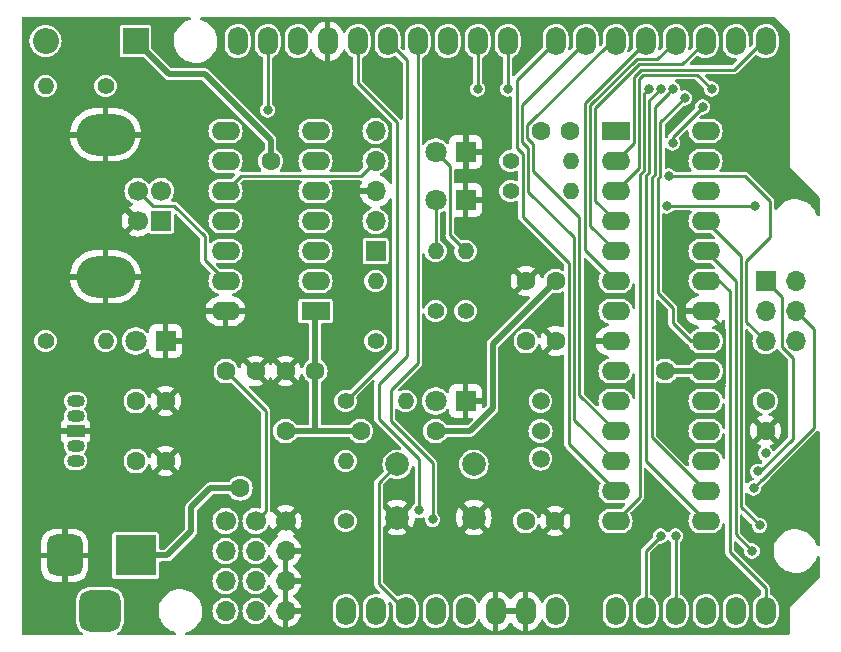
<source format=gbl>
%TF.GenerationSoftware,KiCad,Pcbnew,7.0.2-0*%
%TF.CreationDate,2023-06-19T15:55:08-07:00*%
%TF.ProjectId,DIPduino,44495064-7569-46e6-9f2e-6b696361645f,rev?*%
%TF.SameCoordinates,Original*%
%TF.FileFunction,Copper,L2,Bot*%
%TF.FilePolarity,Positive*%
%FSLAX46Y46*%
G04 Gerber Fmt 4.6, Leading zero omitted, Abs format (unit mm)*
G04 Created by KiCad (PCBNEW 7.0.2-0) date 2023-06-19 15:55:08*
%MOMM*%
%LPD*%
G01*
G04 APERTURE LIST*
G04 Aperture macros list*
%AMRoundRect*
0 Rectangle with rounded corners*
0 $1 Rounding radius*
0 $2 $3 $4 $5 $6 $7 $8 $9 X,Y pos of 4 corners*
0 Add a 4 corners polygon primitive as box body*
4,1,4,$2,$3,$4,$5,$6,$7,$8,$9,$2,$3,0*
0 Add four circle primitives for the rounded corners*
1,1,$1+$1,$2,$3*
1,1,$1+$1,$4,$5*
1,1,$1+$1,$6,$7*
1,1,$1+$1,$8,$9*
0 Add four rect primitives between the rounded corners*
20,1,$1+$1,$2,$3,$4,$5,0*
20,1,$1+$1,$4,$5,$6,$7,0*
20,1,$1+$1,$6,$7,$8,$9,0*
20,1,$1+$1,$8,$9,$2,$3,0*%
G04 Aperture macros list end*
%TA.AperFunction,ComponentPad*%
%ADD10O,1.500000X1.050000*%
%TD*%
%TA.AperFunction,ComponentPad*%
%ADD11R,1.500000X1.050000*%
%TD*%
%TA.AperFunction,ComponentPad*%
%ADD12C,1.400000*%
%TD*%
%TA.AperFunction,ComponentPad*%
%ADD13O,1.400000X1.400000*%
%TD*%
%TA.AperFunction,ComponentPad*%
%ADD14O,1.700000X2.400000*%
%TD*%
%TA.AperFunction,ComponentPad*%
%ADD15R,1.800000X1.800000*%
%TD*%
%TA.AperFunction,ComponentPad*%
%ADD16C,1.800000*%
%TD*%
%TA.AperFunction,ComponentPad*%
%ADD17R,1.700000X1.700000*%
%TD*%
%TA.AperFunction,ComponentPad*%
%ADD18O,1.700000X1.700000*%
%TD*%
%TA.AperFunction,ComponentPad*%
%ADD19C,1.600000*%
%TD*%
%TA.AperFunction,ComponentPad*%
%ADD20R,2.400000X1.600000*%
%TD*%
%TA.AperFunction,ComponentPad*%
%ADD21O,2.400000X1.600000*%
%TD*%
%TA.AperFunction,ComponentPad*%
%ADD22R,2.200000X2.200000*%
%TD*%
%TA.AperFunction,ComponentPad*%
%ADD23O,2.200000X2.200000*%
%TD*%
%TA.AperFunction,ComponentPad*%
%ADD24C,1.700000*%
%TD*%
%TA.AperFunction,ComponentPad*%
%ADD25O,5.000000X3.500000*%
%TD*%
%TA.AperFunction,ComponentPad*%
%ADD26C,2.000000*%
%TD*%
%TA.AperFunction,ComponentPad*%
%ADD27RoundRect,0.875000X-0.875000X-0.875000X0.875000X-0.875000X0.875000X0.875000X-0.875000X0.875000X0*%
%TD*%
%TA.AperFunction,ComponentPad*%
%ADD28RoundRect,0.750000X-0.750000X-1.000000X0.750000X-1.000000X0.750000X1.000000X-0.750000X1.000000X0*%
%TD*%
%TA.AperFunction,ComponentPad*%
%ADD29R,3.500000X3.500000*%
%TD*%
%TA.AperFunction,ComponentPad*%
%ADD30C,1.524000*%
%TD*%
%TA.AperFunction,ComponentPad*%
%ADD31C,1.500000*%
%TD*%
%TA.AperFunction,ViaPad*%
%ADD32C,0.800000*%
%TD*%
%TA.AperFunction,ViaPad*%
%ADD33C,1.600000*%
%TD*%
%TA.AperFunction,Conductor*%
%ADD34C,0.250000*%
%TD*%
%TA.AperFunction,Conductor*%
%ADD35C,0.500000*%
%TD*%
G04 APERTURE END LIST*
D10*
%TO.P,U3,1,Vout*%
%TO.N,+5V*%
X81280000Y-63500000D03*
X81280000Y-64770000D03*
D11*
%TO.P,U3,2,GND*%
%TO.N,GND*%
X81280000Y-66040000D03*
D10*
%TO.P,U3,3,Vin*%
%TO.N,/VIN*%
X81280000Y-67310000D03*
X81280000Y-68580000D03*
%TD*%
D12*
%TO.P,R8,1*%
%TO.N,+5V*%
X106680000Y-58420000D03*
D13*
%TO.P,R8,2*%
%TO.N,Net-(J5-Pin_1)*%
X106680000Y-53340000D03*
%TD*%
D14*
%TO.P,J6,1,Pin_1*%
%TO.N,/A5*%
X127000000Y-81280000D03*
%TO.P,J6,2,Pin_2*%
%TO.N,/A4*%
X129540000Y-81280000D03*
%TO.P,J6,3,Pin_3*%
%TO.N,/A3*%
X132080000Y-81280000D03*
%TO.P,J6,4,Pin_4*%
%TO.N,/A2*%
X134620000Y-81280000D03*
%TO.P,J6,5,Pin_5*%
%TO.N,/A1*%
X137160000Y-81280000D03*
%TO.P,J6,6,Pin_6*%
%TO.N,/A0*%
X139700000Y-81280000D03*
%TD*%
%TO.P,J8,1,Pin_1*%
%TO.N,unconnected-(J8-Pin_1-Pad1)*%
X104140000Y-81280000D03*
%TO.P,J8,2,Pin_2*%
%TO.N,+5V*%
X106680000Y-81280000D03*
%TO.P,J8,3,Pin_3*%
%TO.N,/RESET*%
X109220000Y-81280000D03*
%TO.P,J8,4,Pin_4*%
%TO.N,/3V3*%
X111760000Y-81280000D03*
%TO.P,J8,5,Pin_5*%
%TO.N,+5V*%
X114300000Y-81280000D03*
%TO.P,J8,6,Pin_6*%
%TO.N,GND*%
X116840000Y-81280000D03*
%TO.P,J8,7,Pin_7*%
X119380000Y-81280000D03*
%TO.P,J8,8,Pin_8*%
%TO.N,/VIN*%
X121920000Y-81280000D03*
%TD*%
D15*
%TO.P,D1,1,K*%
%TO.N,GND*%
X114300000Y-63500000D03*
D16*
%TO.P,D1,2,A*%
%TO.N,Net-(D1-A)*%
X111760000Y-63500000D03*
%TD*%
D17*
%TO.P,J3,1,Pin_1*%
%TO.N,/D12*%
X139700000Y-53340000D03*
D18*
%TO.P,J3,2,Pin_2*%
%TO.N,+5V*%
X142240000Y-53340000D03*
%TO.P,J3,3,Pin_3*%
%TO.N,/D13*%
X139700000Y-55880000D03*
%TO.P,J3,4,Pin_4*%
%TO.N,/D11*%
X142240000Y-55880000D03*
%TO.P,J3,5,Pin_5*%
%TO.N,/RESET*%
X139700000Y-58420000D03*
%TO.P,J3,6,Pin_6*%
%TO.N,GND*%
X142240000Y-58420000D03*
%TD*%
D19*
%TO.P,C8,1*%
%TO.N,+5V*%
X86400000Y-63500000D03*
%TO.P,C8,2*%
%TO.N,GND*%
X88900000Y-63500000D03*
%TD*%
D12*
%TO.P,F1,1*%
%TO.N,Net-(J1-VBUS)*%
X83820000Y-36830000D03*
D13*
%TO.P,F1,2*%
%TO.N,Net-(D4-A)*%
X78740000Y-36830000D03*
%TD*%
D12*
%TO.P,R4,1*%
%TO.N,/ICSPDAT*%
X114300000Y-55880000D03*
D13*
%TO.P,R4,2*%
%TO.N,Net-(D3-A)*%
X114300000Y-50800000D03*
%TD*%
D20*
%TO.P,U1,1,~{RESET}/PC6*%
%TO.N,/RESET*%
X127000000Y-40640000D03*
D21*
%TO.P,U1,2,PD0*%
%TO.N,/D0*%
X127000000Y-43180000D03*
%TO.P,U1,3,PD1*%
%TO.N,/D1*%
X127000000Y-45720000D03*
%TO.P,U1,4,PD2*%
%TO.N,/D2*%
X127000000Y-48260000D03*
%TO.P,U1,5,PD3*%
%TO.N,/D3*%
X127000000Y-50800000D03*
%TO.P,U1,6,PD4*%
%TO.N,/D4*%
X127000000Y-53340000D03*
%TO.P,U1,7,VCC*%
%TO.N,+5V*%
X127000000Y-55880000D03*
%TO.P,U1,8,GND*%
%TO.N,GND*%
X127000000Y-58420000D03*
%TO.P,U1,9,XTAL1/PB6*%
%TO.N,Net-(U1-XTAL1{slash}PB6)*%
X127000000Y-60960000D03*
%TO.P,U1,10,XTAL2/PB7*%
%TO.N,Net-(U1-XTAL2{slash}PB7)*%
X127000000Y-63500000D03*
%TO.P,U1,11,PD5*%
%TO.N,/D5*%
X127000000Y-66040000D03*
%TO.P,U1,12,PD6*%
%TO.N,/D6*%
X127000000Y-68580000D03*
%TO.P,U1,13,PD7*%
%TO.N,/D7*%
X127000000Y-71120000D03*
%TO.P,U1,14,PB0*%
%TO.N,/D8*%
X127000000Y-73660000D03*
%TO.P,U1,15,PB1*%
%TO.N,/D9*%
X134620000Y-73660000D03*
%TO.P,U1,16,PB2*%
%TO.N,/D10*%
X134620000Y-71120000D03*
%TO.P,U1,17,PB3*%
%TO.N,/D11*%
X134620000Y-68580000D03*
%TO.P,U1,18,PB4*%
%TO.N,/D12*%
X134620000Y-66040000D03*
%TO.P,U1,19,PB5*%
%TO.N,/D13*%
X134620000Y-63500000D03*
%TO.P,U1,20,AVCC*%
%TO.N,+5V*%
X134620000Y-60960000D03*
%TO.P,U1,21,AREF*%
%TO.N,/AREF*%
X134620000Y-58420000D03*
%TO.P,U1,22,GND*%
%TO.N,GND*%
X134620000Y-55880000D03*
%TO.P,U1,23,PC0*%
%TO.N,/A0*%
X134620000Y-53340000D03*
%TO.P,U1,24,PC1*%
%TO.N,/A1*%
X134620000Y-50800000D03*
%TO.P,U1,25,PC2*%
%TO.N,/A2*%
X134620000Y-48260000D03*
%TO.P,U1,26,PC3*%
X134620000Y-45720000D03*
%TO.P,U1,27,PC4*%
%TO.N,/A4*%
X134620000Y-43180000D03*
%TO.P,U1,28,PC5*%
%TO.N,/A5*%
X134620000Y-40640000D03*
%TD*%
D22*
%TO.P,D4,1,K*%
%TO.N,+5V*%
X86360000Y-33020000D03*
D23*
%TO.P,D4,2,A*%
%TO.N,Net-(D4-A)*%
X78740000Y-33020000D03*
%TD*%
D12*
%TO.P,R3,1*%
%TO.N,/ICSPCLK*%
X111760000Y-55880000D03*
D13*
%TO.P,R3,2*%
%TO.N,Net-(D2-A)*%
X111760000Y-50800000D03*
%TD*%
D14*
%TO.P,J7,1,Pin_1*%
%TO.N,/D0*%
X139700000Y-33020000D03*
%TO.P,J7,2,Pin_2*%
%TO.N,/D1*%
X137160000Y-33020000D03*
%TO.P,J7,3,Pin_3*%
%TO.N,/D2*%
X134620000Y-33020000D03*
%TO.P,J7,4,Pin_4*%
%TO.N,/D3*%
X132080000Y-33020000D03*
%TO.P,J7,5,Pin_5*%
%TO.N,/D4*%
X129540000Y-33020000D03*
%TO.P,J7,6,Pin_6*%
%TO.N,/D5*%
X127000000Y-33020000D03*
%TO.P,J7,7,Pin_7*%
%TO.N,/D6*%
X124460000Y-33020000D03*
%TO.P,J7,8,Pin_8*%
%TO.N,/D7*%
X121920000Y-33020000D03*
%TD*%
D12*
%TO.P,R7,1*%
%TO.N,+5V*%
X78740000Y-58420000D03*
D13*
%TO.P,R7,2*%
%TO.N,Net-(D5-A)*%
X83820000Y-58420000D03*
%TD*%
D14*
%TO.P,J9,1,Pin_1*%
%TO.N,/D8*%
X117856000Y-33020000D03*
%TO.P,J9,2,Pin_2*%
%TO.N,/D9*%
X115316000Y-33020000D03*
%TO.P,J9,3,Pin_3*%
%TO.N,/D10*%
X112776000Y-33020000D03*
%TO.P,J9,4,Pin_4*%
%TO.N,/D11*%
X110236000Y-33020000D03*
%TO.P,J9,5,Pin_5*%
%TO.N,/D12*%
X107696000Y-33020000D03*
%TO.P,J9,6,Pin_6*%
%TO.N,/D13*%
X105156000Y-33020000D03*
%TO.P,J9,7,Pin_7*%
%TO.N,GND*%
X102616000Y-33020000D03*
%TO.P,J9,8,Pin_8*%
%TO.N,/AREF*%
X100076000Y-33020000D03*
%TO.P,J9,9,Pin_9*%
%TO.N,/A4*%
X97536000Y-33020000D03*
%TO.P,J9,10,Pin_10*%
%TO.N,/A5*%
X94996000Y-33020000D03*
%TD*%
D12*
%TO.P,R6,1*%
%TO.N,/PIC_TX*%
X118110000Y-43180000D03*
D13*
%TO.P,R6,2*%
%TO.N,/D0*%
X123190000Y-43180000D03*
%TD*%
D17*
%TO.P,J5,1,Pin_1*%
%TO.N,Net-(J5-Pin_1)*%
X106680000Y-50800000D03*
D18*
%TO.P,J5,2,Pin_2*%
%TO.N,+5V*%
X106680000Y-48260000D03*
%TO.P,J5,3,Pin_3*%
%TO.N,GND*%
X106680000Y-45720000D03*
%TO.P,J5,4,Pin_4*%
%TO.N,/ICSPDAT*%
X106680000Y-43180000D03*
%TO.P,J5,5,Pin_5*%
%TO.N,/ICSPCLK*%
X106680000Y-40640000D03*
%TD*%
D17*
%TO.P,J1,1,VBUS*%
%TO.N,Net-(J1-VBUS)*%
X88530000Y-48220000D03*
D24*
%TO.P,J1,2,D-*%
%TO.N,Net-(J1-D-)*%
X88530000Y-45720000D03*
%TO.P,J1,3,D+*%
%TO.N,Net-(J1-D+)*%
X86530000Y-45720000D03*
%TO.P,J1,4,GND*%
%TO.N,GND*%
X86530000Y-48220000D03*
D25*
%TO.P,J1,5,Shield*%
X83820000Y-52990000D03*
X83820000Y-40950000D03*
%TD*%
D19*
%TO.P,C4,1*%
%TO.N,/DTR*%
X120670000Y-40640000D03*
%TO.P,C4,2*%
%TO.N,/RESET*%
X123170000Y-40640000D03*
%TD*%
%TO.P,C1,1*%
%TO.N,/AREF*%
X139700000Y-63500000D03*
%TO.P,C1,2*%
%TO.N,GND*%
X139700000Y-66000000D03*
%TD*%
%TO.P,C2,1*%
%TO.N,GND*%
X99060000Y-60960000D03*
%TO.P,C2,2*%
%TO.N,+5V*%
X101560000Y-60960000D03*
%TD*%
D12*
%TO.P,R2,1*%
%TO.N,/D13*%
X104140000Y-63500000D03*
D13*
%TO.P,R2,2*%
%TO.N,Net-(D1-A)*%
X109220000Y-63500000D03*
%TD*%
D26*
%TO.P,SW1,1,1*%
%TO.N,/RESET*%
X108510000Y-68870000D03*
X115010000Y-68870000D03*
%TO.P,SW1,2,2*%
%TO.N,GND*%
X108510000Y-73370000D03*
X115010000Y-73370000D03*
%TD*%
D19*
%TO.P,C9,1*%
%TO.N,+5V*%
X121920000Y-53340000D03*
%TO.P,C9,2*%
%TO.N,GND*%
X119420000Y-53340000D03*
%TD*%
D24*
%TO.P,J4,1,Pin_1*%
%TO.N,+5V*%
X93980000Y-73660000D03*
D18*
%TO.P,J4,2,Pin_2*%
X93980000Y-76200000D03*
%TO.P,J4,3,Pin_3*%
X93980000Y-78740000D03*
%TO.P,J4,4,Pin_4*%
X93980000Y-81280000D03*
%TD*%
D15*
%TO.P,D5,1,K*%
%TO.N,GND*%
X88900000Y-58420000D03*
D16*
%TO.P,D5,2,A*%
%TO.N,Net-(D5-A)*%
X86360000Y-58420000D03*
%TD*%
D19*
%TO.P,C7,1*%
%TO.N,/VIN*%
X86400000Y-68580000D03*
%TO.P,C7,2*%
%TO.N,GND*%
X88900000Y-68580000D03*
%TD*%
D15*
%TO.P,D2,1,K*%
%TO.N,GND*%
X114300000Y-46482000D03*
D16*
%TO.P,D2,2,A*%
%TO.N,Net-(D2-A)*%
X111760000Y-46482000D03*
%TD*%
D27*
%TO.P,J2,3*%
%TO.N,N/C*%
X83360000Y-81280000D03*
D28*
%TO.P,J2,2*%
%TO.N,GND*%
X80360000Y-76580000D03*
D29*
%TO.P,J2,1*%
%TO.N,/VIN*%
X86360000Y-76580000D03*
%TD*%
D19*
%TO.P,C3,1*%
%TO.N,GND*%
X96520000Y-60960000D03*
%TO.P,C3,2*%
%TO.N,/3V3*%
X94020000Y-60960000D03*
%TD*%
D24*
%TO.P,J10,1,Pin_1*%
%TO.N,/3V3*%
X96520000Y-73660000D03*
D18*
%TO.P,J10,2,Pin_2*%
X96520000Y-76200000D03*
%TO.P,J10,3,Pin_3*%
X96520000Y-78740000D03*
%TO.P,J10,4,Pin_4*%
X96520000Y-81280000D03*
%TD*%
D19*
%TO.P,C5,1*%
%TO.N,Net-(U1-XTAL2{slash}PB7)*%
X119380000Y-73660000D03*
%TO.P,C5,2*%
%TO.N,GND*%
X121880000Y-73660000D03*
%TD*%
D12*
%TO.P,R1,1*%
%TO.N,+5V*%
X104140000Y-73660000D03*
D13*
%TO.P,R1,2*%
%TO.N,/RESET*%
X104140000Y-68580000D03*
%TD*%
D20*
%TO.P,U2,1,VDD*%
%TO.N,+5V*%
X101600000Y-55885000D03*
D21*
%TO.P,U2,2,RA5/SOSCI/T1CKI/PWM2/CLKIN/OSC1*%
%TO.N,unconnected-(U2-RA5{slash}SOSCI{slash}T1CKI{slash}PWM2{slash}CLKIN{slash}OSC1-Pad2)*%
X101600000Y-53345000D03*
%TO.P,U2,3,RA4/SOSCO/T1G/SDO/CLKOUT/OSC2/CLKR*%
%TO.N,unconnected-(U2-RA4{slash}SOSCO{slash}T1G{slash}SDO{slash}CLKOUT{slash}OSC2{slash}CLKR-Pad3)*%
X101600000Y-50805000D03*
%TO.P,U2,4,RA3/T1G/~{SS}/~{MCLR}/Vpp*%
%TO.N,Net-(J5-Pin_1)*%
X101600000Y-48265000D03*
%TO.P,U2,5,PWM1/DT/RX/T0CKI/RC5*%
%TO.N,/PIC_RX*%
X101600000Y-45725000D03*
%TO.P,U2,6,CK/TX/RC4*%
%TO.N,/PIC_TX*%
X101600000Y-43185000D03*
%TO.P,U2,7,CLKR/~{SS}/PWM2/RC3*%
%TO.N,/DTR*%
X101600000Y-40645000D03*
%TO.P,U2,8,SDO/RC2*%
%TO.N,unconnected-(U2-SDO{slash}RC2-Pad8)*%
X93980000Y-40645000D03*
%TO.P,U2,9,ICSPCLK/SDI/SDA/RC1*%
%TO.N,/ICSPCLK*%
X93980000Y-43185000D03*
%TO.P,U2,10,ICSPDAT/SCK/SCL/RC0*%
%TO.N,/ICSPDAT*%
X93980000Y-45725000D03*
%TO.P,U2,11,Vusb3v3*%
%TO.N,/3V3*%
X93980000Y-48265000D03*
%TO.P,U2,12,RA1/D-/ICSPCLK*%
%TO.N,Net-(J1-D-)*%
X93980000Y-50805000D03*
%TO.P,U2,13,RA0/D+/ICSPDAT*%
%TO.N,Net-(J1-D+)*%
X93980000Y-53345000D03*
%TO.P,U2,14,VSS*%
%TO.N,GND*%
X93980000Y-55885000D03*
%TD*%
D15*
%TO.P,D3,1,K*%
%TO.N,GND*%
X114305000Y-42418000D03*
D16*
%TO.P,D3,2,A*%
%TO.N,Net-(D3-A)*%
X111765000Y-42418000D03*
%TD*%
D30*
%TO.P,Y1,1,1*%
%TO.N,Net-(U1-XTAL2{slash}PB7)*%
X120650000Y-66040000D03*
D31*
X120650000Y-68380000D03*
%TO.P,Y1,2,2*%
%TO.N,Net-(U1-XTAL1{slash}PB6)*%
X120650000Y-63500000D03*
%TD*%
D19*
%TO.P,C6,1*%
%TO.N,Net-(U1-XTAL1{slash}PB6)*%
X119420000Y-58420000D03*
%TO.P,C6,2*%
%TO.N,GND*%
X121920000Y-58420000D03*
%TD*%
D12*
%TO.P,R5,1*%
%TO.N,/PIC_RX*%
X118110000Y-45720000D03*
D13*
%TO.P,R5,2*%
%TO.N,/D1*%
X123190000Y-45720000D03*
%TD*%
D24*
%TO.P,J11,1,Pin_1*%
%TO.N,GND*%
X99060000Y-73660000D03*
D18*
%TO.P,J11,2,Pin_2*%
X99060000Y-76200000D03*
%TO.P,J11,3,Pin_3*%
X99060000Y-78740000D03*
%TO.P,J11,4,Pin_4*%
X99060000Y-81280000D03*
%TD*%
D32*
%TO.N,GND*%
X132080000Y-53340000D03*
X135890000Y-62230000D03*
X140970000Y-60198000D03*
D33*
%TO.N,+5V*%
X97790000Y-43180000D03*
X131209500Y-60960000D03*
X99060000Y-66040000D03*
X111760000Y-66040000D03*
X105410000Y-66040000D03*
D32*
X134366000Y-38608000D03*
X131826000Y-41656000D03*
%TO.N,/RESET*%
X131499500Y-44450000D03*
%TO.N,/D12*%
X139065000Y-69469000D03*
X110363000Y-72771000D03*
%TO.N,/D13*%
X139700000Y-67945000D03*
X131318000Y-46990000D03*
X138811000Y-46990000D03*
%TO.N,/D11*%
X111506000Y-73533000D03*
X138684000Y-70866000D03*
%TO.N,/D1*%
X135128000Y-37084000D03*
%TO.N,/D8*%
X129794000Y-37084000D03*
X117856000Y-37084000D03*
%TO.N,/D9*%
X115316000Y-37084000D03*
X130810000Y-37084000D03*
%TO.N,/D10*%
X131826000Y-37084000D03*
%TO.N,/A1*%
X138557000Y-76200000D03*
%TO.N,/A2*%
X139192000Y-74041000D03*
%TO.N,/A4*%
X130810000Y-74930000D03*
X97536000Y-38862000D03*
%TO.N,/AREF*%
X132842000Y-37846000D03*
D33*
%TO.N,/VIN*%
X95229500Y-70889433D03*
D32*
%TO.N,/A3*%
X132080000Y-74930000D03*
%TD*%
D34*
%TO.N,GND*%
X136145000Y-61975000D02*
X135890000Y-62230000D01*
X134620000Y-55880000D02*
X136145000Y-57405000D01*
X136145000Y-57405000D02*
X136145000Y-61975000D01*
D35*
%TO.N,+5V*%
X97790000Y-41402000D02*
X92202000Y-35814000D01*
X116586000Y-58674000D02*
X116586000Y-64135000D01*
X101560000Y-60960000D02*
X101560000Y-55925000D01*
X131209500Y-60960000D02*
X134620000Y-60960000D01*
X101600000Y-66040000D02*
X99060000Y-66040000D01*
X101600000Y-66040000D02*
X101560000Y-66000000D01*
X101560000Y-66000000D02*
X101560000Y-60960000D01*
X114681000Y-66040000D02*
X116586000Y-64135000D01*
X105410000Y-66040000D02*
X101600000Y-66040000D01*
X111760000Y-66040000D02*
X114681000Y-66040000D01*
D34*
X131826000Y-41148000D02*
X131826000Y-41656000D01*
X134366000Y-38608000D02*
X131826000Y-41148000D01*
D35*
X101560000Y-55925000D02*
X101600000Y-55885000D01*
X121920000Y-53340000D02*
X116586000Y-58674000D01*
X97790000Y-43180000D02*
X97790000Y-41402000D01*
X92202000Y-35814000D02*
X89154000Y-35814000D01*
X89154000Y-35814000D02*
X86360000Y-33020000D01*
D34*
%TO.N,/3V3*%
X97370000Y-72810000D02*
X97370000Y-64310000D01*
X97370000Y-64310000D02*
X94020000Y-60960000D01*
X96520000Y-73660000D02*
X97370000Y-72810000D01*
%TO.N,/RESET*%
X140081000Y-46609000D02*
X140081000Y-49657000D01*
X131499500Y-44450000D02*
X137922000Y-44450000D01*
X106934000Y-70446000D02*
X108510000Y-68870000D01*
X138060000Y-51678000D02*
X138060000Y-56780000D01*
X137922000Y-44450000D02*
X140081000Y-46609000D01*
X106934000Y-78994000D02*
X106934000Y-70446000D01*
X109220000Y-81280000D02*
X106934000Y-78994000D01*
X140081000Y-49657000D02*
X138060000Y-51678000D01*
X138060000Y-56780000D02*
X139700000Y-58420000D01*
%TO.N,Net-(U1-XTAL2{slash}PB7)*%
X127000000Y-63500000D02*
X126600000Y-63500000D01*
%TO.N,Net-(D2-A)*%
X111760000Y-50800000D02*
X111760000Y-46482000D01*
%TO.N,Net-(D3-A)*%
X112985000Y-49485000D02*
X114300000Y-50800000D01*
X112985000Y-43638000D02*
X112985000Y-49485000D01*
X111765000Y-42418000D02*
X112985000Y-43638000D01*
%TO.N,Net-(J1-D+)*%
X92202000Y-49542000D02*
X92202000Y-51567000D01*
X86530000Y-45720000D02*
X87800000Y-46990000D01*
X92202000Y-51567000D02*
X93980000Y-53345000D01*
X89650000Y-46990000D02*
X92202000Y-49542000D01*
X87800000Y-46990000D02*
X89650000Y-46990000D01*
%TO.N,/D12*%
X106934000Y-65024000D02*
X106934000Y-62103000D01*
X141065000Y-58906701D02*
X141065000Y-54705000D01*
X141065000Y-54705000D02*
X139700000Y-53340000D01*
X110363000Y-68453000D02*
X106934000Y-65024000D01*
X110363000Y-72771000D02*
X110363000Y-68453000D01*
X109347000Y-34671000D02*
X107696000Y-33020000D01*
X109347000Y-59690000D02*
X109347000Y-34671000D01*
X106934000Y-62103000D02*
X109347000Y-59690000D01*
X139065000Y-69469000D02*
X139201305Y-69469000D01*
X141986000Y-59827701D02*
X141065000Y-58906701D01*
X141986000Y-66684305D02*
X141986000Y-59827701D01*
X139201305Y-69469000D02*
X141986000Y-66684305D01*
%TO.N,/D13*%
X108458000Y-59182000D02*
X108458000Y-39878000D01*
X138811000Y-46990000D02*
X131318000Y-46990000D01*
X104140000Y-63500000D02*
X108458000Y-59182000D01*
X108458000Y-39878000D02*
X105156000Y-36576000D01*
X105156000Y-36576000D02*
X105156000Y-33020000D01*
%TO.N,/D11*%
X139365305Y-70194000D02*
X139790000Y-69769305D01*
X139356000Y-70194000D02*
X139365305Y-70194000D01*
X143764000Y-65786000D02*
X143764000Y-57404000D01*
X111506000Y-73533000D02*
X111506000Y-68744000D01*
X138684000Y-70866000D02*
X139356000Y-70194000D01*
X110236000Y-60325000D02*
X110236000Y-33020000D01*
X107950000Y-62611000D02*
X110236000Y-60325000D01*
X139790000Y-69760000D02*
X143764000Y-65786000D01*
X143764000Y-57404000D02*
X142240000Y-55880000D01*
X139790000Y-69769305D02*
X139790000Y-69760000D01*
X111506000Y-68744000D02*
X107950000Y-65188000D01*
X107950000Y-65188000D02*
X107950000Y-62611000D01*
%TO.N,/ICSPDAT*%
X95255000Y-44450000D02*
X105410000Y-44450000D01*
X105410000Y-44450000D02*
X106680000Y-43180000D01*
X93980000Y-45725000D02*
X95255000Y-44450000D01*
%TO.N,/D1*%
X132080000Y-35895000D02*
X133939000Y-35895000D01*
X133939000Y-35895000D02*
X135128000Y-37084000D01*
X128975000Y-43745000D02*
X128975000Y-36257584D01*
X129337584Y-35895000D02*
X132080000Y-35895000D01*
X127000000Y-45720000D02*
X128975000Y-43745000D01*
X128975000Y-36257584D02*
X129337584Y-35895000D01*
%TO.N,/D0*%
X128525000Y-36071188D02*
X129151188Y-35445000D01*
X129151188Y-35445000D02*
X137021000Y-35445000D01*
X128525000Y-41655000D02*
X128525000Y-36071188D01*
X127000000Y-43180000D02*
X128525000Y-41655000D01*
X137021000Y-35445000D02*
X139446000Y-33020000D01*
X139446000Y-33020000D02*
X139700000Y-33020000D01*
%TO.N,/D2*%
X125295000Y-38664792D02*
X128964792Y-34995000D01*
X128964792Y-34995000D02*
X132645000Y-34995000D01*
X125295000Y-46555000D02*
X125295000Y-38664792D01*
X132645000Y-34995000D02*
X134620000Y-33020000D01*
X127000000Y-48260000D02*
X125295000Y-46555000D01*
%TO.N,/D3*%
X128778396Y-34545000D02*
X130555000Y-34545000D01*
X130555000Y-34545000D02*
X132080000Y-33020000D01*
X124845000Y-48645000D02*
X124845000Y-38478396D01*
X124845000Y-38478396D02*
X128778396Y-34545000D01*
X127000000Y-50800000D02*
X124845000Y-48645000D01*
%TO.N,/D4*%
X124395000Y-50735000D02*
X124395000Y-38292000D01*
X127000000Y-53340000D02*
X124395000Y-50735000D01*
X124395000Y-38292000D02*
X129540000Y-33147000D01*
X129540000Y-33147000D02*
X129540000Y-33020000D01*
%TO.N,/D5*%
X123945000Y-62985000D02*
X123945000Y-47924569D01*
X120035000Y-41742991D02*
X119545000Y-41252991D01*
X119545000Y-40174009D02*
X126699009Y-33020000D01*
X120035000Y-44014569D02*
X120035000Y-41742991D01*
X119545000Y-41252991D02*
X119545000Y-40174009D01*
X127000000Y-66040000D02*
X123945000Y-62985000D01*
X126699009Y-33020000D02*
X127000000Y-33020000D01*
X123945000Y-47924569D02*
X120035000Y-44014569D01*
%TO.N,/D6*%
X119585000Y-45798000D02*
X119585000Y-42115000D01*
X119068000Y-38412000D02*
X124460000Y-33020000D01*
X119585000Y-42115000D02*
X119068000Y-41598000D01*
X123495000Y-51611604D02*
X123444000Y-51560604D01*
X127000000Y-68580000D02*
X123495000Y-65075000D01*
X123444000Y-49657000D02*
X119585000Y-45798000D01*
X119068000Y-41598000D02*
X119068000Y-38412000D01*
X123495000Y-65075000D02*
X123495000Y-51611604D01*
X123444000Y-51560604D02*
X123444000Y-49657000D01*
%TO.N,/D7*%
X118618000Y-42038396D02*
X119135000Y-42555396D01*
X123045000Y-67165000D02*
X127000000Y-71120000D01*
X123045000Y-51798000D02*
X123045000Y-67165000D01*
X121920000Y-33020000D02*
X118618000Y-36322000D01*
X118618000Y-36322000D02*
X118618000Y-42038396D01*
X119135000Y-42555396D02*
X119135000Y-47888000D01*
X119135000Y-47888000D02*
X123045000Y-51798000D01*
%TO.N,/D8*%
X129425000Y-37453000D02*
X129425000Y-43931396D01*
X129794000Y-37084000D02*
X129425000Y-37453000D01*
X129667000Y-37343000D02*
X129794000Y-37084000D01*
X129032000Y-71628000D02*
X127000000Y-73660000D01*
X129032000Y-44324396D02*
X129032000Y-71628000D01*
X117856000Y-33020000D02*
X117856000Y-37084000D01*
X129425000Y-43931396D02*
X129032000Y-44324396D01*
%TO.N,/D9*%
X129875000Y-44117792D02*
X129540000Y-44452792D01*
X129540000Y-68580000D02*
X134620000Y-73660000D01*
X130519000Y-37375000D02*
X130519000Y-37384305D01*
X130810000Y-37084000D02*
X130519000Y-37375000D01*
X115316000Y-33020000D02*
X115316000Y-37084000D01*
X130519000Y-37384305D02*
X129875000Y-38028305D01*
X129875000Y-38028305D02*
X129875000Y-44117792D01*
X129540000Y-44452792D02*
X129540000Y-68580000D01*
%TO.N,/D10*%
X130048000Y-44581188D02*
X130048000Y-66548000D01*
X130325000Y-44304188D02*
X130048000Y-44581188D01*
X131535000Y-37384305D02*
X130325000Y-38594305D01*
X131826000Y-37084000D02*
X131535000Y-37375000D01*
X130325000Y-38594305D02*
X130325000Y-44304188D01*
X131535000Y-37375000D02*
X131535000Y-37384305D01*
X130048000Y-66548000D02*
X134620000Y-71120000D01*
%TO.N,/A0*%
X136652000Y-76327000D02*
X139700000Y-79375000D01*
X136652000Y-68707000D02*
X136652000Y-68845000D01*
X136652000Y-68707000D02*
X136652000Y-76327000D01*
X139700000Y-79375000D02*
X139700000Y-81280000D01*
X136652000Y-54229000D02*
X136652000Y-68707000D01*
X134620000Y-53340000D02*
X135763000Y-53340000D01*
X135763000Y-53340000D02*
X136652000Y-54229000D01*
%TO.N,/A1*%
X138557000Y-76200000D02*
X137160000Y-74803000D01*
X137160000Y-74803000D02*
X137160000Y-53340000D01*
X137160000Y-53340000D02*
X134620000Y-50800000D01*
%TO.N,/A2*%
X137610000Y-72459000D02*
X139192000Y-74041000D01*
X137610000Y-51250000D02*
X137610000Y-68580000D01*
X134620000Y-48260000D02*
X137610000Y-51250000D01*
X137610000Y-68580000D02*
X137610000Y-72459000D01*
%TO.N,/A4*%
X97536000Y-33020000D02*
X97536000Y-38862000D01*
X129540000Y-76200000D02*
X129540000Y-81280000D01*
X130810000Y-74930000D02*
X129540000Y-76200000D01*
%TO.N,/AREF*%
X131826000Y-56896000D02*
X133350000Y-58420000D01*
X133350000Y-58420000D02*
X134620000Y-58420000D01*
X130775000Y-44490584D02*
X130556000Y-44709584D01*
X131826000Y-55616695D02*
X131826000Y-56896000D01*
X130556000Y-54346695D02*
X131826000Y-55616695D01*
X130556000Y-44709584D02*
X130556000Y-54346695D01*
X130775000Y-39913000D02*
X130775000Y-44490584D01*
X132842000Y-37846000D02*
X130775000Y-39913000D01*
D35*
%TO.N,/VIN*%
X89026000Y-76580000D02*
X86360000Y-76580000D01*
X92686567Y-70889433D02*
X91059000Y-72517000D01*
X95229500Y-70889433D02*
X92686567Y-70889433D01*
X91059000Y-72517000D02*
X91059000Y-74547000D01*
X91059000Y-74547000D02*
X89026000Y-76580000D01*
D34*
%TO.N,/A3*%
X132080000Y-74930000D02*
X132080000Y-81280000D01*
%TD*%
%TA.AperFunction,Conductor*%
%TO.N,GND*%
G36*
X109912313Y-69015346D02*
G01*
X109966191Y-69059831D01*
X109987465Y-69126383D01*
X109987500Y-69129334D01*
X109987500Y-72178796D01*
X109967815Y-72245835D01*
X109945727Y-72271611D01*
X109872516Y-72336469D01*
X109799558Y-72442167D01*
X109756455Y-72477096D01*
X109035929Y-73197622D01*
X109033116Y-73184085D01*
X108963558Y-73049844D01*
X108860362Y-72939348D01*
X108731181Y-72860791D01*
X108679997Y-72846450D01*
X109380057Y-72146390D01*
X109380056Y-72146388D01*
X109333235Y-72109947D01*
X109114606Y-71991631D01*
X108879493Y-71910916D01*
X108634293Y-71870000D01*
X108385707Y-71870000D01*
X108140506Y-71910916D01*
X107905393Y-71991631D01*
X107686764Y-72109946D01*
X107639942Y-72146388D01*
X107639942Y-72146390D01*
X108338431Y-72844878D01*
X108221542Y-72895651D01*
X108104261Y-72991066D01*
X108017072Y-73114585D01*
X107986645Y-73200198D01*
X107345819Y-72559372D01*
X107312334Y-72498049D01*
X107309500Y-72471691D01*
X107309500Y-70652898D01*
X107329185Y-70585859D01*
X107345815Y-70565221D01*
X107869779Y-70041256D01*
X107931100Y-70007773D01*
X108000791Y-70012757D01*
X108009863Y-70016557D01*
X108080670Y-70049575D01*
X108292023Y-70106207D01*
X108510000Y-70125277D01*
X108727977Y-70106207D01*
X108939330Y-70049575D01*
X109137639Y-69957102D01*
X109316877Y-69831598D01*
X109471598Y-69676877D01*
X109597102Y-69497639D01*
X109689575Y-69299330D01*
X109743724Y-69097240D01*
X109780090Y-69037580D01*
X109842937Y-69007051D01*
X109912313Y-69015346D01*
G37*
%TD.AperFunction*%
%TA.AperFunction,Conductor*%
G36*
X118920507Y-81070156D02*
G01*
X118880000Y-81208111D01*
X118880000Y-81351889D01*
X118920507Y-81489844D01*
X118946314Y-81530000D01*
X117273686Y-81530000D01*
X117299493Y-81489844D01*
X117340000Y-81351889D01*
X117340000Y-81208111D01*
X117299493Y-81070156D01*
X117273686Y-81030000D01*
X118946314Y-81030000D01*
X118920507Y-81070156D01*
G37*
%TD.AperFunction*%
%TA.AperFunction,Conductor*%
G36*
X99310000Y-80844498D02*
G01*
X99202315Y-80795320D01*
X99095763Y-80780000D01*
X99024237Y-80780000D01*
X98917685Y-80795320D01*
X98810000Y-80844498D01*
X98810000Y-79175501D01*
X98917685Y-79224680D01*
X99024237Y-79240000D01*
X99095763Y-79240000D01*
X99202315Y-79224680D01*
X99310000Y-79175501D01*
X99310000Y-80844498D01*
G37*
%TD.AperFunction*%
%TA.AperFunction,Conductor*%
G36*
X99310000Y-78304498D02*
G01*
X99202315Y-78255320D01*
X99095763Y-78240000D01*
X99024237Y-78240000D01*
X98917685Y-78255320D01*
X98810000Y-78304498D01*
X98810000Y-76635501D01*
X98917685Y-76684680D01*
X99024237Y-76700000D01*
X99095763Y-76700000D01*
X99202315Y-76684680D01*
X99310000Y-76635501D01*
X99310000Y-78304498D01*
G37*
%TD.AperFunction*%
%TA.AperFunction,Conductor*%
G36*
X90991254Y-31007685D02*
G01*
X91037009Y-31060489D01*
X91046953Y-31129647D01*
X91017928Y-31193203D01*
X90959150Y-31230977D01*
X90951176Y-31233033D01*
X90905450Y-31243218D01*
X90652441Y-31339986D01*
X90416223Y-31472559D01*
X90201825Y-31638109D01*
X90013813Y-31833120D01*
X89856201Y-32053420D01*
X89732342Y-32294329D01*
X89644881Y-32550695D01*
X89595680Y-32817066D01*
X89585787Y-33087764D01*
X89615413Y-33357016D01*
X89633281Y-33425362D01*
X89683928Y-33619088D01*
X89752680Y-33780875D01*
X89789871Y-33868392D01*
X89930982Y-34099611D01*
X90098246Y-34300600D01*
X90104255Y-34307820D01*
X90305998Y-34488582D01*
X90531910Y-34638044D01*
X90605100Y-34672354D01*
X90777177Y-34753021D01*
X91021535Y-34826537D01*
X91036569Y-34831060D01*
X91304561Y-34870500D01*
X91304564Y-34870500D01*
X91505369Y-34870500D01*
X91507631Y-34870500D01*
X91710156Y-34855677D01*
X91974553Y-34796780D01*
X92227558Y-34700014D01*
X92463777Y-34567441D01*
X92678177Y-34401888D01*
X92866186Y-34206881D01*
X93023799Y-33986579D01*
X93147656Y-33745675D01*
X93235118Y-33489305D01*
X93248017Y-33419471D01*
X93895499Y-33419471D01*
X93895500Y-33419491D01*
X93895500Y-33422425D01*
X93895779Y-33425355D01*
X93895781Y-33425380D01*
X93910471Y-33579215D01*
X93969683Y-33780873D01*
X94065990Y-33967684D01*
X94159480Y-34086565D01*
X94195908Y-34132886D01*
X94209512Y-34144674D01*
X94354745Y-34270520D01*
X94536754Y-34375603D01*
X94536756Y-34375604D01*
X94620500Y-34404588D01*
X94735366Y-34444344D01*
X94770298Y-34449366D01*
X94943398Y-34474254D01*
X95153330Y-34464254D01*
X95357576Y-34414704D01*
X95431224Y-34381070D01*
X95548752Y-34327397D01*
X95602876Y-34288855D01*
X95719952Y-34205486D01*
X95864986Y-34053378D01*
X95978613Y-33876572D01*
X96056725Y-33681457D01*
X96092418Y-33496265D01*
X96096500Y-33475086D01*
X96096500Y-33419471D01*
X96435499Y-33419471D01*
X96435500Y-33419491D01*
X96435500Y-33422425D01*
X96435779Y-33425355D01*
X96435781Y-33425380D01*
X96450471Y-33579215D01*
X96509683Y-33780873D01*
X96605990Y-33967684D01*
X96699480Y-34086565D01*
X96735908Y-34132886D01*
X96749512Y-34144674D01*
X96894745Y-34270520D01*
X96993259Y-34327397D01*
X97076756Y-34375604D01*
X97077052Y-34375706D01*
X97077559Y-34376067D01*
X97087010Y-34381524D01*
X97086489Y-34382425D01*
X97133966Y-34416230D01*
X97159938Y-34481093D01*
X97160500Y-34492887D01*
X97160500Y-38269796D01*
X97140815Y-38336835D01*
X97118727Y-38362611D01*
X97045517Y-38427468D01*
X96955780Y-38557476D01*
X96899763Y-38705181D01*
X96880721Y-38861999D01*
X96899763Y-39018818D01*
X96955780Y-39166523D01*
X97045515Y-39296528D01*
X97045516Y-39296529D01*
X97045517Y-39296530D01*
X97163760Y-39401283D01*
X97303635Y-39474696D01*
X97457015Y-39512500D01*
X97614985Y-39512500D01*
X97768365Y-39474696D01*
X97908240Y-39401283D01*
X98026483Y-39296530D01*
X98116220Y-39166523D01*
X98172237Y-39018818D01*
X98191278Y-38862000D01*
X98172237Y-38705182D01*
X98116220Y-38557477D01*
X98042850Y-38451182D01*
X98026482Y-38427468D01*
X97953273Y-38362611D01*
X97916146Y-38303422D01*
X97911500Y-38269796D01*
X97911500Y-34488034D01*
X97931185Y-34420995D01*
X97983988Y-34375240D01*
X98088753Y-34327396D01*
X98259952Y-34205486D01*
X98404986Y-34053378D01*
X98518613Y-33876572D01*
X98596725Y-33681457D01*
X98632418Y-33496265D01*
X98636500Y-33475086D01*
X98636500Y-32620528D01*
X98636500Y-32617575D01*
X98630652Y-32556337D01*
X98621528Y-32460784D01*
X98621528Y-32460782D01*
X98562316Y-32259125D01*
X98466011Y-32072318D01*
X98451149Y-32053420D01*
X98336093Y-31907115D01*
X98177254Y-31769479D01*
X97995245Y-31664396D01*
X97796633Y-31595655D01*
X97588603Y-31565746D01*
X97588602Y-31565746D01*
X97483636Y-31570746D01*
X97378669Y-31575746D01*
X97174419Y-31625297D01*
X96983247Y-31712602D01*
X96812050Y-31834512D01*
X96812048Y-31834513D01*
X96812048Y-31834514D01*
X96801130Y-31845965D01*
X96667013Y-31986623D01*
X96553387Y-32163425D01*
X96475274Y-32358545D01*
X96435500Y-32564913D01*
X96435499Y-33419471D01*
X96096500Y-33419471D01*
X96096500Y-32620528D01*
X96096500Y-32617575D01*
X96090652Y-32556337D01*
X96081528Y-32460784D01*
X96081528Y-32460782D01*
X96022316Y-32259125D01*
X95926011Y-32072318D01*
X95911149Y-32053420D01*
X95796093Y-31907115D01*
X95637254Y-31769479D01*
X95455245Y-31664396D01*
X95256633Y-31595655D01*
X95048603Y-31565746D01*
X95048602Y-31565746D01*
X94943636Y-31570746D01*
X94838669Y-31575746D01*
X94634419Y-31625297D01*
X94443247Y-31712602D01*
X94272050Y-31834512D01*
X94272048Y-31834513D01*
X94272048Y-31834514D01*
X94261130Y-31845965D01*
X94127013Y-31986623D01*
X94013387Y-32163425D01*
X93935274Y-32358545D01*
X93895500Y-32564913D01*
X93895499Y-33419471D01*
X93248017Y-33419471D01*
X93284319Y-33222933D01*
X93294212Y-32952235D01*
X93264586Y-32682982D01*
X93196072Y-32420912D01*
X93090130Y-32171610D01*
X92949018Y-31940390D01*
X92949017Y-31940388D01*
X92775746Y-31732181D01*
X92753895Y-31712602D01*
X92574002Y-31551418D01*
X92348090Y-31401956D01*
X92348086Y-31401954D01*
X92102822Y-31286978D01*
X91915899Y-31230742D01*
X91857373Y-31192579D01*
X91828771Y-31128832D01*
X91839173Y-31059741D01*
X91885278Y-31007242D01*
X91951623Y-30988000D01*
X140410638Y-30988000D01*
X140477677Y-31007685D01*
X140498318Y-31024318D01*
X141695682Y-32221682D01*
X141729166Y-32283003D01*
X141732000Y-32309361D01*
X141732000Y-43688000D01*
X144235682Y-46191682D01*
X144269166Y-46253003D01*
X144272000Y-46279361D01*
X144272000Y-47751797D01*
X144252315Y-47818836D01*
X144199511Y-47864591D01*
X144130353Y-47874535D01*
X144066797Y-47845510D01*
X144029023Y-47786732D01*
X144028032Y-47783161D01*
X144026022Y-47775471D01*
X143996072Y-47660912D01*
X143890130Y-47411610D01*
X143776060Y-47224700D01*
X143749017Y-47180388D01*
X143575746Y-46972181D01*
X143514010Y-46916865D01*
X143374002Y-46791418D01*
X143148090Y-46641956D01*
X143090974Y-46615181D01*
X142902822Y-46526978D01*
X142643437Y-46448941D01*
X142643431Y-46448940D01*
X142375439Y-46409500D01*
X142172369Y-46409500D01*
X142170120Y-46409664D01*
X142170109Y-46409665D01*
X141969843Y-46424322D01*
X141705449Y-46483219D01*
X141452441Y-46579986D01*
X141216223Y-46712559D01*
X141001825Y-46878109D01*
X140813813Y-47073120D01*
X140681348Y-47258272D01*
X140626331Y-47301341D01*
X140556763Y-47307828D01*
X140494731Y-47275674D01*
X140459931Y-47215088D01*
X140456500Y-47186121D01*
X140456500Y-46660804D01*
X140459139Y-46635357D01*
X140459774Y-46632329D01*
X140461367Y-46624732D01*
X140457452Y-46593323D01*
X140456500Y-46577986D01*
X140456500Y-46577887D01*
X140456500Y-46577886D01*
X140453075Y-46557369D01*
X140452341Y-46552325D01*
X140444891Y-46492550D01*
X140444821Y-46492332D01*
X140441065Y-46485392D01*
X140441065Y-46485390D01*
X140416148Y-46439348D01*
X140413828Y-46434840D01*
X140390826Y-46387789D01*
X140390825Y-46387788D01*
X140387360Y-46380700D01*
X140387225Y-46380519D01*
X140381419Y-46375174D01*
X140342892Y-46339707D01*
X140339219Y-46336182D01*
X138224149Y-44221111D01*
X138208022Y-44201253D01*
X138202083Y-44192162D01*
X138177110Y-44172725D01*
X138165593Y-44162554D01*
X138165519Y-44162480D01*
X138148594Y-44150397D01*
X138144480Y-44147330D01*
X138103189Y-44115191D01*
X138103186Y-44115190D01*
X138096963Y-44110346D01*
X138096761Y-44110242D01*
X138089200Y-44107990D01*
X138089199Y-44107990D01*
X138039036Y-44093055D01*
X138034174Y-44091497D01*
X138015640Y-44085135D01*
X137977202Y-44071939D01*
X137976969Y-44071906D01*
X137931910Y-44073769D01*
X137916806Y-44074394D01*
X137911684Y-44074500D01*
X135907052Y-44074500D01*
X135840013Y-44054815D01*
X135794258Y-44002011D01*
X135784314Y-43932853D01*
X135811198Y-43871836D01*
X135842226Y-43834027D01*
X135897685Y-43766450D01*
X135995232Y-43583954D01*
X136055300Y-43385934D01*
X136075583Y-43180000D01*
X136055300Y-42974066D01*
X135995232Y-42776046D01*
X135897685Y-42593550D01*
X135814105Y-42491707D01*
X135766410Y-42433589D01*
X135631919Y-42323217D01*
X135606450Y-42302315D01*
X135423954Y-42204768D01*
X135302745Y-42168000D01*
X135225932Y-42144699D01*
X135074641Y-42129798D01*
X135074626Y-42129797D01*
X135071608Y-42129500D01*
X134168392Y-42129500D01*
X134165374Y-42129797D01*
X134165358Y-42129798D01*
X134014067Y-42144699D01*
X133816043Y-42204769D01*
X133633551Y-42302314D01*
X133473589Y-42433589D01*
X133342314Y-42593551D01*
X133244769Y-42776043D01*
X133184699Y-42974067D01*
X133164417Y-43180000D01*
X133184699Y-43385932D01*
X133199409Y-43434423D01*
X133243341Y-43579251D01*
X133244769Y-43583956D01*
X133261195Y-43614686D01*
X133342315Y-43766450D01*
X133379368Y-43811599D01*
X133428802Y-43871836D01*
X133456114Y-43936146D01*
X133444323Y-44005013D01*
X133397170Y-44056573D01*
X133332948Y-44074500D01*
X132095808Y-44074500D01*
X132028769Y-44054815D01*
X131993757Y-44020938D01*
X131989984Y-44015471D01*
X131965608Y-43993876D01*
X131871740Y-43910717D01*
X131812557Y-43879655D01*
X131731864Y-43837303D01*
X131578485Y-43799500D01*
X131420515Y-43799500D01*
X131420514Y-43799500D01*
X131304173Y-43828174D01*
X131234370Y-43825104D01*
X131177309Y-43784784D01*
X131151104Y-43720014D01*
X131150499Y-43707796D01*
X131150499Y-42202132D01*
X131170184Y-42135095D01*
X131222988Y-42089340D01*
X131292146Y-42079396D01*
X131355702Y-42108421D01*
X131356592Y-42109201D01*
X131453760Y-42195283D01*
X131593635Y-42268696D01*
X131747015Y-42306500D01*
X131904985Y-42306500D01*
X132058365Y-42268696D01*
X132198240Y-42195283D01*
X132316483Y-42090530D01*
X132406220Y-41960523D01*
X132462237Y-41812818D01*
X132481278Y-41656000D01*
X132462237Y-41499182D01*
X132406220Y-41351477D01*
X132361742Y-41287040D01*
X132339861Y-41220689D01*
X132357326Y-41153037D01*
X132376109Y-41128926D01*
X132952190Y-40552845D01*
X133013511Y-40519362D01*
X133083203Y-40524346D01*
X133139136Y-40566218D01*
X133163272Y-40628374D01*
X133184699Y-40845932D01*
X133208228Y-40923495D01*
X133244768Y-41043954D01*
X133342315Y-41226450D01*
X133373384Y-41264308D01*
X133473589Y-41386410D01*
X133536539Y-41438071D01*
X133633550Y-41517685D01*
X133816046Y-41615232D01*
X134014066Y-41675300D01*
X134168392Y-41690500D01*
X134171442Y-41690500D01*
X135068558Y-41690500D01*
X135071608Y-41690500D01*
X135225934Y-41675300D01*
X135423954Y-41615232D01*
X135606450Y-41517685D01*
X135766410Y-41386410D01*
X135897685Y-41226450D01*
X135995232Y-41043954D01*
X136055300Y-40845934D01*
X136075583Y-40640000D01*
X136055300Y-40434066D01*
X135995232Y-40236046D01*
X135897685Y-40053550D01*
X135817016Y-39955254D01*
X135766410Y-39893589D01*
X135652284Y-39799930D01*
X135606450Y-39762315D01*
X135423954Y-39664768D01*
X135324944Y-39634734D01*
X135225932Y-39604699D01*
X135074641Y-39589798D01*
X135074626Y-39589797D01*
X135071608Y-39589500D01*
X134214898Y-39589500D01*
X134147859Y-39569815D01*
X134102104Y-39517011D01*
X134092160Y-39447853D01*
X134121185Y-39384297D01*
X134127217Y-39377819D01*
X134210217Y-39294819D01*
X134271540Y-39261334D01*
X134297898Y-39258500D01*
X134444985Y-39258500D01*
X134598365Y-39220696D01*
X134738240Y-39147283D01*
X134856483Y-39042530D01*
X134946220Y-38912523D01*
X135002237Y-38764818D01*
X135021278Y-38608000D01*
X135002237Y-38451182D01*
X134946220Y-38303477D01*
X134900372Y-38237054D01*
X134856484Y-38173471D01*
X134793024Y-38117251D01*
X134738240Y-38068717D01*
X134699686Y-38048482D01*
X134598364Y-37995303D01*
X134444985Y-37957500D01*
X134287015Y-37957500D01*
X134133635Y-37995303D01*
X133993761Y-38068716D01*
X133875515Y-38173471D01*
X133785780Y-38303476D01*
X133729763Y-38451181D01*
X133710722Y-38607999D01*
X133716896Y-38658852D01*
X133705435Y-38727776D01*
X133681481Y-38761479D01*
X131597108Y-40845852D01*
X131577254Y-40861976D01*
X131568165Y-40867914D01*
X131548722Y-40892894D01*
X131538563Y-40904398D01*
X131538484Y-40904476D01*
X131538479Y-40904482D01*
X131538480Y-40904482D01*
X131526390Y-40921414D01*
X131523341Y-40925504D01*
X131486354Y-40973024D01*
X131486237Y-40973253D01*
X131469057Y-41030955D01*
X131467497Y-41035825D01*
X131464707Y-41043954D01*
X131444202Y-41103685D01*
X131409147Y-41156238D01*
X131356726Y-41202679D01*
X131293493Y-41232401D01*
X131224230Y-41223217D01*
X131170926Y-41178045D01*
X131150506Y-41111226D01*
X131150499Y-41109864D01*
X131150499Y-40119898D01*
X131170184Y-40052859D01*
X131186813Y-40032222D01*
X132686217Y-38532818D01*
X132747540Y-38499334D01*
X132773898Y-38496500D01*
X132920985Y-38496500D01*
X133074365Y-38458696D01*
X133214240Y-38385283D01*
X133332483Y-38280530D01*
X133422220Y-38150523D01*
X133478237Y-38002818D01*
X133497278Y-37846000D01*
X133478237Y-37689182D01*
X133422220Y-37541477D01*
X133332483Y-37411470D01*
X133214240Y-37306717D01*
X133088682Y-37240818D01*
X133074364Y-37233303D01*
X132920985Y-37195500D01*
X132763015Y-37195500D01*
X132763014Y-37195500D01*
X132633053Y-37227531D01*
X132563251Y-37224461D01*
X132506189Y-37184141D01*
X132479984Y-37119371D01*
X132480283Y-37092186D01*
X132481278Y-37084000D01*
X132462237Y-36927182D01*
X132406220Y-36779477D01*
X132346142Y-36692438D01*
X132316484Y-36649471D01*
X132306572Y-36640690D01*
X132198240Y-36544717D01*
X132121224Y-36504295D01*
X132071013Y-36455711D01*
X132055039Y-36387692D01*
X132078375Y-36321834D01*
X132133611Y-36279047D01*
X132178852Y-36270500D01*
X133732101Y-36270500D01*
X133799140Y-36290185D01*
X133819782Y-36306819D01*
X134443481Y-36930518D01*
X134476966Y-36991841D01*
X134478896Y-37033144D01*
X134472721Y-37083998D01*
X134491763Y-37240818D01*
X134547780Y-37388523D01*
X134637515Y-37518528D01*
X134637516Y-37518529D01*
X134637517Y-37518530D01*
X134755760Y-37623283D01*
X134895635Y-37696696D01*
X135049015Y-37734500D01*
X135206985Y-37734500D01*
X135360365Y-37696696D01*
X135500240Y-37623283D01*
X135618483Y-37518530D01*
X135708220Y-37388523D01*
X135764237Y-37240818D01*
X135783278Y-37084000D01*
X135764237Y-36927182D01*
X135708220Y-36779477D01*
X135648142Y-36692438D01*
X135618484Y-36649471D01*
X135608572Y-36640690D01*
X135500240Y-36544717D01*
X135463477Y-36525422D01*
X135360364Y-36471303D01*
X135206985Y-36433500D01*
X135059900Y-36433500D01*
X134992861Y-36413815D01*
X134972219Y-36397181D01*
X134607219Y-36032181D01*
X134573734Y-35970858D01*
X134578718Y-35901166D01*
X134620590Y-35845233D01*
X134686054Y-35820816D01*
X134694900Y-35820500D01*
X136969195Y-35820500D01*
X136994641Y-35823139D01*
X136998440Y-35823935D01*
X137005268Y-35825367D01*
X137035138Y-35821643D01*
X137036677Y-35821452D01*
X137052014Y-35820500D01*
X137052111Y-35820500D01*
X137052114Y-35820500D01*
X137072643Y-35817073D01*
X137077659Y-35816342D01*
X137129626Y-35809866D01*
X137129628Y-35809864D01*
X137137457Y-35808889D01*
X137137666Y-35808822D01*
X137144607Y-35805065D01*
X137144610Y-35805065D01*
X137190666Y-35780140D01*
X137195144Y-35777835D01*
X137242211Y-35754826D01*
X137242212Y-35754824D01*
X137249308Y-35751356D01*
X137249476Y-35751230D01*
X137254824Y-35745419D01*
X137254826Y-35745419D01*
X137290293Y-35706890D01*
X137293794Y-35703241D01*
X138799118Y-34197918D01*
X138860439Y-34164435D01*
X138930131Y-34169419D01*
X138967998Y-34191887D01*
X139036311Y-34251080D01*
X139058745Y-34270520D01*
X139240754Y-34375603D01*
X139240756Y-34375604D01*
X139324500Y-34404588D01*
X139439366Y-34444344D01*
X139474298Y-34449366D01*
X139647398Y-34474254D01*
X139857330Y-34464254D01*
X140061576Y-34414704D01*
X140135224Y-34381070D01*
X140252752Y-34327397D01*
X140306876Y-34288855D01*
X140423952Y-34205486D01*
X140568986Y-34053378D01*
X140682613Y-33876572D01*
X140760725Y-33681457D01*
X140796418Y-33496265D01*
X140800500Y-33475086D01*
X140800500Y-32620528D01*
X140800500Y-32620527D01*
X140800500Y-32617575D01*
X140794652Y-32556337D01*
X140785528Y-32460784D01*
X140785528Y-32460782D01*
X140726316Y-32259125D01*
X140630011Y-32072318D01*
X140615149Y-32053420D01*
X140500093Y-31907115D01*
X140341254Y-31769479D01*
X140159245Y-31664396D01*
X139960633Y-31595655D01*
X139752603Y-31565746D01*
X139752602Y-31565746D01*
X139647636Y-31570746D01*
X139542669Y-31575746D01*
X139338419Y-31625297D01*
X139147247Y-31712602D01*
X138976050Y-31834512D01*
X138976048Y-31834513D01*
X138976048Y-31834514D01*
X138965130Y-31845965D01*
X138831013Y-31986623D01*
X138717387Y-32163425D01*
X138639274Y-32358545D01*
X138599500Y-32564913D01*
X138599500Y-33284100D01*
X138579815Y-33351139D01*
X138563185Y-33371776D01*
X138515492Y-33419470D01*
X138472181Y-33462781D01*
X138410857Y-33496265D01*
X138341166Y-33491281D01*
X138285232Y-33449409D01*
X138260816Y-33383944D01*
X138260500Y-33375099D01*
X138260500Y-32620528D01*
X138260500Y-32617575D01*
X138254652Y-32556337D01*
X138245528Y-32460784D01*
X138245528Y-32460782D01*
X138186316Y-32259125D01*
X138090011Y-32072318D01*
X138075149Y-32053420D01*
X137960093Y-31907115D01*
X137801254Y-31769479D01*
X137619245Y-31664396D01*
X137420633Y-31595655D01*
X137212603Y-31565746D01*
X137212602Y-31565746D01*
X137107636Y-31570746D01*
X137002669Y-31575746D01*
X136798419Y-31625297D01*
X136607247Y-31712602D01*
X136436050Y-31834512D01*
X136436048Y-31834513D01*
X136436048Y-31834514D01*
X136425130Y-31845965D01*
X136291013Y-31986623D01*
X136177387Y-32163425D01*
X136099274Y-32358545D01*
X136061153Y-32556336D01*
X136059500Y-32564915D01*
X136059500Y-33422425D01*
X136059779Y-33425355D01*
X136059781Y-33425380D01*
X136074471Y-33579215D01*
X136133683Y-33780873D01*
X136229990Y-33967684D01*
X136323480Y-34086565D01*
X136359908Y-34132886D01*
X136373512Y-34144674D01*
X136518745Y-34270520D01*
X136700754Y-34375603D01*
X136700756Y-34375604D01*
X136784500Y-34404588D01*
X136899366Y-34444344D01*
X136937238Y-34449789D01*
X137107398Y-34474254D01*
X137157997Y-34471843D01*
X137225895Y-34488316D01*
X137274111Y-34538882D01*
X137287335Y-34607489D01*
X137261367Y-34672354D01*
X137251577Y-34683384D01*
X136901781Y-35033181D01*
X136840458Y-35066666D01*
X136814100Y-35069500D01*
X133400899Y-35069500D01*
X133333860Y-35049815D01*
X133288105Y-34997011D01*
X133278161Y-34927853D01*
X133307186Y-34864297D01*
X133313218Y-34857819D01*
X133418017Y-34753020D01*
X133861871Y-34309164D01*
X133923192Y-34275681D01*
X133992883Y-34280665D01*
X134011550Y-34289460D01*
X134160754Y-34375603D01*
X134160756Y-34375604D01*
X134244500Y-34404588D01*
X134359366Y-34444344D01*
X134394298Y-34449366D01*
X134567398Y-34474254D01*
X134777330Y-34464254D01*
X134981576Y-34414704D01*
X135055224Y-34381070D01*
X135172752Y-34327397D01*
X135226876Y-34288855D01*
X135343952Y-34205486D01*
X135488986Y-34053378D01*
X135602613Y-33876572D01*
X135680725Y-33681457D01*
X135716418Y-33496265D01*
X135720500Y-33475086D01*
X135720500Y-32620528D01*
X135720500Y-32620527D01*
X135720500Y-32617575D01*
X135714652Y-32556337D01*
X135705528Y-32460784D01*
X135705528Y-32460782D01*
X135646316Y-32259125D01*
X135550011Y-32072318D01*
X135535149Y-32053420D01*
X135420093Y-31907115D01*
X135261254Y-31769479D01*
X135079245Y-31664396D01*
X134880633Y-31595655D01*
X134672603Y-31565746D01*
X134672602Y-31565746D01*
X134567636Y-31570746D01*
X134462669Y-31575746D01*
X134258419Y-31625297D01*
X134067247Y-31712602D01*
X133896050Y-31834512D01*
X133896048Y-31834513D01*
X133896048Y-31834514D01*
X133885130Y-31845965D01*
X133751013Y-31986623D01*
X133637387Y-32163425D01*
X133559274Y-32358545D01*
X133519500Y-32564913D01*
X133519499Y-33419470D01*
X133519500Y-33419490D01*
X133519500Y-33422425D01*
X133519779Y-33425352D01*
X133519780Y-33425362D01*
X133528506Y-33516745D01*
X133515282Y-33585352D01*
X133492748Y-33616212D01*
X133358236Y-33750724D01*
X133296913Y-33784209D01*
X133227221Y-33779225D01*
X133171288Y-33737353D01*
X133146871Y-33671889D01*
X133148795Y-33639583D01*
X133180500Y-33475085D01*
X133180500Y-32617575D01*
X133174652Y-32556337D01*
X133165528Y-32460784D01*
X133165528Y-32460782D01*
X133106316Y-32259125D01*
X133010011Y-32072318D01*
X132995149Y-32053420D01*
X132880093Y-31907115D01*
X132721254Y-31769479D01*
X132539245Y-31664396D01*
X132340633Y-31595655D01*
X132132603Y-31565746D01*
X132132602Y-31565746D01*
X132027636Y-31570746D01*
X131922669Y-31575746D01*
X131718419Y-31625297D01*
X131527247Y-31712602D01*
X131356050Y-31834512D01*
X131356048Y-31834513D01*
X131356048Y-31834514D01*
X131345130Y-31845965D01*
X131211013Y-31986623D01*
X131097387Y-32163425D01*
X131019274Y-32358545D01*
X130979500Y-32564913D01*
X130979499Y-33419470D01*
X130979500Y-33419490D01*
X130979500Y-33422425D01*
X130979779Y-33425352D01*
X130979780Y-33425362D01*
X130988506Y-33516745D01*
X130975282Y-33585352D01*
X130952748Y-33616212D01*
X130818236Y-33750724D01*
X130756913Y-33784209D01*
X130687221Y-33779225D01*
X130631288Y-33737353D01*
X130606871Y-33671889D01*
X130608795Y-33639583D01*
X130640500Y-33475085D01*
X130640500Y-32617575D01*
X130634652Y-32556337D01*
X130625528Y-32460784D01*
X130625528Y-32460782D01*
X130566316Y-32259125D01*
X130470011Y-32072318D01*
X130455149Y-32053420D01*
X130340093Y-31907115D01*
X130181254Y-31769479D01*
X129999245Y-31664396D01*
X129800633Y-31595655D01*
X129592603Y-31565746D01*
X129592602Y-31565746D01*
X129487636Y-31570746D01*
X129382669Y-31575746D01*
X129178419Y-31625297D01*
X128987247Y-31712602D01*
X128816050Y-31834512D01*
X128816048Y-31834513D01*
X128816048Y-31834514D01*
X128805130Y-31845965D01*
X128671013Y-31986623D01*
X128557387Y-32163425D01*
X128479274Y-32358545D01*
X128439499Y-32564913D01*
X128439499Y-33419471D01*
X128439500Y-33419491D01*
X128439500Y-33422425D01*
X128439779Y-33425355D01*
X128439781Y-33425380D01*
X128454471Y-33579217D01*
X128461497Y-33603145D01*
X128461497Y-33673014D01*
X128430201Y-33725760D01*
X128211975Y-33943986D01*
X128150652Y-33977471D01*
X128080960Y-33972487D01*
X128025027Y-33930615D01*
X128000610Y-33865151D01*
X128009175Y-33810221D01*
X128060725Y-33681457D01*
X128096418Y-33496265D01*
X128100500Y-33475086D01*
X128100500Y-32620528D01*
X128100500Y-32617575D01*
X128094652Y-32556337D01*
X128085528Y-32460784D01*
X128085528Y-32460782D01*
X128026316Y-32259125D01*
X127930011Y-32072318D01*
X127915149Y-32053420D01*
X127800093Y-31907115D01*
X127641254Y-31769479D01*
X127459245Y-31664396D01*
X127260633Y-31595655D01*
X127052603Y-31565746D01*
X127052602Y-31565746D01*
X126947636Y-31570746D01*
X126842669Y-31575746D01*
X126638419Y-31625297D01*
X126447247Y-31712602D01*
X126276050Y-31834512D01*
X126276048Y-31834513D01*
X126276048Y-31834514D01*
X126265130Y-31845965D01*
X126131013Y-31986623D01*
X126017387Y-32163425D01*
X125939274Y-32358545D01*
X125899500Y-32564913D01*
X125899500Y-33237109D01*
X125879815Y-33304148D01*
X125863181Y-33324790D01*
X125772181Y-33415790D01*
X125710858Y-33449275D01*
X125641166Y-33444291D01*
X125585233Y-33402419D01*
X125560816Y-33336955D01*
X125560500Y-33328109D01*
X125560500Y-32620528D01*
X125560500Y-32620527D01*
X125560500Y-32617575D01*
X125554652Y-32556337D01*
X125545528Y-32460784D01*
X125545528Y-32460782D01*
X125486316Y-32259125D01*
X125390011Y-32072318D01*
X125375149Y-32053420D01*
X125260093Y-31907115D01*
X125101254Y-31769479D01*
X124919245Y-31664396D01*
X124720633Y-31595655D01*
X124512603Y-31565746D01*
X124512602Y-31565746D01*
X124407636Y-31570746D01*
X124302669Y-31575746D01*
X124098419Y-31625297D01*
X123907247Y-31712602D01*
X123736050Y-31834512D01*
X123736048Y-31834513D01*
X123736048Y-31834514D01*
X123725130Y-31845965D01*
X123591013Y-31986623D01*
X123477387Y-32163425D01*
X123399274Y-32358545D01*
X123359500Y-32564913D01*
X123359499Y-33419470D01*
X123359500Y-33419490D01*
X123359500Y-33422425D01*
X123359779Y-33425352D01*
X123359780Y-33425362D01*
X123368506Y-33516745D01*
X123355282Y-33585352D01*
X123332748Y-33616212D01*
X123198236Y-33750724D01*
X123136913Y-33784209D01*
X123067221Y-33779225D01*
X123011288Y-33737353D01*
X122986871Y-33671889D01*
X122988795Y-33639583D01*
X123020500Y-33475085D01*
X123020500Y-32617575D01*
X123014652Y-32556337D01*
X123005528Y-32460784D01*
X123005528Y-32460782D01*
X122946316Y-32259125D01*
X122850011Y-32072318D01*
X122835149Y-32053420D01*
X122720093Y-31907115D01*
X122561254Y-31769479D01*
X122379245Y-31664396D01*
X122180633Y-31595655D01*
X121972603Y-31565746D01*
X121972602Y-31565746D01*
X121867636Y-31570746D01*
X121762669Y-31575746D01*
X121558419Y-31625297D01*
X121367247Y-31712602D01*
X121196050Y-31834512D01*
X121196048Y-31834513D01*
X121196048Y-31834514D01*
X121185130Y-31845965D01*
X121051013Y-31986623D01*
X120937387Y-32163425D01*
X120859274Y-32358545D01*
X120819500Y-32564913D01*
X120819499Y-33419470D01*
X120819500Y-33419490D01*
X120819500Y-33422425D01*
X120819779Y-33425352D01*
X120819780Y-33425362D01*
X120828506Y-33516745D01*
X120815282Y-33585352D01*
X120792748Y-33616212D01*
X118443181Y-35965779D01*
X118381858Y-35999264D01*
X118312166Y-35994280D01*
X118256233Y-35952408D01*
X118231816Y-35886944D01*
X118231500Y-35878098D01*
X118231500Y-34488034D01*
X118251185Y-34420995D01*
X118303988Y-34375240D01*
X118408753Y-34327396D01*
X118579952Y-34205486D01*
X118724986Y-34053378D01*
X118838613Y-33876572D01*
X118916725Y-33681457D01*
X118952418Y-33496265D01*
X118956500Y-33475086D01*
X118956500Y-32620528D01*
X118956500Y-32617575D01*
X118950652Y-32556337D01*
X118941528Y-32460784D01*
X118941528Y-32460782D01*
X118882316Y-32259125D01*
X118786011Y-32072318D01*
X118771149Y-32053420D01*
X118656093Y-31907115D01*
X118497254Y-31769479D01*
X118315245Y-31664396D01*
X118116633Y-31595655D01*
X117908603Y-31565746D01*
X117908602Y-31565746D01*
X117803636Y-31570746D01*
X117698669Y-31575746D01*
X117494419Y-31625297D01*
X117303247Y-31712602D01*
X117132050Y-31834512D01*
X117132048Y-31834513D01*
X117132048Y-31834514D01*
X117121130Y-31845965D01*
X116987013Y-31986623D01*
X116873387Y-32163425D01*
X116795274Y-32358545D01*
X116755500Y-32564913D01*
X116755499Y-33419471D01*
X116755500Y-33419491D01*
X116755500Y-33422425D01*
X116755779Y-33425355D01*
X116755781Y-33425380D01*
X116770471Y-33579215D01*
X116829683Y-33780873D01*
X116925990Y-33967684D01*
X117019480Y-34086565D01*
X117055908Y-34132886D01*
X117069512Y-34144674D01*
X117214745Y-34270520D01*
X117313259Y-34327397D01*
X117396756Y-34375604D01*
X117397052Y-34375706D01*
X117397559Y-34376067D01*
X117407010Y-34381524D01*
X117406489Y-34382425D01*
X117453966Y-34416230D01*
X117479938Y-34481093D01*
X117480500Y-34492887D01*
X117480500Y-36491796D01*
X117460815Y-36558835D01*
X117438727Y-36584611D01*
X117365517Y-36649468D01*
X117275780Y-36779476D01*
X117219763Y-36927181D01*
X117200721Y-37083999D01*
X117219763Y-37240818D01*
X117275780Y-37388523D01*
X117365515Y-37518528D01*
X117365516Y-37518529D01*
X117365517Y-37518530D01*
X117483760Y-37623283D01*
X117623635Y-37696696D01*
X117777015Y-37734500D01*
X117934985Y-37734500D01*
X118088825Y-37696583D01*
X118158627Y-37699652D01*
X118215689Y-37739973D01*
X118241894Y-37804742D01*
X118242499Y-37816980D01*
X118242499Y-41986592D01*
X118239861Y-42012034D01*
X118237632Y-42022662D01*
X118241548Y-42054072D01*
X118242500Y-42069409D01*
X118242500Y-42069513D01*
X118244431Y-42081088D01*
X118236047Y-42150453D01*
X118191493Y-42204274D01*
X118124913Y-42225463D01*
X118110016Y-42224899D01*
X117923667Y-42243253D01*
X117744499Y-42297603D01*
X117579375Y-42385863D01*
X117434643Y-42504643D01*
X117315863Y-42649375D01*
X117227603Y-42814499D01*
X117173253Y-42993667D01*
X117154901Y-43180000D01*
X117173253Y-43366332D01*
X117227603Y-43545500D01*
X117314918Y-43708855D01*
X117315864Y-43710625D01*
X117434643Y-43855357D01*
X117579375Y-43974136D01*
X117744499Y-44062396D01*
X117923669Y-44116747D01*
X118110000Y-44135099D01*
X118296331Y-44116747D01*
X118475501Y-44062396D01*
X118577051Y-44008116D01*
X118645448Y-43993876D01*
X118710692Y-44018876D01*
X118752063Y-44075180D01*
X118759499Y-44117476D01*
X118759499Y-44782523D01*
X118739814Y-44849562D01*
X118687010Y-44895317D01*
X118617852Y-44905261D01*
X118577048Y-44891881D01*
X118526982Y-44865121D01*
X118475500Y-44837603D01*
X118296332Y-44783253D01*
X118110000Y-44764901D01*
X117923667Y-44783253D01*
X117744499Y-44837603D01*
X117579375Y-44925863D01*
X117434643Y-45044643D01*
X117315863Y-45189375D01*
X117227603Y-45354499D01*
X117173253Y-45533667D01*
X117156517Y-45703593D01*
X117154901Y-45720000D01*
X117157819Y-45749624D01*
X117173253Y-45906332D01*
X117227603Y-46085500D01*
X117315863Y-46250624D01*
X117321112Y-46257020D01*
X117434643Y-46395357D01*
X117579375Y-46514136D01*
X117744499Y-46602396D01*
X117923669Y-46656747D01*
X118110000Y-46675099D01*
X118296331Y-46656747D01*
X118475501Y-46602396D01*
X118577049Y-46548117D01*
X118645449Y-46533876D01*
X118710693Y-46558876D01*
X118752064Y-46615181D01*
X118759500Y-46657476D01*
X118759499Y-47836196D01*
X118756861Y-47861638D01*
X118754632Y-47872266D01*
X118758548Y-47903676D01*
X118759500Y-47919013D01*
X118759500Y-47919116D01*
X118762918Y-47939602D01*
X118763657Y-47944670D01*
X118771107Y-48004438D01*
X118771185Y-48004682D01*
X118799827Y-48057608D01*
X118802171Y-48062162D01*
X118828634Y-48116292D01*
X118828777Y-48116482D01*
X118834579Y-48121824D01*
X118834581Y-48121826D01*
X118873108Y-48157293D01*
X118876780Y-48160817D01*
X122633181Y-51917218D01*
X122666666Y-51978541D01*
X122669500Y-52004899D01*
X122669500Y-52342585D01*
X122649815Y-52409624D01*
X122597011Y-52455379D01*
X122527853Y-52465323D01*
X122487047Y-52451943D01*
X122323956Y-52364769D01*
X122323955Y-52364768D01*
X122323954Y-52364768D01*
X122196623Y-52326143D01*
X122125932Y-52304699D01*
X121920000Y-52284417D01*
X121714067Y-52304699D01*
X121538692Y-52357898D01*
X121517339Y-52364376D01*
X121516043Y-52364769D01*
X121333551Y-52462314D01*
X121173589Y-52593589D01*
X121042314Y-52753551D01*
X120944767Y-52936046D01*
X120918347Y-53023143D01*
X120880050Y-53081581D01*
X120816237Y-53110038D01*
X120747170Y-53099477D01*
X120694777Y-53053252D01*
X120679912Y-53019240D01*
X120646266Y-52893674D01*
X120550133Y-52687515D01*
X120499025Y-52614526D01*
X119817953Y-53295598D01*
X119805165Y-53214852D01*
X119747641Y-53101955D01*
X119658045Y-53012359D01*
X119545148Y-52954835D01*
X119464400Y-52942046D01*
X120145472Y-52260974D01*
X120145471Y-52260972D01*
X120072484Y-52209866D01*
X119866326Y-52113733D01*
X119646602Y-52054858D01*
X119420000Y-52035033D01*
X119193397Y-52054858D01*
X118973672Y-52113733D01*
X118767516Y-52209865D01*
X118694527Y-52260973D01*
X118694526Y-52260973D01*
X119375600Y-52942046D01*
X119294852Y-52954835D01*
X119181955Y-53012359D01*
X119092359Y-53101955D01*
X119034835Y-53214852D01*
X119022046Y-53295599D01*
X118340973Y-52614526D01*
X118340973Y-52614527D01*
X118289865Y-52687516D01*
X118193733Y-52893672D01*
X118134858Y-53113397D01*
X118115033Y-53340000D01*
X118134858Y-53566602D01*
X118193733Y-53786326D01*
X118289866Y-53992484D01*
X118340972Y-54065471D01*
X118340974Y-54065472D01*
X119022046Y-53384399D01*
X119034835Y-53465148D01*
X119092359Y-53578045D01*
X119181955Y-53667641D01*
X119294852Y-53725165D01*
X119375599Y-53737953D01*
X118694526Y-54419025D01*
X118694526Y-54419026D01*
X118767515Y-54470133D01*
X118973673Y-54566266D01*
X119193397Y-54625141D01*
X119419999Y-54644966D01*
X119614539Y-54627946D01*
X119683039Y-54641713D01*
X119733222Y-54690328D01*
X119749156Y-54758356D01*
X119725781Y-54824200D01*
X119713028Y-54839155D01*
X116279569Y-58272615D01*
X116258936Y-58289244D01*
X116254872Y-58291855D01*
X116222351Y-58329386D01*
X116216330Y-58335854D01*
X116206777Y-58345408D01*
X116198677Y-58356227D01*
X116193132Y-58363107D01*
X116160624Y-58400624D01*
X116158618Y-58405017D01*
X116145098Y-58427802D01*
X116142203Y-58431668D01*
X116124851Y-58478191D01*
X116121466Y-58486365D01*
X116100834Y-58531545D01*
X116100147Y-58536323D01*
X116093596Y-58561990D01*
X116091909Y-58566513D01*
X116088365Y-58616053D01*
X116087420Y-58624837D01*
X116086347Y-58632310D01*
X116085500Y-58638203D01*
X116085500Y-58651691D01*
X116085184Y-58660538D01*
X116081641Y-58710072D01*
X116082666Y-58714784D01*
X116085500Y-58741143D01*
X116085500Y-63876323D01*
X116065815Y-63943362D01*
X116049181Y-63964004D01*
X115911680Y-64101505D01*
X115850357Y-64134990D01*
X115780665Y-64130006D01*
X115724732Y-64088134D01*
X115700315Y-64022670D01*
X115699999Y-64013824D01*
X115700000Y-63750000D01*
X114675278Y-63750000D01*
X114723625Y-63666260D01*
X114753810Y-63534008D01*
X114743673Y-63398735D01*
X114694113Y-63272459D01*
X114676203Y-63250000D01*
X115700000Y-63250000D01*
X115700000Y-62555481D01*
X115699645Y-62548867D01*
X115693599Y-62492628D01*
X115643352Y-62357910D01*
X115557188Y-62242811D01*
X115442089Y-62156647D01*
X115307371Y-62106400D01*
X115251132Y-62100354D01*
X115244518Y-62100000D01*
X114550000Y-62100000D01*
X114550000Y-63125810D01*
X114497453Y-63089984D01*
X114367827Y-63050000D01*
X114266276Y-63050000D01*
X114165862Y-63065135D01*
X114050000Y-63120931D01*
X114050000Y-62100000D01*
X113355482Y-62100000D01*
X113348867Y-62100354D01*
X113292628Y-62106400D01*
X113157910Y-62156647D01*
X113042811Y-62242811D01*
X112956647Y-62357910D01*
X112906400Y-62492628D01*
X112900354Y-62548867D01*
X112900000Y-62555481D01*
X112900000Y-62730520D01*
X112880315Y-62797559D01*
X112827511Y-62843314D01*
X112758353Y-62853258D01*
X112694797Y-62824233D01*
X112677047Y-62805248D01*
X112613874Y-62721595D01*
X112561894Y-62674209D01*
X112496191Y-62614312D01*
X112456301Y-62577947D01*
X112275017Y-62465701D01*
X112076198Y-62388679D01*
X112053281Y-62384395D01*
X111866610Y-62349500D01*
X111653390Y-62349500D01*
X111513664Y-62375619D01*
X111443801Y-62388679D01*
X111244982Y-62465701D01*
X111063698Y-62577947D01*
X110906126Y-62721594D01*
X110777631Y-62891747D01*
X110682595Y-63082609D01*
X110624243Y-63287689D01*
X110604571Y-63500000D01*
X110624243Y-63712310D01*
X110682595Y-63917390D01*
X110777631Y-64108252D01*
X110905411Y-64277458D01*
X110906128Y-64278407D01*
X111063698Y-64422052D01*
X111244981Y-64534298D01*
X111443802Y-64611321D01*
X111653390Y-64650500D01*
X111653392Y-64650500D01*
X111866608Y-64650500D01*
X111866610Y-64650500D01*
X112076198Y-64611321D01*
X112275019Y-64534298D01*
X112456302Y-64422052D01*
X112613872Y-64278407D01*
X112677045Y-64194752D01*
X112733155Y-64153116D01*
X112802867Y-64148425D01*
X112864049Y-64182167D01*
X112897276Y-64243631D01*
X112900000Y-64269479D01*
X112900000Y-64444518D01*
X112900354Y-64451132D01*
X112906400Y-64507371D01*
X112956647Y-64642089D01*
X113042811Y-64757188D01*
X113157910Y-64843352D01*
X113292628Y-64893599D01*
X113348867Y-64899645D01*
X113355482Y-64900000D01*
X114050000Y-64900000D01*
X114050000Y-63874189D01*
X114102547Y-63910016D01*
X114232173Y-63950000D01*
X114333724Y-63950000D01*
X114434138Y-63934865D01*
X114550000Y-63879068D01*
X114550000Y-64900000D01*
X114813824Y-64900000D01*
X114880863Y-64919685D01*
X114926618Y-64972489D01*
X114936562Y-65041647D01*
X114907537Y-65105203D01*
X114901505Y-65111681D01*
X114510005Y-65503181D01*
X114448682Y-65536666D01*
X114422324Y-65539500D01*
X112757949Y-65539500D01*
X112690910Y-65519815D01*
X112648591Y-65473954D01*
X112637685Y-65453550D01*
X112550583Y-65347415D01*
X112506410Y-65293589D01*
X112390130Y-65198162D01*
X112346450Y-65162315D01*
X112163954Y-65064768D01*
X112057451Y-65032461D01*
X111965932Y-65004699D01*
X111760000Y-64984417D01*
X111554067Y-65004699D01*
X111356043Y-65064769D01*
X111173551Y-65162314D01*
X111013589Y-65293589D01*
X110882314Y-65453551D01*
X110784769Y-65636043D01*
X110724699Y-65834067D01*
X110704417Y-66040000D01*
X110724699Y-66245932D01*
X110728433Y-66258241D01*
X110781405Y-66432869D01*
X110784769Y-66443956D01*
X110786036Y-66446326D01*
X110882315Y-66626450D01*
X110907766Y-66657462D01*
X111013589Y-66786410D01*
X111058692Y-66823424D01*
X111173550Y-66917685D01*
X111356046Y-67015232D01*
X111554066Y-67075300D01*
X111760000Y-67095583D01*
X111965934Y-67075300D01*
X112163954Y-67015232D01*
X112346450Y-66917685D01*
X112506410Y-66786410D01*
X112637685Y-66626450D01*
X112648591Y-66606045D01*
X112697554Y-66556202D01*
X112757949Y-66540500D01*
X114613856Y-66540500D01*
X114640214Y-66543334D01*
X114644926Y-66544359D01*
X114644926Y-66544358D01*
X114644927Y-66544359D01*
X114694461Y-66540815D01*
X114703308Y-66540500D01*
X114716797Y-66540500D01*
X114716799Y-66540500D01*
X114730159Y-66538578D01*
X114738951Y-66537633D01*
X114788483Y-66534091D01*
X114793001Y-66532405D01*
X114818681Y-66525851D01*
X114823457Y-66525165D01*
X114868637Y-66504530D01*
X114876791Y-66501153D01*
X114923331Y-66483796D01*
X114927189Y-66480907D01*
X114949997Y-66467375D01*
X114954373Y-66465377D01*
X114991906Y-66432853D01*
X114998782Y-66427313D01*
X115009593Y-66419221D01*
X115019155Y-66409658D01*
X115025603Y-66403654D01*
X115063143Y-66371128D01*
X115065751Y-66367069D01*
X115082382Y-66346430D01*
X115388812Y-66040000D01*
X119632601Y-66040000D01*
X119652150Y-66238486D01*
X119710045Y-66429341D01*
X119766254Y-66534500D01*
X119804064Y-66605237D01*
X119846924Y-66657462D01*
X119930589Y-66759410D01*
X119988687Y-66807089D01*
X120084763Y-66885936D01*
X120260658Y-66979954D01*
X120451515Y-67037850D01*
X120650000Y-67057399D01*
X120848485Y-67037850D01*
X121039342Y-66979954D01*
X121215237Y-66885936D01*
X121369410Y-66759410D01*
X121495936Y-66605237D01*
X121589954Y-66429342D01*
X121647850Y-66238485D01*
X121667399Y-66040000D01*
X121647850Y-65841515D01*
X121589954Y-65650658D01*
X121495936Y-65474763D01*
X121391425Y-65347415D01*
X121369410Y-65320589D01*
X121220230Y-65198162D01*
X121215237Y-65194064D01*
X121128328Y-65147610D01*
X121039341Y-65100045D01*
X120848486Y-65042150D01*
X120650000Y-65022601D01*
X120451513Y-65042150D01*
X120260658Y-65100045D01*
X120084764Y-65194063D01*
X119930589Y-65320589D01*
X119804063Y-65474764D01*
X119710045Y-65650658D01*
X119652150Y-65841513D01*
X119632601Y-66040000D01*
X115388812Y-66040000D01*
X116892430Y-64536382D01*
X116913069Y-64519751D01*
X116917128Y-64517143D01*
X116949654Y-64479603D01*
X116955658Y-64473155D01*
X116965221Y-64463593D01*
X116973313Y-64452782D01*
X116978853Y-64445906D01*
X117011377Y-64408373D01*
X117013375Y-64403997D01*
X117026907Y-64381190D01*
X117026920Y-64381172D01*
X117029796Y-64377331D01*
X117047153Y-64330791D01*
X117050534Y-64322630D01*
X117071165Y-64277457D01*
X117071851Y-64272681D01*
X117078405Y-64247001D01*
X117080091Y-64242483D01*
X117083633Y-64192951D01*
X117084580Y-64184147D01*
X117085417Y-64178332D01*
X117086500Y-64170799D01*
X117086500Y-64157308D01*
X117086816Y-64148461D01*
X117090359Y-64098926D01*
X117089334Y-64094215D01*
X117086500Y-64067857D01*
X117086500Y-63500000D01*
X119644659Y-63500000D01*
X119663976Y-63696133D01*
X119721185Y-63884726D01*
X119739310Y-63918635D01*
X119814090Y-64058538D01*
X119939117Y-64210883D01*
X120091462Y-64335910D01*
X120265273Y-64428814D01*
X120453868Y-64486024D01*
X120650000Y-64505341D01*
X120846132Y-64486024D01*
X121034727Y-64428814D01*
X121208538Y-64335910D01*
X121360883Y-64210883D01*
X121485910Y-64058538D01*
X121578814Y-63884727D01*
X121636024Y-63696132D01*
X121655341Y-63500000D01*
X121636024Y-63303868D01*
X121578814Y-63115273D01*
X121485910Y-62941462D01*
X121360883Y-62789117D01*
X121208538Y-62664090D01*
X121128506Y-62621312D01*
X121034726Y-62571185D01*
X120846133Y-62513976D01*
X120650000Y-62494659D01*
X120453866Y-62513976D01*
X120265273Y-62571185D01*
X120091463Y-62664089D01*
X119939117Y-62789117D01*
X119814089Y-62941463D01*
X119721185Y-63115273D01*
X119663976Y-63303866D01*
X119644659Y-63500000D01*
X117086500Y-63500000D01*
X117086500Y-58932675D01*
X117106185Y-58865636D01*
X117122814Y-58844999D01*
X121568251Y-54399561D01*
X121629572Y-54366078D01*
X121691926Y-54368583D01*
X121714066Y-54375300D01*
X121920000Y-54395583D01*
X122125934Y-54375300D01*
X122323954Y-54315232D01*
X122487048Y-54228055D01*
X122555448Y-54213814D01*
X122620692Y-54238814D01*
X122662063Y-54295118D01*
X122669499Y-54337414D01*
X122669500Y-57140464D01*
X122649815Y-57207503D01*
X122597012Y-57253258D01*
X122527853Y-57263202D01*
X122493096Y-57252846D01*
X122366329Y-57193734D01*
X122146602Y-57134858D01*
X121920000Y-57115033D01*
X121693397Y-57134858D01*
X121473672Y-57193733D01*
X121267516Y-57289865D01*
X121194526Y-57340973D01*
X121875599Y-58022046D01*
X121794852Y-58034835D01*
X121681955Y-58092359D01*
X121592359Y-58181955D01*
X121534835Y-58294852D01*
X121522046Y-58375598D01*
X120840973Y-57694527D01*
X120789865Y-57767516D01*
X120693733Y-57973673D01*
X120660087Y-58099241D01*
X120623721Y-58158901D01*
X120560874Y-58189430D01*
X120491499Y-58181135D01*
X120437621Y-58136649D01*
X120421653Y-58103147D01*
X120395232Y-58016046D01*
X120297685Y-57833550D01*
X120224385Y-57744233D01*
X120166410Y-57673589D01*
X120068952Y-57593608D01*
X120006450Y-57542315D01*
X119895954Y-57483253D01*
X119823956Y-57444769D01*
X119823955Y-57444768D01*
X119823954Y-57444768D01*
X119718001Y-57412628D01*
X119625932Y-57384699D01*
X119442497Y-57366632D01*
X119420000Y-57364417D01*
X119419999Y-57364417D01*
X119214067Y-57384699D01*
X119016043Y-57444769D01*
X118833551Y-57542314D01*
X118673589Y-57673589D01*
X118542314Y-57833551D01*
X118444769Y-58016043D01*
X118444768Y-58016045D01*
X118444768Y-58016046D01*
X118437898Y-58038692D01*
X118384699Y-58214067D01*
X118367013Y-58393641D01*
X118364417Y-58420000D01*
X118365566Y-58431668D01*
X118384699Y-58625932D01*
X118395197Y-58660538D01*
X118443341Y-58819251D01*
X118444769Y-58823956D01*
X118469380Y-58870000D01*
X118542315Y-59006450D01*
X118560210Y-59028255D01*
X118673589Y-59166410D01*
X118731782Y-59214167D01*
X118833550Y-59297685D01*
X119016046Y-59395232D01*
X119214066Y-59455300D01*
X119420000Y-59475583D01*
X119625934Y-59455300D01*
X119823954Y-59395232D01*
X120006450Y-59297685D01*
X120166410Y-59166410D01*
X120297685Y-59006450D01*
X120395232Y-58823954D01*
X120421652Y-58736855D01*
X120459948Y-58678419D01*
X120523760Y-58649962D01*
X120592827Y-58660521D01*
X120645221Y-58706745D01*
X120660087Y-58740758D01*
X120693733Y-58866326D01*
X120789866Y-59072484D01*
X120840972Y-59145471D01*
X120840973Y-59145472D01*
X121522045Y-58464399D01*
X121534835Y-58545148D01*
X121592359Y-58658045D01*
X121681955Y-58747641D01*
X121794852Y-58805165D01*
X121875597Y-58817953D01*
X121194526Y-59499025D01*
X121194526Y-59499026D01*
X121267515Y-59550133D01*
X121473673Y-59646266D01*
X121693397Y-59705141D01*
X121920000Y-59724966D01*
X122146602Y-59705141D01*
X122366326Y-59646266D01*
X122493095Y-59587153D01*
X122562172Y-59576661D01*
X122625956Y-59605181D01*
X122664196Y-59663657D01*
X122669500Y-59699535D01*
X122669500Y-67113196D01*
X122666860Y-67138642D01*
X122664633Y-67149268D01*
X122665748Y-67158216D01*
X122668548Y-67180676D01*
X122669500Y-67196013D01*
X122669500Y-67196116D01*
X122672918Y-67216602D01*
X122673657Y-67221670D01*
X122681107Y-67281438D01*
X122681185Y-67281682D01*
X122709827Y-67334608D01*
X122712171Y-67339162D01*
X122738634Y-67393292D01*
X122738777Y-67393482D01*
X122744579Y-67398824D01*
X122744581Y-67398826D01*
X122783108Y-67434293D01*
X122786780Y-67437817D01*
X125715055Y-70366092D01*
X125748540Y-70427415D01*
X125743556Y-70497107D01*
X125723230Y-70532434D01*
X125722315Y-70533548D01*
X125624769Y-70716043D01*
X125564699Y-70914067D01*
X125544417Y-71120000D01*
X125564699Y-71325932D01*
X125584973Y-71392767D01*
X125624768Y-71523954D01*
X125722315Y-71706450D01*
X125751979Y-71742596D01*
X125853589Y-71866410D01*
X125904369Y-71908083D01*
X126013550Y-71997685D01*
X126196046Y-72095232D01*
X126394066Y-72155300D01*
X126548392Y-72170500D01*
X126551442Y-72170500D01*
X127448558Y-72170500D01*
X127451608Y-72170500D01*
X127605934Y-72155300D01*
X127660064Y-72138879D01*
X127729928Y-72138255D01*
X127789041Y-72175503D01*
X127818633Y-72238797D01*
X127809308Y-72308041D01*
X127783739Y-72345221D01*
X127554847Y-72574113D01*
X127493524Y-72607598D01*
X127455659Y-72609799D01*
X127457677Y-72609948D01*
X127455195Y-72609826D01*
X127455025Y-72609836D01*
X127454653Y-72609799D01*
X127454635Y-72609798D01*
X127451608Y-72609500D01*
X126548392Y-72609500D01*
X126545374Y-72609797D01*
X126545358Y-72609798D01*
X126394067Y-72624699D01*
X126196043Y-72684769D01*
X126013551Y-72782314D01*
X125853589Y-72913589D01*
X125722314Y-73073551D01*
X125624769Y-73256043D01*
X125624768Y-73256045D01*
X125624768Y-73256046D01*
X125617898Y-73278692D01*
X125564699Y-73454067D01*
X125544417Y-73660000D01*
X125564699Y-73865932D01*
X125584198Y-73930211D01*
X125623341Y-74059251D01*
X125624769Y-74063956D01*
X125656592Y-74123492D01*
X125722315Y-74246450D01*
X125756680Y-74288324D01*
X125853589Y-74406410D01*
X125927393Y-74466978D01*
X126013550Y-74537685D01*
X126196046Y-74635232D01*
X126394066Y-74695300D01*
X126548392Y-74710500D01*
X126551442Y-74710500D01*
X127448558Y-74710500D01*
X127451608Y-74710500D01*
X127605934Y-74695300D01*
X127803954Y-74635232D01*
X127986450Y-74537685D01*
X128146410Y-74406410D01*
X128277685Y-74246450D01*
X128375232Y-74063954D01*
X128435300Y-73865934D01*
X128455583Y-73660000D01*
X128435300Y-73454066D01*
X128375232Y-73256046D01*
X128317405Y-73147860D01*
X128277684Y-73073547D01*
X128276770Y-73072434D01*
X128275537Y-73069531D01*
X128271928Y-73062779D01*
X128272532Y-73062455D01*
X128249458Y-73008124D01*
X128261251Y-72939257D01*
X128284941Y-72906094D01*
X129260892Y-71930144D01*
X129280743Y-71914024D01*
X129289836Y-71908084D01*
X129309280Y-71883101D01*
X129319453Y-71871584D01*
X129319520Y-71871518D01*
X129331619Y-71854570D01*
X129334641Y-71850515D01*
X129366809Y-71809189D01*
X129366810Y-71809185D01*
X129371666Y-71802947D01*
X129371753Y-71802778D01*
X129374008Y-71795200D01*
X129374010Y-71795199D01*
X129388951Y-71745009D01*
X129390479Y-71740238D01*
X129407500Y-71690660D01*
X129407500Y-71690655D01*
X129410060Y-71683199D01*
X129410093Y-71682970D01*
X129409767Y-71675090D01*
X129409768Y-71675088D01*
X129407605Y-71622806D01*
X129407500Y-71617684D01*
X129407500Y-69277899D01*
X129427185Y-69210860D01*
X129479989Y-69165105D01*
X129549147Y-69155161D01*
X129612703Y-69184186D01*
X129619180Y-69190217D01*
X131524327Y-71095365D01*
X133335054Y-72906092D01*
X133368539Y-72967415D01*
X133363555Y-73037107D01*
X133343234Y-73072429D01*
X133342315Y-73073548D01*
X133244769Y-73256043D01*
X133244768Y-73256045D01*
X133244768Y-73256046D01*
X133237898Y-73278692D01*
X133184699Y-73454067D01*
X133164417Y-73660000D01*
X133184699Y-73865932D01*
X133204198Y-73930211D01*
X133243341Y-74059251D01*
X133244769Y-74063956D01*
X133276592Y-74123492D01*
X133342315Y-74246450D01*
X133376680Y-74288324D01*
X133473589Y-74406410D01*
X133547393Y-74466978D01*
X133633550Y-74537685D01*
X133816046Y-74635232D01*
X134014066Y-74695300D01*
X134168392Y-74710500D01*
X134171442Y-74710500D01*
X135068558Y-74710500D01*
X135071608Y-74710500D01*
X135225934Y-74695300D01*
X135423954Y-74635232D01*
X135606450Y-74537685D01*
X135766410Y-74406410D01*
X135897685Y-74246450D01*
X135995232Y-74063954D01*
X136033840Y-73936678D01*
X136072137Y-73878241D01*
X136135949Y-73849785D01*
X136205016Y-73860345D01*
X136257409Y-73906569D01*
X136276500Y-73972675D01*
X136276500Y-76275196D01*
X136273861Y-76300642D01*
X136271633Y-76311267D01*
X136275548Y-76342676D01*
X136276500Y-76358013D01*
X136276500Y-76358116D01*
X136279918Y-76378602D01*
X136280657Y-76383670D01*
X136288107Y-76443438D01*
X136288185Y-76443682D01*
X136316827Y-76496608D01*
X136319171Y-76501162D01*
X136345634Y-76555292D01*
X136345777Y-76555482D01*
X136351579Y-76560824D01*
X136351581Y-76560826D01*
X136390108Y-76596293D01*
X136393780Y-76599817D01*
X139288181Y-79494218D01*
X139321666Y-79555541D01*
X139324500Y-79581899D01*
X139324500Y-79811964D01*
X139304815Y-79879003D01*
X139252012Y-79924758D01*
X139147247Y-79972604D01*
X139023476Y-80060741D01*
X138976047Y-80094515D01*
X138831013Y-80246623D01*
X138717387Y-80423425D01*
X138639274Y-80618545D01*
X138599500Y-80824913D01*
X138599500Y-80824915D01*
X138599500Y-81682425D01*
X138599779Y-81685355D01*
X138599781Y-81685380D01*
X138614471Y-81839215D01*
X138673683Y-82040873D01*
X138769990Y-82227684D01*
X138899906Y-82392884D01*
X139058745Y-82530520D01*
X139240754Y-82635603D01*
X139240756Y-82635604D01*
X139334241Y-82667959D01*
X139439366Y-82704344D01*
X139474298Y-82709366D01*
X139647398Y-82734254D01*
X139857330Y-82724254D01*
X140061576Y-82674704D01*
X140147195Y-82635603D01*
X140252752Y-82587397D01*
X140332624Y-82530520D01*
X140423952Y-82465486D01*
X140568986Y-82313378D01*
X140682613Y-82136572D01*
X140760725Y-81941457D01*
X140800500Y-81735085D01*
X140800500Y-80877575D01*
X140785528Y-80720782D01*
X140726316Y-80519125D01*
X140630011Y-80332318D01*
X140619578Y-80319052D01*
X140500093Y-80167115D01*
X140341254Y-80029479D01*
X140159242Y-79924395D01*
X140158941Y-79924291D01*
X140158423Y-79923922D01*
X140148990Y-79918476D01*
X140149510Y-79917575D01*
X140102028Y-79883762D01*
X140076061Y-79818896D01*
X140075500Y-79807112D01*
X140075500Y-79426804D01*
X140078139Y-79401357D01*
X140080367Y-79390732D01*
X140076452Y-79359323D01*
X140075500Y-79343986D01*
X140075500Y-79343887D01*
X140075500Y-79343886D01*
X140072075Y-79323369D01*
X140071341Y-79318325D01*
X140063891Y-79258550D01*
X140063821Y-79258332D01*
X140060065Y-79251392D01*
X140060065Y-79251390D01*
X140035148Y-79205348D01*
X140032828Y-79200840D01*
X140009826Y-79153789D01*
X140009825Y-79153788D01*
X140006360Y-79146700D01*
X140006225Y-79146519D01*
X139998329Y-79139250D01*
X139961891Y-79105706D01*
X139958218Y-79102181D01*
X137063819Y-76207781D01*
X137030334Y-76146458D01*
X137027500Y-76120100D01*
X137027500Y-75500899D01*
X137047185Y-75433860D01*
X137099989Y-75388105D01*
X137169147Y-75378161D01*
X137232703Y-75407186D01*
X137239181Y-75413218D01*
X137872481Y-76046518D01*
X137905966Y-76107841D01*
X137907896Y-76149144D01*
X137901721Y-76199998D01*
X137920763Y-76356818D01*
X137976780Y-76504523D01*
X138066515Y-76634528D01*
X138066516Y-76634529D01*
X138066517Y-76634530D01*
X138184760Y-76739283D01*
X138324635Y-76812696D01*
X138478015Y-76850500D01*
X138635985Y-76850500D01*
X138789365Y-76812696D01*
X138929240Y-76739283D01*
X139047483Y-76634530D01*
X139137220Y-76504523D01*
X139193237Y-76356818D01*
X139212278Y-76200000D01*
X139193237Y-76043182D01*
X139137220Y-75895477D01*
X139081350Y-75814535D01*
X139047484Y-75765471D01*
X139039995Y-75758836D01*
X138929240Y-75660717D01*
X138915994Y-75653765D01*
X138789364Y-75587303D01*
X138635985Y-75549500D01*
X138488900Y-75549500D01*
X138421861Y-75529815D01*
X138401219Y-75513181D01*
X137571819Y-74683781D01*
X137538334Y-74622458D01*
X137535500Y-74596100D01*
X137535500Y-73214899D01*
X137555185Y-73147860D01*
X137607989Y-73102105D01*
X137677147Y-73092161D01*
X137740703Y-73121186D01*
X137747181Y-73127218D01*
X138507481Y-73887518D01*
X138540966Y-73948841D01*
X138542896Y-73990144D01*
X138536721Y-74040998D01*
X138555763Y-74197818D01*
X138611780Y-74345523D01*
X138701515Y-74475528D01*
X138701516Y-74475529D01*
X138701517Y-74475530D01*
X138819760Y-74580283D01*
X138959635Y-74653696D01*
X139113015Y-74691500D01*
X139270985Y-74691500D01*
X139424365Y-74653696D01*
X139564240Y-74580283D01*
X139682483Y-74475530D01*
X139772220Y-74345523D01*
X139828237Y-74197818D01*
X139847278Y-74041000D01*
X139828237Y-73884182D01*
X139772220Y-73736477D01*
X139682483Y-73606470D01*
X139564240Y-73501717D01*
X139510796Y-73473667D01*
X139424364Y-73428303D01*
X139270985Y-73390500D01*
X139123900Y-73390500D01*
X139056861Y-73370815D01*
X139036219Y-73354181D01*
X138021819Y-72339781D01*
X137988334Y-72278458D01*
X137985500Y-72252100D01*
X137985500Y-71391759D01*
X138005185Y-71324720D01*
X138057989Y-71278965D01*
X138127147Y-71269021D01*
X138190703Y-71298046D01*
X138191727Y-71298943D01*
X138193514Y-71300526D01*
X138193517Y-71300530D01*
X138311760Y-71405283D01*
X138451635Y-71478696D01*
X138605015Y-71516500D01*
X138762985Y-71516500D01*
X138916365Y-71478696D01*
X139056240Y-71405283D01*
X139174483Y-71300530D01*
X139264220Y-71170523D01*
X139320237Y-71022818D01*
X139339278Y-70866000D01*
X139333102Y-70815144D01*
X139344561Y-70746224D01*
X139368514Y-70712521D01*
X139553679Y-70527356D01*
X139586903Y-70503636D01*
X139593613Y-70500355D01*
X139593781Y-70500230D01*
X139599129Y-70494419D01*
X139599131Y-70494419D01*
X139634599Y-70455889D01*
X139638100Y-70452240D01*
X140018889Y-70071451D01*
X140038741Y-70055330D01*
X140047836Y-70049389D01*
X140067273Y-70024415D01*
X140077453Y-70012888D01*
X140077519Y-70012823D01*
X140089604Y-69995895D01*
X140092626Y-69991841D01*
X140099958Y-69982420D01*
X140110115Y-69970920D01*
X143992889Y-66088146D01*
X144012741Y-66072025D01*
X144021836Y-66066084D01*
X144041277Y-66041104D01*
X144051449Y-66029587D01*
X144051520Y-66029517D01*
X144051522Y-66029513D01*
X144058795Y-66022243D01*
X144061206Y-66024655D01*
X144102040Y-65992616D01*
X144171601Y-65986051D01*
X144233668Y-66018135D01*
X144268537Y-66078682D01*
X144272000Y-66107784D01*
X144272000Y-75691797D01*
X144252315Y-75758836D01*
X144199511Y-75804591D01*
X144130353Y-75814535D01*
X144066797Y-75785510D01*
X144029023Y-75726732D01*
X144028032Y-75723161D01*
X144011707Y-75660717D01*
X143996072Y-75600912D01*
X143890130Y-75351610D01*
X143804104Y-75210652D01*
X143749017Y-75120388D01*
X143575746Y-74912181D01*
X143570520Y-74907498D01*
X143374002Y-74731418D01*
X143148090Y-74581956D01*
X143138670Y-74577540D01*
X142902822Y-74466978D01*
X142643437Y-74388941D01*
X142643431Y-74388940D01*
X142375439Y-74349500D01*
X142172369Y-74349500D01*
X142170120Y-74349664D01*
X142170109Y-74349665D01*
X141969843Y-74364322D01*
X141705449Y-74423219D01*
X141452441Y-74519986D01*
X141216223Y-74652559D01*
X141001825Y-74818109D01*
X140813813Y-75013120D01*
X140656201Y-75233420D01*
X140532342Y-75474329D01*
X140444881Y-75730695D01*
X140395680Y-75997066D01*
X140385787Y-76267764D01*
X140415413Y-76537016D01*
X140449998Y-76669305D01*
X140483928Y-76799088D01*
X140589870Y-77048390D01*
X140589871Y-77048392D01*
X140730982Y-77279611D01*
X140904253Y-77487818D01*
X140904255Y-77487820D01*
X141105998Y-77668582D01*
X141331910Y-77818044D01*
X141438211Y-77867876D01*
X141577177Y-77933021D01*
X141784587Y-77995421D01*
X141836569Y-78011060D01*
X142104561Y-78050500D01*
X142104564Y-78050500D01*
X142305369Y-78050500D01*
X142307631Y-78050500D01*
X142510156Y-78035677D01*
X142774553Y-77976780D01*
X143027558Y-77880014D01*
X143263777Y-77747441D01*
X143478177Y-77581888D01*
X143666186Y-77386881D01*
X143823799Y-77166579D01*
X143947656Y-76925675D01*
X144030641Y-76682426D01*
X144070918Y-76625334D01*
X144135667Y-76599079D01*
X144204332Y-76611998D01*
X144255112Y-76659989D01*
X144272000Y-76722464D01*
X144272000Y-78434638D01*
X144252315Y-78501677D01*
X144235681Y-78522319D01*
X141732000Y-81025999D01*
X141732000Y-83188000D01*
X141712315Y-83255039D01*
X141659511Y-83300794D01*
X141608000Y-83312000D01*
X90685785Y-83312000D01*
X90618746Y-83292315D01*
X90572991Y-83239511D01*
X90563047Y-83170353D01*
X90592072Y-83106797D01*
X90650850Y-83069023D01*
X90658824Y-83066967D01*
X90704549Y-83056781D01*
X90704549Y-83056780D01*
X90704553Y-83056780D01*
X90957558Y-82960014D01*
X91193777Y-82827441D01*
X91408177Y-82661888D01*
X91596186Y-82466881D01*
X91753799Y-82246579D01*
X91877656Y-82005675D01*
X91965118Y-81749305D01*
X92014319Y-81482933D01*
X92021735Y-81280000D01*
X92874785Y-81280000D01*
X92893602Y-81483083D01*
X92949418Y-81679251D01*
X93040324Y-81861818D01*
X93163236Y-82024580D01*
X93313958Y-82161981D01*
X93478966Y-82264149D01*
X93487363Y-82269348D01*
X93677544Y-82343024D01*
X93878024Y-82380500D01*
X93878026Y-82380500D01*
X94081974Y-82380500D01*
X94081976Y-82380500D01*
X94282456Y-82343024D01*
X94472637Y-82269348D01*
X94646041Y-82161981D01*
X94796764Y-82024579D01*
X94919673Y-81861821D01*
X94919673Y-81861819D01*
X94919675Y-81861818D01*
X94982779Y-81735086D01*
X95010582Y-81679250D01*
X95066397Y-81483083D01*
X95085215Y-81280000D01*
X95066397Y-81076917D01*
X95064473Y-81070156D01*
X95044200Y-80998904D01*
X95010582Y-80880750D01*
X94975699Y-80810695D01*
X94919675Y-80698181D01*
X94796763Y-80535419D01*
X94646041Y-80398018D01*
X94472638Y-80290652D01*
X94282457Y-80216976D01*
X94193728Y-80200390D01*
X94081976Y-80179500D01*
X93878024Y-80179500D01*
X93777783Y-80198238D01*
X93677542Y-80216976D01*
X93487361Y-80290652D01*
X93313958Y-80398018D01*
X93163236Y-80535419D01*
X93040324Y-80698181D01*
X92949418Y-80880748D01*
X92893602Y-81076916D01*
X92874785Y-81280000D01*
X92021735Y-81280000D01*
X92024212Y-81212235D01*
X91994586Y-80942982D01*
X91926072Y-80680912D01*
X91820130Y-80431610D01*
X91704347Y-80241893D01*
X91679017Y-80200388D01*
X91505746Y-79992181D01*
X91483895Y-79972602D01*
X91304002Y-79811418D01*
X91078090Y-79661956D01*
X91078086Y-79661954D01*
X90832822Y-79546978D01*
X90573437Y-79468941D01*
X90573431Y-79468940D01*
X90305439Y-79429500D01*
X90102369Y-79429500D01*
X90100120Y-79429664D01*
X90100109Y-79429665D01*
X89899843Y-79444322D01*
X89635449Y-79503219D01*
X89382441Y-79599986D01*
X89146223Y-79732559D01*
X88931825Y-79898109D01*
X88743813Y-80093120D01*
X88586201Y-80313420D01*
X88462342Y-80554329D01*
X88374881Y-80810695D01*
X88325680Y-81077066D01*
X88315787Y-81347764D01*
X88345413Y-81617016D01*
X88379998Y-81749304D01*
X88413928Y-81879088D01*
X88482680Y-82040875D01*
X88519871Y-82128392D01*
X88660982Y-82359611D01*
X88834253Y-82567818D01*
X88834255Y-82567820D01*
X89035998Y-82748582D01*
X89261910Y-82898044D01*
X89368211Y-82947876D01*
X89507177Y-83013021D01*
X89694101Y-83069258D01*
X89752627Y-83107421D01*
X89781229Y-83171168D01*
X89770827Y-83240259D01*
X89724722Y-83292758D01*
X89658377Y-83312000D01*
X84937973Y-83312000D01*
X84870934Y-83292315D01*
X84825179Y-83239511D01*
X84815235Y-83170353D01*
X84844260Y-83106797D01*
X84868471Y-83085309D01*
X84954855Y-83026843D01*
X85106843Y-82874855D01*
X85227321Y-82696848D01*
X85311934Y-82499259D01*
X85357624Y-82289226D01*
X85360500Y-82240948D01*
X85360500Y-80319052D01*
X85360164Y-80313420D01*
X85357624Y-80270776D01*
X85356221Y-80264327D01*
X85311934Y-80060741D01*
X85227321Y-79863152D01*
X85106843Y-79685145D01*
X85106842Y-79685143D01*
X84954856Y-79533157D01*
X84776848Y-79412679D01*
X84579258Y-79328065D01*
X84369223Y-79282375D01*
X84322797Y-79279609D01*
X84322758Y-79279607D01*
X84320948Y-79279500D01*
X82399052Y-79279500D01*
X82397242Y-79279607D01*
X82397202Y-79279609D01*
X82350776Y-79282375D01*
X82140741Y-79328065D01*
X81943151Y-79412679D01*
X81765143Y-79533157D01*
X81613157Y-79685143D01*
X81492679Y-79863151D01*
X81408065Y-80060741D01*
X81362375Y-80270776D01*
X81359609Y-80317202D01*
X81359607Y-80317242D01*
X81359500Y-80319052D01*
X81359500Y-82240948D01*
X81359607Y-82242758D01*
X81359609Y-82242797D01*
X81362375Y-82289223D01*
X81408065Y-82499258D01*
X81492679Y-82696848D01*
X81613157Y-82874856D01*
X81765143Y-83026842D01*
X81851529Y-83085309D01*
X81896015Y-83139187D01*
X81904310Y-83208562D01*
X81873782Y-83271409D01*
X81814121Y-83307775D01*
X81782027Y-83312000D01*
X76832000Y-83312000D01*
X76764961Y-83292315D01*
X76719206Y-83239511D01*
X76708000Y-83188000D01*
X76708000Y-76330000D01*
X78360000Y-76330000D01*
X79860000Y-76330000D01*
X79860000Y-76830000D01*
X78360001Y-76830000D01*
X78360001Y-77641744D01*
X78360192Y-77646625D01*
X78370400Y-77776331D01*
X78425377Y-77994518D01*
X78518430Y-78199379D01*
X78646565Y-78384332D01*
X78805667Y-78543434D01*
X78990620Y-78671569D01*
X79195481Y-78764622D01*
X79413668Y-78819599D01*
X79543374Y-78829808D01*
X79548254Y-78829999D01*
X80109999Y-78829999D01*
X80110000Y-78829998D01*
X80110000Y-78013686D01*
X80150156Y-78039493D01*
X80288111Y-78080000D01*
X80431889Y-78080000D01*
X80569844Y-78039493D01*
X80610000Y-78013686D01*
X80610000Y-78829999D01*
X81171744Y-78829999D01*
X81176625Y-78829807D01*
X81306331Y-78819599D01*
X81524518Y-78764622D01*
X81578725Y-78740000D01*
X92874785Y-78740000D01*
X92893602Y-78943083D01*
X92949418Y-79139251D01*
X93040324Y-79321818D01*
X93163236Y-79484580D01*
X93313958Y-79621981D01*
X93487361Y-79729347D01*
X93487363Y-79729348D01*
X93677544Y-79803024D01*
X93878024Y-79840500D01*
X93878026Y-79840500D01*
X94081974Y-79840500D01*
X94081976Y-79840500D01*
X94282456Y-79803024D01*
X94472637Y-79729348D01*
X94646041Y-79621981D01*
X94728313Y-79546980D01*
X94796763Y-79484580D01*
X94827164Y-79444323D01*
X94919673Y-79321821D01*
X94919673Y-79321819D01*
X94919675Y-79321818D01*
X94995276Y-79169989D01*
X95010582Y-79139250D01*
X95066397Y-78943083D01*
X95085215Y-78740000D01*
X95066397Y-78536917D01*
X95064473Y-78530156D01*
X95035333Y-78427740D01*
X95010582Y-78340750D01*
X94978593Y-78276507D01*
X94919675Y-78158181D01*
X94796763Y-77995419D01*
X94646041Y-77858018D01*
X94472638Y-77750652D01*
X94282457Y-77676976D01*
X94215629Y-77664484D01*
X94081976Y-77639500D01*
X93878024Y-77639500D01*
X93777783Y-77658238D01*
X93677542Y-77676976D01*
X93487361Y-77750652D01*
X93313958Y-77858018D01*
X93163236Y-77995419D01*
X93040324Y-78158181D01*
X92949418Y-78340748D01*
X92893602Y-78536916D01*
X92874785Y-78740000D01*
X81578725Y-78740000D01*
X81729379Y-78671569D01*
X81914332Y-78543434D01*
X82073434Y-78384332D01*
X82093981Y-78354674D01*
X84359500Y-78354674D01*
X84374033Y-78427738D01*
X84374033Y-78427739D01*
X84374034Y-78427740D01*
X84429399Y-78510601D01*
X84512260Y-78565966D01*
X84548792Y-78573232D01*
X84585325Y-78580500D01*
X84585326Y-78580500D01*
X88134675Y-78580500D01*
X88159029Y-78575655D01*
X88207740Y-78565966D01*
X88290601Y-78510601D01*
X88345966Y-78427740D01*
X88360500Y-78354674D01*
X88360500Y-77204499D01*
X88380185Y-77137461D01*
X88432989Y-77091706D01*
X88484500Y-77080500D01*
X88958856Y-77080500D01*
X88985214Y-77083334D01*
X88989926Y-77084359D01*
X88989926Y-77084358D01*
X88989927Y-77084359D01*
X89039461Y-77080815D01*
X89048308Y-77080500D01*
X89061797Y-77080500D01*
X89061799Y-77080500D01*
X89075159Y-77078578D01*
X89083951Y-77077633D01*
X89133483Y-77074091D01*
X89138001Y-77072405D01*
X89163681Y-77065851D01*
X89168457Y-77065165D01*
X89213637Y-77044530D01*
X89221791Y-77041153D01*
X89268331Y-77023796D01*
X89272189Y-77020907D01*
X89294997Y-77007375D01*
X89299373Y-77005377D01*
X89336906Y-76972853D01*
X89343782Y-76967313D01*
X89354593Y-76959221D01*
X89364155Y-76949658D01*
X89370603Y-76943654D01*
X89408143Y-76911128D01*
X89410751Y-76907069D01*
X89427382Y-76886430D01*
X90113812Y-76200000D01*
X92874785Y-76200000D01*
X92893602Y-76403083D01*
X92949418Y-76599251D01*
X93040324Y-76781818D01*
X93163236Y-76944580D01*
X93313958Y-77081981D01*
X93487361Y-77189347D01*
X93487363Y-77189348D01*
X93677544Y-77263024D01*
X93878024Y-77300500D01*
X93878026Y-77300500D01*
X94081974Y-77300500D01*
X94081976Y-77300500D01*
X94282456Y-77263024D01*
X94472637Y-77189348D01*
X94646041Y-77081981D01*
X94664487Y-77065165D01*
X94796763Y-76944580D01*
X94797477Y-76943635D01*
X94919673Y-76781821D01*
X94919673Y-76781819D01*
X94919675Y-76781818D01*
X94968043Y-76684680D01*
X95010582Y-76599250D01*
X95066397Y-76403083D01*
X95085215Y-76200000D01*
X95066397Y-75996917D01*
X95064473Y-75990156D01*
X95037534Y-75895476D01*
X95010582Y-75800750D01*
X95006816Y-75793187D01*
X94919675Y-75618181D01*
X94796763Y-75455419D01*
X94646041Y-75318018D01*
X94472638Y-75210652D01*
X94282457Y-75136976D01*
X94193728Y-75120390D01*
X94081976Y-75099500D01*
X93878024Y-75099500D01*
X93777783Y-75118238D01*
X93677542Y-75136976D01*
X93487361Y-75210652D01*
X93313958Y-75318018D01*
X93163236Y-75455419D01*
X93040324Y-75618181D01*
X92949418Y-75800748D01*
X92893602Y-75996916D01*
X92874785Y-76200000D01*
X90113812Y-76200000D01*
X91365430Y-74948382D01*
X91386069Y-74931751D01*
X91390128Y-74929143D01*
X91422654Y-74891603D01*
X91428658Y-74885155D01*
X91438221Y-74875593D01*
X91446313Y-74864782D01*
X91451853Y-74857906D01*
X91484377Y-74820373D01*
X91486375Y-74815997D01*
X91499907Y-74793190D01*
X91499920Y-74793172D01*
X91502796Y-74789331D01*
X91520153Y-74742791D01*
X91523534Y-74734630D01*
X91524616Y-74732261D01*
X91544165Y-74689457D01*
X91544851Y-74684681D01*
X91551405Y-74659001D01*
X91553091Y-74654483D01*
X91556633Y-74604951D01*
X91557580Y-74596147D01*
X91559500Y-74582797D01*
X91559500Y-74569308D01*
X91559816Y-74560461D01*
X91563359Y-74510926D01*
X91562334Y-74506215D01*
X91559500Y-74479857D01*
X91559500Y-73659999D01*
X92874785Y-73659999D01*
X92893602Y-73863083D01*
X92949418Y-74059251D01*
X93040324Y-74241818D01*
X93163236Y-74404580D01*
X93313958Y-74541981D01*
X93484317Y-74647462D01*
X93487363Y-74649348D01*
X93677544Y-74723024D01*
X93878024Y-74760500D01*
X93878026Y-74760500D01*
X94081974Y-74760500D01*
X94081976Y-74760500D01*
X94282456Y-74723024D01*
X94472637Y-74649348D01*
X94646041Y-74541981D01*
X94680107Y-74510926D01*
X94796763Y-74404580D01*
X94811193Y-74385472D01*
X94919673Y-74241821D01*
X94919673Y-74241819D01*
X94919675Y-74241818D01*
X94997784Y-74084952D01*
X95010582Y-74059250D01*
X95066397Y-73863083D01*
X95085215Y-73660000D01*
X95066397Y-73456917D01*
X95064473Y-73450156D01*
X95044200Y-73378904D01*
X95010582Y-73260750D01*
X94972408Y-73184085D01*
X94919675Y-73078181D01*
X94796763Y-72915419D01*
X94646041Y-72778018D01*
X94472638Y-72670652D01*
X94282457Y-72596976D01*
X94196847Y-72580973D01*
X94081976Y-72559500D01*
X93878024Y-72559500D01*
X93799851Y-72574113D01*
X93677542Y-72596976D01*
X93487361Y-72670652D01*
X93313958Y-72778018D01*
X93163236Y-72915419D01*
X93040324Y-73078181D01*
X92949418Y-73260748D01*
X92893602Y-73456916D01*
X92874785Y-73659999D01*
X91559500Y-73659999D01*
X91559500Y-72775675D01*
X91579185Y-72708636D01*
X91595819Y-72687994D01*
X92857561Y-71426252D01*
X92918884Y-71392767D01*
X92945242Y-71389933D01*
X94231551Y-71389933D01*
X94298590Y-71409618D01*
X94340909Y-71455479D01*
X94351815Y-71475883D01*
X94483089Y-71635843D01*
X94540794Y-71683199D01*
X94643050Y-71767118D01*
X94825546Y-71864665D01*
X95023566Y-71924733D01*
X95229500Y-71945016D01*
X95435434Y-71924733D01*
X95633454Y-71864665D01*
X95815950Y-71767118D01*
X95975910Y-71635843D01*
X96107185Y-71475883D01*
X96204732Y-71293387D01*
X96264800Y-71095367D01*
X96285083Y-70889433D01*
X96264800Y-70683499D01*
X96204732Y-70485479D01*
X96107185Y-70302983D01*
X96034507Y-70214424D01*
X95975910Y-70143022D01*
X95869049Y-70055325D01*
X95815950Y-70011748D01*
X95633454Y-69914201D01*
X95534443Y-69884166D01*
X95435432Y-69854132D01*
X95251997Y-69836065D01*
X95229500Y-69833850D01*
X95229499Y-69833850D01*
X95023567Y-69854132D01*
X94825543Y-69914202D01*
X94643051Y-70011747D01*
X94483089Y-70143022D01*
X94351815Y-70302982D01*
X94340909Y-70323387D01*
X94291946Y-70373231D01*
X94231551Y-70388933D01*
X92753711Y-70388933D01*
X92727353Y-70386099D01*
X92722640Y-70385073D01*
X92673106Y-70388617D01*
X92664259Y-70388933D01*
X92650768Y-70388933D01*
X92637404Y-70390853D01*
X92628620Y-70391798D01*
X92579080Y-70395342D01*
X92574557Y-70397029D01*
X92548890Y-70403580D01*
X92544112Y-70404267D01*
X92498932Y-70424899D01*
X92490758Y-70428284D01*
X92444235Y-70445636D01*
X92440369Y-70448531D01*
X92417586Y-70462049D01*
X92413194Y-70464056D01*
X92375655Y-70496582D01*
X92368783Y-70502121D01*
X92357971Y-70510215D01*
X92348429Y-70519756D01*
X92341961Y-70525777D01*
X92304423Y-70558305D01*
X92301812Y-70562368D01*
X92285181Y-70583004D01*
X90752569Y-72115615D01*
X90731936Y-72132244D01*
X90727872Y-72134855D01*
X90695351Y-72172386D01*
X90689330Y-72178854D01*
X90679777Y-72188408D01*
X90671677Y-72199227D01*
X90666132Y-72206107D01*
X90633624Y-72243624D01*
X90631618Y-72248017D01*
X90618098Y-72270802D01*
X90615203Y-72274668D01*
X90597851Y-72321191D01*
X90594466Y-72329365D01*
X90573834Y-72374545D01*
X90573147Y-72379323D01*
X90566596Y-72404990D01*
X90564909Y-72409513D01*
X90561365Y-72459053D01*
X90560420Y-72467846D01*
X90558500Y-72481203D01*
X90558500Y-72494691D01*
X90558184Y-72503538D01*
X90554641Y-72553072D01*
X90555666Y-72557784D01*
X90558500Y-72584143D01*
X90558500Y-74288324D01*
X90538815Y-74355363D01*
X90522181Y-74376005D01*
X88855005Y-76043181D01*
X88793682Y-76076666D01*
X88767324Y-76079500D01*
X88484500Y-76079500D01*
X88417461Y-76059815D01*
X88371706Y-76007011D01*
X88360500Y-75955500D01*
X88360500Y-74805325D01*
X88345966Y-74732261D01*
X88345966Y-74732260D01*
X88290601Y-74649399D01*
X88207740Y-74594034D01*
X88207739Y-74594033D01*
X88207738Y-74594033D01*
X88134675Y-74579500D01*
X88134674Y-74579500D01*
X84585326Y-74579500D01*
X84585325Y-74579500D01*
X84512261Y-74594033D01*
X84429399Y-74649399D01*
X84374033Y-74732261D01*
X84359500Y-74805325D01*
X84359500Y-78354674D01*
X82093981Y-78354674D01*
X82201569Y-78199379D01*
X82294622Y-77994518D01*
X82349599Y-77776331D01*
X82359808Y-77646625D01*
X82360000Y-77641745D01*
X82360000Y-76830000D01*
X80860000Y-76830000D01*
X80860000Y-76330000D01*
X82359999Y-76330000D01*
X82359999Y-75518255D01*
X82359807Y-75513374D01*
X82349599Y-75383668D01*
X82294622Y-75165481D01*
X82201569Y-74960620D01*
X82073434Y-74775667D01*
X81914332Y-74616565D01*
X81729379Y-74488430D01*
X81524518Y-74395377D01*
X81306331Y-74340400D01*
X81176625Y-74330191D01*
X81171746Y-74330000D01*
X80610000Y-74330000D01*
X80610000Y-75146313D01*
X80569844Y-75120507D01*
X80431889Y-75080000D01*
X80288111Y-75080000D01*
X80150156Y-75120507D01*
X80110000Y-75146313D01*
X80110000Y-74330000D01*
X79548255Y-74330000D01*
X79543374Y-74330192D01*
X79413668Y-74340400D01*
X79195481Y-74395377D01*
X78990620Y-74488430D01*
X78805667Y-74616565D01*
X78646565Y-74775667D01*
X78518430Y-74960620D01*
X78425377Y-75165481D01*
X78370400Y-75383668D01*
X78360191Y-75513374D01*
X78360000Y-75518254D01*
X78360000Y-76330000D01*
X76708000Y-76330000D01*
X76708000Y-66609518D01*
X80030000Y-66609518D01*
X80030354Y-66616132D01*
X80036400Y-66672371D01*
X80086647Y-66807089D01*
X80172810Y-66922188D01*
X80255609Y-66984171D01*
X80297480Y-67040105D01*
X80302464Y-67109796D01*
X80298341Y-67124388D01*
X80294158Y-67136341D01*
X80274592Y-67310000D01*
X80294158Y-67483657D01*
X80351877Y-67648606D01*
X80444852Y-67796576D01*
X80505595Y-67857319D01*
X80539080Y-67918642D01*
X80534096Y-67988334D01*
X80505595Y-68032681D01*
X80444852Y-68093423D01*
X80351877Y-68241393D01*
X80294158Y-68406342D01*
X80274592Y-68580000D01*
X80294158Y-68753657D01*
X80351877Y-68918606D01*
X80444852Y-69066576D01*
X80568423Y-69190147D01*
X80716393Y-69283122D01*
X80799441Y-69312182D01*
X80881343Y-69340841D01*
X81011448Y-69355500D01*
X81014933Y-69355500D01*
X81545067Y-69355500D01*
X81548552Y-69355500D01*
X81678657Y-69340841D01*
X81843606Y-69283122D01*
X81991576Y-69190147D01*
X82115147Y-69066576D01*
X82208122Y-68918606D01*
X82265841Y-68753657D01*
X82285407Y-68580000D01*
X85344417Y-68580000D01*
X85364699Y-68785932D01*
X85380621Y-68838419D01*
X85419068Y-68965165D01*
X85424769Y-68983956D01*
X85451770Y-69034470D01*
X85522315Y-69166450D01*
X85541763Y-69190147D01*
X85653589Y-69326410D01*
X85725397Y-69385340D01*
X85813550Y-69457685D01*
X85996046Y-69555232D01*
X86194066Y-69615300D01*
X86400000Y-69635583D01*
X86605934Y-69615300D01*
X86803954Y-69555232D01*
X86986450Y-69457685D01*
X87146410Y-69326410D01*
X87277685Y-69166450D01*
X87375232Y-68983954D01*
X87401652Y-68896855D01*
X87439948Y-68838419D01*
X87503760Y-68809962D01*
X87572827Y-68820521D01*
X87625221Y-68866745D01*
X87640087Y-68900758D01*
X87673733Y-69026326D01*
X87769866Y-69232484D01*
X87820972Y-69305471D01*
X87820974Y-69305472D01*
X88502046Y-68624399D01*
X88514835Y-68705148D01*
X88572359Y-68818045D01*
X88661955Y-68907641D01*
X88774852Y-68965165D01*
X88855599Y-68977953D01*
X88174526Y-69659025D01*
X88174526Y-69659026D01*
X88247515Y-69710133D01*
X88453673Y-69806266D01*
X88673397Y-69865141D01*
X88900000Y-69884966D01*
X89126602Y-69865141D01*
X89346326Y-69806266D01*
X89552480Y-69710134D01*
X89625472Y-69659025D01*
X88944401Y-68977953D01*
X89025148Y-68965165D01*
X89138045Y-68907641D01*
X89227641Y-68818045D01*
X89285165Y-68705148D01*
X89297953Y-68624400D01*
X89979025Y-69305472D01*
X90030134Y-69232480D01*
X90126266Y-69026326D01*
X90185141Y-68806602D01*
X90204966Y-68580000D01*
X90185141Y-68353397D01*
X90126266Y-68133673D01*
X90030133Y-67927515D01*
X89979025Y-67854526D01*
X89297953Y-68535598D01*
X89285165Y-68454852D01*
X89227641Y-68341955D01*
X89138045Y-68252359D01*
X89025148Y-68194835D01*
X88944400Y-68182046D01*
X89625472Y-67500974D01*
X89625471Y-67500972D01*
X89552484Y-67449866D01*
X89346326Y-67353733D01*
X89126602Y-67294858D01*
X88899999Y-67275033D01*
X88673397Y-67294858D01*
X88453672Y-67353733D01*
X88247516Y-67449865D01*
X88174527Y-67500973D01*
X88174526Y-67500973D01*
X88855600Y-68182046D01*
X88774852Y-68194835D01*
X88661955Y-68252359D01*
X88572359Y-68341955D01*
X88514835Y-68454852D01*
X88502046Y-68535599D01*
X87820973Y-67854526D01*
X87820973Y-67854527D01*
X87769865Y-67927516D01*
X87673733Y-68133673D01*
X87640087Y-68259241D01*
X87603721Y-68318901D01*
X87540874Y-68349430D01*
X87471499Y-68341135D01*
X87417621Y-68296649D01*
X87401653Y-68263147D01*
X87375232Y-68176046D01*
X87277685Y-67993550D01*
X87165884Y-67857319D01*
X87146410Y-67833589D01*
X87048952Y-67753609D01*
X86986450Y-67702315D01*
X86870758Y-67640476D01*
X86803956Y-67604769D01*
X86803955Y-67604768D01*
X86803954Y-67604768D01*
X86704944Y-67574733D01*
X86605932Y-67544699D01*
X86400000Y-67524417D01*
X86194067Y-67544699D01*
X85996043Y-67604769D01*
X85813551Y-67702314D01*
X85653589Y-67833589D01*
X85522314Y-67993551D01*
X85424769Y-68176043D01*
X85424768Y-68176045D01*
X85424768Y-68176046D01*
X85417898Y-68198692D01*
X85364699Y-68374067D01*
X85344417Y-68580000D01*
X82285407Y-68580000D01*
X82269709Y-68440670D01*
X82265841Y-68406342D01*
X82208122Y-68241393D01*
X82115147Y-68093423D01*
X82054405Y-68032681D01*
X82020920Y-67971358D01*
X82025904Y-67901666D01*
X82054405Y-67857319D01*
X82115147Y-67796576D01*
X82208122Y-67648606D01*
X82265841Y-67483657D01*
X82285407Y-67310000D01*
X82265841Y-67136343D01*
X82261660Y-67124394D01*
X82258097Y-67054616D01*
X82292826Y-66993988D01*
X82304390Y-66984172D01*
X82387188Y-66922189D01*
X82473352Y-66807089D01*
X82523599Y-66672371D01*
X82529645Y-66616132D01*
X82530000Y-66609518D01*
X82530000Y-66290000D01*
X81559560Y-66290000D01*
X81598278Y-66247941D01*
X81648551Y-66133330D01*
X81658886Y-66008605D01*
X81628163Y-65887281D01*
X81564606Y-65790000D01*
X82530000Y-65790000D01*
X82530000Y-65470481D01*
X82529645Y-65463867D01*
X82523599Y-65407628D01*
X82473352Y-65272910D01*
X82387186Y-65157808D01*
X82304390Y-65095826D01*
X82262519Y-65039892D01*
X82257535Y-64970201D01*
X82261661Y-64955602D01*
X82262182Y-64954113D01*
X82265841Y-64943657D01*
X82285407Y-64770000D01*
X82282037Y-64740087D01*
X82265841Y-64596342D01*
X82208122Y-64431393D01*
X82115149Y-64283426D01*
X82085039Y-64253316D01*
X82054402Y-64222679D01*
X82020919Y-64161359D01*
X82025903Y-64091667D01*
X82054402Y-64047320D01*
X82115147Y-63986576D01*
X82163253Y-63910016D01*
X82208122Y-63838606D01*
X82265841Y-63673657D01*
X82285407Y-63500000D01*
X82285407Y-63499999D01*
X85344417Y-63499999D01*
X85364699Y-63705932D01*
X85375306Y-63740898D01*
X85419068Y-63885165D01*
X85424769Y-63903956D01*
X85449380Y-63950000D01*
X85522315Y-64086450D01*
X85566564Y-64140368D01*
X85653589Y-64246410D01*
X85733570Y-64312047D01*
X85813550Y-64377685D01*
X85996046Y-64475232D01*
X86194066Y-64535300D01*
X86400000Y-64555583D01*
X86605934Y-64535300D01*
X86803954Y-64475232D01*
X86986450Y-64377685D01*
X87146410Y-64246410D01*
X87277685Y-64086450D01*
X87375232Y-63903954D01*
X87401652Y-63816855D01*
X87439948Y-63758419D01*
X87503760Y-63729962D01*
X87572827Y-63740521D01*
X87625221Y-63786745D01*
X87640087Y-63820758D01*
X87673733Y-63946326D01*
X87769866Y-64152484D01*
X87820972Y-64225471D01*
X87820974Y-64225472D01*
X88502046Y-63544399D01*
X88514835Y-63625148D01*
X88572359Y-63738045D01*
X88661955Y-63827641D01*
X88774852Y-63885165D01*
X88855599Y-63897953D01*
X88174526Y-64579025D01*
X88174526Y-64579026D01*
X88247515Y-64630133D01*
X88453673Y-64726266D01*
X88673397Y-64785141D01*
X88900000Y-64804966D01*
X89126602Y-64785141D01*
X89346326Y-64726266D01*
X89552480Y-64630134D01*
X89625472Y-64579025D01*
X88944401Y-63897953D01*
X89025148Y-63885165D01*
X89138045Y-63827641D01*
X89227641Y-63738045D01*
X89285165Y-63625148D01*
X89297953Y-63544399D01*
X89979025Y-64225472D01*
X90030134Y-64152480D01*
X90126266Y-63946326D01*
X90185141Y-63726602D01*
X90204966Y-63500000D01*
X90185141Y-63273397D01*
X90126266Y-63053673D01*
X90030133Y-62847515D01*
X89979025Y-62774526D01*
X89297953Y-63455597D01*
X89285165Y-63374852D01*
X89227641Y-63261955D01*
X89138045Y-63172359D01*
X89025148Y-63114835D01*
X88944400Y-63102046D01*
X89625472Y-62420974D01*
X89625471Y-62420972D01*
X89552484Y-62369866D01*
X89346326Y-62273733D01*
X89126602Y-62214858D01*
X88900000Y-62195033D01*
X88673397Y-62214858D01*
X88453672Y-62273733D01*
X88247516Y-62369865D01*
X88174527Y-62420973D01*
X88174526Y-62420973D01*
X88855600Y-63102046D01*
X88774852Y-63114835D01*
X88661955Y-63172359D01*
X88572359Y-63261955D01*
X88514835Y-63374852D01*
X88502046Y-63455599D01*
X87820973Y-62774526D01*
X87820973Y-62774527D01*
X87769865Y-62847516D01*
X87673733Y-63053673D01*
X87640087Y-63179241D01*
X87603721Y-63238901D01*
X87540874Y-63269430D01*
X87471499Y-63261135D01*
X87417621Y-63216649D01*
X87401653Y-63183147D01*
X87375232Y-63096046D01*
X87277685Y-62913550D01*
X87204385Y-62824233D01*
X87146410Y-62753589D01*
X87037352Y-62664089D01*
X86986450Y-62622315D01*
X86861997Y-62555793D01*
X86803956Y-62524769D01*
X86803955Y-62524768D01*
X86803954Y-62524768D01*
X86698001Y-62492628D01*
X86605932Y-62464699D01*
X86400000Y-62444417D01*
X86194067Y-62464699D01*
X85996043Y-62524769D01*
X85813551Y-62622314D01*
X85653589Y-62753589D01*
X85522314Y-62913551D01*
X85424769Y-63096043D01*
X85424768Y-63096045D01*
X85424768Y-63096046D01*
X85418936Y-63115273D01*
X85364699Y-63294067D01*
X85344417Y-63499999D01*
X82285407Y-63499999D01*
X82265841Y-63326342D01*
X82208122Y-63161393D01*
X82115147Y-63013423D01*
X81991576Y-62889852D01*
X81843606Y-62796877D01*
X81678656Y-62739158D01*
X81552018Y-62724890D01*
X81552008Y-62724889D01*
X81548552Y-62724500D01*
X81011448Y-62724500D01*
X81007992Y-62724889D01*
X81007981Y-62724890D01*
X80881343Y-62739158D01*
X80716393Y-62796877D01*
X80568423Y-62889852D01*
X80444852Y-63013423D01*
X80351877Y-63161393D01*
X80294158Y-63326342D01*
X80274592Y-63500000D01*
X80294158Y-63673657D01*
X80351877Y-63838606D01*
X80444850Y-63986573D01*
X80444852Y-63986575D01*
X80444853Y-63986576D01*
X80505596Y-64047319D01*
X80539080Y-64108640D01*
X80534096Y-64178332D01*
X80505596Y-64222680D01*
X80444851Y-64283425D01*
X80351877Y-64431393D01*
X80294158Y-64596342D01*
X80274592Y-64770000D01*
X80294158Y-64943657D01*
X80298340Y-64955607D01*
X80301901Y-65025386D01*
X80267171Y-65086013D01*
X80255610Y-65095826D01*
X80172811Y-65157809D01*
X80086647Y-65272910D01*
X80036400Y-65407628D01*
X80030354Y-65463867D01*
X80030000Y-65470481D01*
X80030000Y-65790000D01*
X81000440Y-65790000D01*
X80961722Y-65832059D01*
X80911449Y-65946670D01*
X80901114Y-66071395D01*
X80931837Y-66192719D01*
X80995394Y-66290000D01*
X80030000Y-66290000D01*
X80030000Y-66609518D01*
X76708000Y-66609518D01*
X76708000Y-60959999D01*
X92964417Y-60959999D01*
X92984699Y-61165932D01*
X93006160Y-61236680D01*
X93044768Y-61363954D01*
X93142315Y-61546450D01*
X93193608Y-61608952D01*
X93273589Y-61706410D01*
X93292379Y-61721830D01*
X93433550Y-61837685D01*
X93616046Y-61935232D01*
X93814066Y-61995300D01*
X94020000Y-62015583D01*
X94225934Y-61995300D01*
X94383709Y-61947439D01*
X94453574Y-61946817D01*
X94507383Y-61978420D01*
X96958181Y-64429218D01*
X96991666Y-64490541D01*
X96994500Y-64516899D01*
X96994500Y-72482608D01*
X96974815Y-72549647D01*
X96922011Y-72595402D01*
X96852853Y-72605346D01*
X96825714Y-72598238D01*
X96822459Y-72596977D01*
X96822458Y-72596976D01*
X96822456Y-72596976D01*
X96621976Y-72559500D01*
X96418024Y-72559500D01*
X96339851Y-72574113D01*
X96217542Y-72596976D01*
X96027361Y-72670652D01*
X95853958Y-72778018D01*
X95703236Y-72915419D01*
X95580324Y-73078181D01*
X95489418Y-73260748D01*
X95433602Y-73456916D01*
X95414785Y-73659999D01*
X95433602Y-73863083D01*
X95489418Y-74059251D01*
X95580324Y-74241818D01*
X95703236Y-74404580D01*
X95853958Y-74541981D01*
X96024317Y-74647462D01*
X96027363Y-74649348D01*
X96217544Y-74723024D01*
X96418024Y-74760500D01*
X96418026Y-74760500D01*
X96621974Y-74760500D01*
X96621976Y-74760500D01*
X96822456Y-74723024D01*
X97012637Y-74649348D01*
X97186041Y-74541981D01*
X97220107Y-74510926D01*
X97336763Y-74404580D01*
X97351193Y-74385472D01*
X97459673Y-74241821D01*
X97508043Y-74144680D01*
X97546817Y-74066812D01*
X97594319Y-74015575D01*
X97661982Y-73998153D01*
X97728323Y-74020078D01*
X97772278Y-74074389D01*
X97777592Y-74089989D01*
X97786569Y-74123492D01*
X97886400Y-74337580D01*
X97945073Y-74421373D01*
X98576923Y-73789523D01*
X98600507Y-73869844D01*
X98678239Y-73990798D01*
X98786900Y-74084952D01*
X98917685Y-74144680D01*
X98927466Y-74146086D01*
X98298625Y-74774925D01*
X98375031Y-74828425D01*
X98418655Y-74883002D01*
X98425848Y-74952501D01*
X98394326Y-75014855D01*
X98375031Y-75031575D01*
X98188918Y-75161893D01*
X98021890Y-75328921D01*
X97886400Y-75522421D01*
X97786567Y-75736511D01*
X97777591Y-75770011D01*
X97741226Y-75829671D01*
X97678378Y-75860199D01*
X97609003Y-75851904D01*
X97555126Y-75807418D01*
X97546817Y-75793187D01*
X97459675Y-75618181D01*
X97336763Y-75455419D01*
X97186041Y-75318018D01*
X97012638Y-75210652D01*
X96822457Y-75136976D01*
X96733728Y-75120390D01*
X96621976Y-75099500D01*
X96418024Y-75099500D01*
X96317783Y-75118238D01*
X96217542Y-75136976D01*
X96027361Y-75210652D01*
X95853958Y-75318018D01*
X95703236Y-75455419D01*
X95580324Y-75618181D01*
X95489418Y-75800748D01*
X95433602Y-75996916D01*
X95414785Y-76200000D01*
X95433602Y-76403083D01*
X95489418Y-76599251D01*
X95580324Y-76781818D01*
X95703236Y-76944580D01*
X95853958Y-77081981D01*
X96027361Y-77189347D01*
X96027363Y-77189348D01*
X96217544Y-77263024D01*
X96418024Y-77300500D01*
X96418026Y-77300500D01*
X96621974Y-77300500D01*
X96621976Y-77300500D01*
X96822456Y-77263024D01*
X97012637Y-77189348D01*
X97186041Y-77081981D01*
X97204487Y-77065165D01*
X97336763Y-76944580D01*
X97337477Y-76943635D01*
X97459673Y-76781821D01*
X97515699Y-76669305D01*
X97546817Y-76606812D01*
X97594319Y-76555575D01*
X97661982Y-76538153D01*
X97728323Y-76560078D01*
X97772278Y-76614389D01*
X97777592Y-76629989D01*
X97786569Y-76663492D01*
X97886399Y-76877576D01*
X98021893Y-77071081D01*
X98188918Y-77238106D01*
X98375031Y-77368425D01*
X98418656Y-77423002D01*
X98425848Y-77492501D01*
X98394326Y-77554855D01*
X98375031Y-77571575D01*
X98188918Y-77701893D01*
X98021890Y-77868921D01*
X97886400Y-78062421D01*
X97786567Y-78276511D01*
X97777591Y-78310011D01*
X97741226Y-78369671D01*
X97678378Y-78400199D01*
X97609003Y-78391904D01*
X97555126Y-78347418D01*
X97546817Y-78333187D01*
X97459675Y-78158181D01*
X97336763Y-77995419D01*
X97186041Y-77858018D01*
X97012638Y-77750652D01*
X96822457Y-77676976D01*
X96755629Y-77664484D01*
X96621976Y-77639500D01*
X96418024Y-77639500D01*
X96317783Y-77658238D01*
X96217542Y-77676976D01*
X96027361Y-77750652D01*
X95853958Y-77858018D01*
X95703236Y-77995419D01*
X95580324Y-78158181D01*
X95489418Y-78340748D01*
X95433602Y-78536916D01*
X95414804Y-78739792D01*
X95414785Y-78740000D01*
X95414824Y-78740424D01*
X95433602Y-78943083D01*
X95489418Y-79139251D01*
X95580324Y-79321818D01*
X95703236Y-79484580D01*
X95853958Y-79621981D01*
X96027361Y-79729347D01*
X96027363Y-79729348D01*
X96217544Y-79803024D01*
X96418024Y-79840500D01*
X96418026Y-79840500D01*
X96621974Y-79840500D01*
X96621976Y-79840500D01*
X96822456Y-79803024D01*
X97012637Y-79729348D01*
X97186041Y-79621981D01*
X97268313Y-79546980D01*
X97336763Y-79484580D01*
X97348574Y-79468940D01*
X97459673Y-79321821D01*
X97517657Y-79205372D01*
X97546817Y-79146812D01*
X97594319Y-79095575D01*
X97661982Y-79078153D01*
X97728323Y-79100078D01*
X97772278Y-79154389D01*
X97777592Y-79169989D01*
X97786569Y-79203492D01*
X97886399Y-79417576D01*
X98021893Y-79611081D01*
X98188918Y-79778106D01*
X98375031Y-79908425D01*
X98418656Y-79963002D01*
X98425848Y-80032501D01*
X98394326Y-80094855D01*
X98375031Y-80111575D01*
X98188918Y-80241893D01*
X98021890Y-80408921D01*
X97886400Y-80602421D01*
X97786567Y-80816511D01*
X97777591Y-80850011D01*
X97741226Y-80909671D01*
X97678378Y-80940199D01*
X97609003Y-80931904D01*
X97555126Y-80887418D01*
X97546817Y-80873187D01*
X97459675Y-80698181D01*
X97336763Y-80535419D01*
X97186041Y-80398018D01*
X97012638Y-80290652D01*
X96822457Y-80216976D01*
X96733728Y-80200390D01*
X96621976Y-80179500D01*
X96418024Y-80179500D01*
X96317783Y-80198238D01*
X96217542Y-80216976D01*
X96027361Y-80290652D01*
X95853958Y-80398018D01*
X95703236Y-80535419D01*
X95580324Y-80698181D01*
X95489418Y-80880748D01*
X95433602Y-81076916D01*
X95414785Y-81280000D01*
X95433602Y-81483083D01*
X95489418Y-81679251D01*
X95580324Y-81861818D01*
X95703236Y-82024580D01*
X95853958Y-82161981D01*
X96018966Y-82264149D01*
X96027363Y-82269348D01*
X96217544Y-82343024D01*
X96418024Y-82380500D01*
X96418026Y-82380500D01*
X96621974Y-82380500D01*
X96621976Y-82380500D01*
X96822456Y-82343024D01*
X97012637Y-82269348D01*
X97186041Y-82161981D01*
X97336764Y-82024579D01*
X97459673Y-81861821D01*
X97515699Y-81749305D01*
X97546817Y-81686812D01*
X97594319Y-81635575D01*
X97661982Y-81618153D01*
X97728323Y-81640078D01*
X97772278Y-81694389D01*
X97777592Y-81709989D01*
X97786569Y-81743492D01*
X97886399Y-81957576D01*
X98021893Y-82151081D01*
X98188918Y-82318106D01*
X98382423Y-82453600D01*
X98596509Y-82553430D01*
X98810000Y-82610634D01*
X98810000Y-81715501D01*
X98917685Y-81764680D01*
X99024237Y-81780000D01*
X99095763Y-81780000D01*
X99202315Y-81764680D01*
X99309999Y-81715501D01*
X99309999Y-82610633D01*
X99523490Y-82553430D01*
X99737576Y-82453600D01*
X99931081Y-82318106D01*
X100098106Y-82151081D01*
X100233600Y-81957576D01*
X100333430Y-81743492D01*
X100350585Y-81679471D01*
X103039499Y-81679471D01*
X103039500Y-81679491D01*
X103039500Y-81682425D01*
X103039779Y-81685355D01*
X103039781Y-81685380D01*
X103054471Y-81839215D01*
X103113683Y-82040873D01*
X103209990Y-82227684D01*
X103339906Y-82392884D01*
X103498745Y-82530520D01*
X103680754Y-82635603D01*
X103680756Y-82635604D01*
X103774241Y-82667959D01*
X103879366Y-82704344D01*
X103914298Y-82709366D01*
X104087398Y-82734254D01*
X104297330Y-82724254D01*
X104501576Y-82674704D01*
X104587195Y-82635603D01*
X104692752Y-82587397D01*
X104772624Y-82530520D01*
X104863952Y-82465486D01*
X105008986Y-82313378D01*
X105122613Y-82136572D01*
X105200725Y-81941457D01*
X105240500Y-81735085D01*
X105240500Y-80877575D01*
X105225528Y-80720782D01*
X105166316Y-80519125D01*
X105070011Y-80332318D01*
X105059578Y-80319052D01*
X104940093Y-80167115D01*
X104781254Y-80029479D01*
X104599245Y-79924396D01*
X104400633Y-79855655D01*
X104192603Y-79825746D01*
X104192602Y-79825746D01*
X104087635Y-79830746D01*
X103982669Y-79835746D01*
X103778419Y-79885297D01*
X103587247Y-79972602D01*
X103416050Y-80094512D01*
X103416048Y-80094513D01*
X103416048Y-80094514D01*
X103346824Y-80167114D01*
X103271013Y-80246623D01*
X103157387Y-80423425D01*
X103079274Y-80618545D01*
X103039500Y-80824913D01*
X103039499Y-81679471D01*
X100350585Y-81679471D01*
X100390636Y-81530000D01*
X99493686Y-81530000D01*
X99519493Y-81489844D01*
X99560000Y-81351889D01*
X99560000Y-81208111D01*
X99519493Y-81070156D01*
X99493686Y-81030000D01*
X100390636Y-81030000D01*
X100390635Y-81029999D01*
X100333430Y-80816507D01*
X100233599Y-80602421D01*
X100098109Y-80408921D01*
X99931081Y-80241893D01*
X99744968Y-80111575D01*
X99701344Y-80056998D01*
X99694151Y-79987499D01*
X99725673Y-79925145D01*
X99744968Y-79908425D01*
X99931081Y-79778106D01*
X100098106Y-79611081D01*
X100233600Y-79417576D01*
X100333430Y-79203492D01*
X100390636Y-78990000D01*
X99493686Y-78990000D01*
X99519493Y-78949844D01*
X99560000Y-78811889D01*
X99560000Y-78668111D01*
X99519493Y-78530156D01*
X99493686Y-78490000D01*
X100390636Y-78490000D01*
X100390635Y-78489999D01*
X100333430Y-78276507D01*
X100233599Y-78062421D01*
X100098109Y-77868921D01*
X99931081Y-77701893D01*
X99744968Y-77571575D01*
X99701344Y-77516998D01*
X99694151Y-77447499D01*
X99725673Y-77385145D01*
X99744968Y-77368425D01*
X99931081Y-77238106D01*
X100098106Y-77071081D01*
X100233600Y-76877576D01*
X100333430Y-76663492D01*
X100390636Y-76450000D01*
X99493686Y-76450000D01*
X99519493Y-76409844D01*
X99560000Y-76271889D01*
X99560000Y-76128111D01*
X99519493Y-75990156D01*
X99493686Y-75950000D01*
X100390636Y-75950000D01*
X100390635Y-75949999D01*
X100333430Y-75736507D01*
X100233599Y-75522421D01*
X100098109Y-75328921D01*
X99931080Y-75161892D01*
X99744968Y-75031574D01*
X99701343Y-74976996D01*
X99694151Y-74907498D01*
X99725673Y-74845143D01*
X99744969Y-74828424D01*
X99821373Y-74774925D01*
X99192533Y-74146086D01*
X99202315Y-74144680D01*
X99333100Y-74084952D01*
X99441761Y-73990798D01*
X99519493Y-73869844D01*
X99543076Y-73789524D01*
X100174925Y-74421373D01*
X100233600Y-74337576D01*
X100333430Y-74123492D01*
X100394569Y-73895318D01*
X100415157Y-73660000D01*
X100415157Y-73659999D01*
X103184901Y-73659999D01*
X103203253Y-73846332D01*
X103257603Y-74025500D01*
X103342056Y-74183500D01*
X103345864Y-74190625D01*
X103464643Y-74335357D01*
X103609375Y-74454136D01*
X103774499Y-74542396D01*
X103953669Y-74596747D01*
X104140000Y-74615099D01*
X104326331Y-74596747D01*
X104505501Y-74542396D01*
X104670625Y-74454136D01*
X104815357Y-74335357D01*
X104934136Y-74190625D01*
X105022396Y-74025501D01*
X105076747Y-73846331D01*
X105095099Y-73660000D01*
X105076747Y-73473669D01*
X105022396Y-73294499D01*
X104934136Y-73129375D01*
X104815357Y-72984643D01*
X104670625Y-72865864D01*
X104670624Y-72865863D01*
X104505500Y-72777603D01*
X104326332Y-72723253D01*
X104177922Y-72708636D01*
X104140000Y-72704901D01*
X104139999Y-72704901D01*
X103953667Y-72723253D01*
X103774499Y-72777603D01*
X103609375Y-72865863D01*
X103464643Y-72984643D01*
X103345863Y-73129375D01*
X103257603Y-73294499D01*
X103203253Y-73473667D01*
X103184901Y-73659999D01*
X100415157Y-73659999D01*
X100394569Y-73424681D01*
X100333430Y-73196507D01*
X100233599Y-72982421D01*
X100174926Y-72898626D01*
X100174925Y-72898625D01*
X99543076Y-73530475D01*
X99519493Y-73450156D01*
X99441761Y-73329202D01*
X99333100Y-73235048D01*
X99202315Y-73175320D01*
X99192533Y-73173913D01*
X99821373Y-72545073D01*
X99821373Y-72545072D01*
X99737580Y-72486400D01*
X99523492Y-72386569D01*
X99295318Y-72325430D01*
X99059999Y-72304842D01*
X98824681Y-72325430D01*
X98596507Y-72386569D01*
X98382422Y-72486399D01*
X98298625Y-72545072D01*
X98927466Y-73173913D01*
X98917685Y-73175320D01*
X98786900Y-73235048D01*
X98678239Y-73329202D01*
X98600507Y-73450156D01*
X98576923Y-73530476D01*
X97945072Y-72898625D01*
X97922099Y-72900636D01*
X97916496Y-72905115D01*
X97846997Y-72912307D01*
X97784643Y-72880783D01*
X97749231Y-72820553D01*
X97745500Y-72790366D01*
X97745500Y-68580000D01*
X103184901Y-68580000D01*
X103203253Y-68766332D01*
X103257603Y-68945500D01*
X103338710Y-69097240D01*
X103345864Y-69110625D01*
X103464643Y-69255357D01*
X103609375Y-69374136D01*
X103774499Y-69462396D01*
X103953669Y-69516747D01*
X104140000Y-69535099D01*
X104326331Y-69516747D01*
X104505501Y-69462396D01*
X104670625Y-69374136D01*
X104815357Y-69255357D01*
X104934136Y-69110625D01*
X105022396Y-68945501D01*
X105076747Y-68766331D01*
X105095099Y-68580000D01*
X105076747Y-68393669D01*
X105022396Y-68214499D01*
X104934136Y-68049375D01*
X104815357Y-67904643D01*
X104683678Y-67796576D01*
X104670624Y-67785863D01*
X104505500Y-67697603D01*
X104326332Y-67643253D01*
X104206016Y-67631403D01*
X104140000Y-67624901D01*
X104139999Y-67624901D01*
X103953667Y-67643253D01*
X103774499Y-67697603D01*
X103609375Y-67785863D01*
X103464643Y-67904643D01*
X103345863Y-68049375D01*
X103257603Y-68214499D01*
X103203253Y-68393667D01*
X103184901Y-68580000D01*
X97745500Y-68580000D01*
X97745500Y-64361803D01*
X97748139Y-64336357D01*
X97748365Y-64335274D01*
X97750367Y-64325731D01*
X97746452Y-64294323D01*
X97745500Y-64278986D01*
X97745500Y-64278889D01*
X97745500Y-64278888D01*
X97745500Y-64278886D01*
X97742070Y-64258336D01*
X97741342Y-64253340D01*
X97734865Y-64201374D01*
X97734864Y-64201373D01*
X97733888Y-64193538D01*
X97733821Y-64193331D01*
X97705160Y-64140368D01*
X97702814Y-64135812D01*
X97699976Y-64130006D01*
X97679826Y-64088788D01*
X97679825Y-64088787D01*
X97676361Y-64081701D01*
X97676225Y-64081519D01*
X97651259Y-64058536D01*
X97631904Y-64040718D01*
X97628231Y-64037193D01*
X95996056Y-62405018D01*
X95962571Y-62343695D01*
X95967555Y-62274003D01*
X96009427Y-62218070D01*
X96074891Y-62193653D01*
X96115831Y-62197562D01*
X96293397Y-62245141D01*
X96520000Y-62264966D01*
X96746602Y-62245141D01*
X96966326Y-62186266D01*
X97172480Y-62090134D01*
X97245472Y-62039025D01*
X96564400Y-61357953D01*
X96645148Y-61345165D01*
X96758045Y-61287641D01*
X96847641Y-61198045D01*
X96905165Y-61085148D01*
X96917953Y-61004400D01*
X97599025Y-61685472D01*
X97650135Y-61612479D01*
X97677618Y-61553543D01*
X97723790Y-61501103D01*
X97790983Y-61481951D01*
X97857864Y-61502166D01*
X97902382Y-61553543D01*
X97929865Y-61612482D01*
X97980972Y-61685471D01*
X97980974Y-61685472D01*
X98662046Y-61004399D01*
X98674835Y-61085148D01*
X98732359Y-61198045D01*
X98821955Y-61287641D01*
X98934852Y-61345165D01*
X99015599Y-61357953D01*
X98334526Y-62039025D01*
X98334526Y-62039026D01*
X98407515Y-62090133D01*
X98613673Y-62186266D01*
X98833397Y-62245141D01*
X99060000Y-62264966D01*
X99286602Y-62245141D01*
X99506326Y-62186266D01*
X99712480Y-62090134D01*
X99785472Y-62039025D01*
X99104401Y-61357953D01*
X99185148Y-61345165D01*
X99298045Y-61287641D01*
X99387641Y-61198045D01*
X99445165Y-61085148D01*
X99457953Y-61004400D01*
X100139025Y-61685472D01*
X100190134Y-61612480D01*
X100286266Y-61406325D01*
X100319912Y-61280759D01*
X100356277Y-61221098D01*
X100419124Y-61190569D01*
X100488499Y-61198864D01*
X100542377Y-61243349D01*
X100558346Y-61276852D01*
X100584768Y-61363954D01*
X100682315Y-61546450D01*
X100733608Y-61608952D01*
X100813589Y-61706410D01*
X100966535Y-61831928D01*
X100973550Y-61837685D01*
X100993952Y-61848590D01*
X101043796Y-61897550D01*
X101059500Y-61957948D01*
X101059500Y-65415500D01*
X101039815Y-65482539D01*
X100987011Y-65528294D01*
X100935500Y-65539500D01*
X100057949Y-65539500D01*
X99990910Y-65519815D01*
X99948591Y-65473954D01*
X99937685Y-65453550D01*
X99850583Y-65347415D01*
X99806410Y-65293589D01*
X99690130Y-65198162D01*
X99646450Y-65162315D01*
X99463954Y-65064768D01*
X99357451Y-65032461D01*
X99265932Y-65004699D01*
X99082497Y-64986632D01*
X99060000Y-64984417D01*
X99059999Y-64984417D01*
X98854067Y-65004699D01*
X98656043Y-65064769D01*
X98473551Y-65162314D01*
X98313589Y-65293589D01*
X98182314Y-65453551D01*
X98084769Y-65636043D01*
X98024699Y-65834067D01*
X98004417Y-66040000D01*
X98024699Y-66245932D01*
X98028433Y-66258241D01*
X98081405Y-66432869D01*
X98084769Y-66443956D01*
X98086036Y-66446326D01*
X98182315Y-66626450D01*
X98207766Y-66657462D01*
X98313589Y-66786410D01*
X98358692Y-66823424D01*
X98473550Y-66917685D01*
X98656046Y-67015232D01*
X98854066Y-67075300D01*
X99060000Y-67095583D01*
X99265934Y-67075300D01*
X99463954Y-67015232D01*
X99646450Y-66917685D01*
X99806410Y-66786410D01*
X99937685Y-66626450D01*
X99948591Y-66606045D01*
X99997554Y-66556202D01*
X100057949Y-66540500D01*
X101564201Y-66540500D01*
X101577692Y-66540500D01*
X101586538Y-66540815D01*
X101636073Y-66544359D01*
X101640786Y-66543334D01*
X101667144Y-66540500D01*
X104412051Y-66540500D01*
X104479090Y-66560185D01*
X104521408Y-66606045D01*
X104523265Y-66609518D01*
X104532315Y-66626450D01*
X104663589Y-66786410D01*
X104708692Y-66823424D01*
X104823550Y-66917685D01*
X105006046Y-67015232D01*
X105204066Y-67075300D01*
X105410000Y-67095583D01*
X105615934Y-67075300D01*
X105813954Y-67015232D01*
X105996450Y-66917685D01*
X106156410Y-66786410D01*
X106287685Y-66626450D01*
X106385232Y-66443954D01*
X106445300Y-66245934D01*
X106465583Y-66040000D01*
X106445300Y-65834066D01*
X106385232Y-65636046D01*
X106287685Y-65453550D01*
X106200583Y-65347415D01*
X106156410Y-65293589D01*
X106040130Y-65198162D01*
X105996450Y-65162315D01*
X105813954Y-65064768D01*
X105707451Y-65032461D01*
X105615932Y-65004699D01*
X105410000Y-64984417D01*
X105204067Y-65004699D01*
X105006043Y-65064769D01*
X104823551Y-65162314D01*
X104663589Y-65293589D01*
X104532315Y-65453549D01*
X104532314Y-65453551D01*
X104521854Y-65473122D01*
X104521409Y-65473954D01*
X104472446Y-65523798D01*
X104412051Y-65539500D01*
X102184500Y-65539500D01*
X102117461Y-65519815D01*
X102071706Y-65467011D01*
X102060500Y-65415500D01*
X102060500Y-61957948D01*
X102080185Y-61890909D01*
X102126047Y-61848590D01*
X102146450Y-61837685D01*
X102306410Y-61706410D01*
X102437685Y-61546450D01*
X102535232Y-61363954D01*
X102595300Y-61165934D01*
X102615583Y-60960000D01*
X102595300Y-60754066D01*
X102535232Y-60556046D01*
X102437685Y-60373550D01*
X102372047Y-60293569D01*
X102306410Y-60213589D01*
X102146449Y-60082314D01*
X102126044Y-60071407D01*
X102076201Y-60022443D01*
X102060500Y-59962050D01*
X102060500Y-58420000D01*
X105724901Y-58420000D01*
X105743253Y-58606332D01*
X105797603Y-58785500D01*
X105879017Y-58937815D01*
X105885864Y-58950625D01*
X106004643Y-59095357D01*
X106149375Y-59214136D01*
X106314499Y-59302396D01*
X106493669Y-59356747D01*
X106680000Y-59375099D01*
X106866331Y-59356747D01*
X107045501Y-59302396D01*
X107210625Y-59214136D01*
X107355357Y-59095357D01*
X107474136Y-58950625D01*
X107562396Y-58785501D01*
X107616747Y-58606331D01*
X107635099Y-58420000D01*
X107616747Y-58233669D01*
X107562396Y-58054499D01*
X107474136Y-57889375D01*
X107355357Y-57744643D01*
X107210625Y-57625864D01*
X107210624Y-57625863D01*
X107045500Y-57537603D01*
X106866332Y-57483253D01*
X106680000Y-57464901D01*
X106493667Y-57483253D01*
X106314499Y-57537603D01*
X106149375Y-57625863D01*
X106004643Y-57744643D01*
X105885863Y-57889375D01*
X105797603Y-58054499D01*
X105743253Y-58233667D01*
X105724901Y-58420000D01*
X102060500Y-58420000D01*
X102060500Y-57059500D01*
X102080185Y-56992461D01*
X102132989Y-56946706D01*
X102184500Y-56935500D01*
X102824675Y-56935500D01*
X102866832Y-56927114D01*
X102897740Y-56920966D01*
X102980601Y-56865601D01*
X103035966Y-56782740D01*
X103050500Y-56709674D01*
X103050500Y-55060326D01*
X103047370Y-55044593D01*
X103041426Y-55014709D01*
X103035966Y-54987260D01*
X102980601Y-54904399D01*
X102897740Y-54849034D01*
X102897739Y-54849033D01*
X102897738Y-54849033D01*
X102824675Y-54834500D01*
X102824674Y-54834500D01*
X100375326Y-54834500D01*
X100375325Y-54834500D01*
X100302261Y-54849033D01*
X100219399Y-54904399D01*
X100164033Y-54987261D01*
X100149500Y-55060325D01*
X100149500Y-56709674D01*
X100164033Y-56782738D01*
X100164033Y-56782739D01*
X100164034Y-56782740D01*
X100219399Y-56865601D01*
X100302260Y-56920966D01*
X100332660Y-56927013D01*
X100375325Y-56935500D01*
X100375326Y-56935500D01*
X100935500Y-56935500D01*
X101002539Y-56955185D01*
X101048294Y-57007989D01*
X101059500Y-57059500D01*
X101059500Y-59962050D01*
X101039815Y-60029089D01*
X100993956Y-60071407D01*
X100973550Y-60082314D01*
X100813589Y-60213589D01*
X100682314Y-60373551D01*
X100584767Y-60556046D01*
X100558347Y-60643143D01*
X100520050Y-60701581D01*
X100456237Y-60730038D01*
X100387170Y-60719477D01*
X100334777Y-60673252D01*
X100319912Y-60639240D01*
X100286266Y-60513674D01*
X100190133Y-60307515D01*
X100139025Y-60234526D01*
X99457953Y-60915598D01*
X99445165Y-60834852D01*
X99387641Y-60721955D01*
X99298045Y-60632359D01*
X99185148Y-60574835D01*
X99104400Y-60562046D01*
X99785472Y-59880974D01*
X99785471Y-59880972D01*
X99712484Y-59829866D01*
X99506326Y-59733733D01*
X99286602Y-59674858D01*
X99060000Y-59655033D01*
X98833397Y-59674858D01*
X98613672Y-59733733D01*
X98407516Y-59829865D01*
X98334527Y-59880973D01*
X98334526Y-59880973D01*
X99015600Y-60562046D01*
X98934852Y-60574835D01*
X98821955Y-60632359D01*
X98732359Y-60721955D01*
X98674835Y-60834852D01*
X98662046Y-60915599D01*
X97980973Y-60234526D01*
X97980973Y-60234527D01*
X97929866Y-60307515D01*
X97902381Y-60366457D01*
X97856208Y-60418896D01*
X97789014Y-60438047D01*
X97722133Y-60417830D01*
X97677617Y-60366455D01*
X97650134Y-60307517D01*
X97599025Y-60234526D01*
X96917953Y-60915598D01*
X96905165Y-60834852D01*
X96847641Y-60721955D01*
X96758045Y-60632359D01*
X96645148Y-60574835D01*
X96564400Y-60562046D01*
X97245472Y-59880974D01*
X97245471Y-59880972D01*
X97172484Y-59829866D01*
X96966326Y-59733733D01*
X96746602Y-59674858D01*
X96520000Y-59655033D01*
X96293397Y-59674858D01*
X96073672Y-59733733D01*
X95867516Y-59829865D01*
X95794527Y-59880973D01*
X95794526Y-59880973D01*
X96475600Y-60562046D01*
X96394852Y-60574835D01*
X96281955Y-60632359D01*
X96192359Y-60721955D01*
X96134835Y-60834852D01*
X96122046Y-60915599D01*
X95440973Y-60234527D01*
X95389865Y-60307516D01*
X95293733Y-60513673D01*
X95260087Y-60639241D01*
X95223721Y-60698901D01*
X95160874Y-60729430D01*
X95091499Y-60721135D01*
X95037621Y-60676649D01*
X95021653Y-60643147D01*
X94995232Y-60556046D01*
X94897685Y-60373550D01*
X94832047Y-60293569D01*
X94766410Y-60213589D01*
X94650053Y-60118099D01*
X94606450Y-60082315D01*
X94423954Y-59984768D01*
X94299181Y-59946919D01*
X94225932Y-59924699D01*
X94042497Y-59906632D01*
X94020000Y-59904417D01*
X94019999Y-59904417D01*
X93814067Y-59924699D01*
X93616043Y-59984769D01*
X93433551Y-60082314D01*
X93273589Y-60213589D01*
X93142314Y-60373551D01*
X93044769Y-60556043D01*
X93044768Y-60556045D01*
X93044768Y-60556046D01*
X93037898Y-60578692D01*
X92984699Y-60754067D01*
X92964417Y-60959999D01*
X76708000Y-60959999D01*
X76708000Y-58420000D01*
X77784901Y-58420000D01*
X77789169Y-58463333D01*
X77803253Y-58606332D01*
X77857603Y-58785500D01*
X77939017Y-58937815D01*
X77945864Y-58950625D01*
X78064643Y-59095357D01*
X78209375Y-59214136D01*
X78374499Y-59302396D01*
X78553669Y-59356747D01*
X78740000Y-59375099D01*
X78926331Y-59356747D01*
X79105501Y-59302396D01*
X79270625Y-59214136D01*
X79415357Y-59095357D01*
X79534136Y-58950625D01*
X79622396Y-58785501D01*
X79676747Y-58606331D01*
X79695099Y-58420000D01*
X82864901Y-58420000D01*
X82869169Y-58463333D01*
X82883253Y-58606332D01*
X82937603Y-58785500D01*
X83019017Y-58937815D01*
X83025864Y-58950625D01*
X83144643Y-59095357D01*
X83289375Y-59214136D01*
X83454499Y-59302396D01*
X83633669Y-59356747D01*
X83820000Y-59375099D01*
X84006331Y-59356747D01*
X84185501Y-59302396D01*
X84350625Y-59214136D01*
X84495357Y-59095357D01*
X84614136Y-58950625D01*
X84702396Y-58785501D01*
X84756747Y-58606331D01*
X84775099Y-58420000D01*
X84775099Y-58419999D01*
X85204571Y-58419999D01*
X85224243Y-58632310D01*
X85282595Y-58837390D01*
X85377631Y-59028252D01*
X85506126Y-59198405D01*
X85506128Y-59198407D01*
X85663698Y-59342052D01*
X85844981Y-59454298D01*
X86043802Y-59531321D01*
X86253390Y-59570500D01*
X86253392Y-59570500D01*
X86466608Y-59570500D01*
X86466610Y-59570500D01*
X86676198Y-59531321D01*
X86875019Y-59454298D01*
X87056302Y-59342052D01*
X87213872Y-59198407D01*
X87277045Y-59114752D01*
X87333155Y-59073116D01*
X87402867Y-59068425D01*
X87464049Y-59102167D01*
X87497276Y-59163631D01*
X87500000Y-59189479D01*
X87500000Y-59364518D01*
X87500354Y-59371132D01*
X87506400Y-59427371D01*
X87556647Y-59562089D01*
X87642811Y-59677188D01*
X87757910Y-59763352D01*
X87892628Y-59813599D01*
X87948867Y-59819645D01*
X87955482Y-59820000D01*
X88650000Y-59820000D01*
X88650000Y-58794189D01*
X88702547Y-58830016D01*
X88832173Y-58870000D01*
X88933724Y-58870000D01*
X89034138Y-58854865D01*
X89150000Y-58799068D01*
X89150000Y-59820000D01*
X89844518Y-59820000D01*
X89851132Y-59819645D01*
X89907371Y-59813599D01*
X90042089Y-59763352D01*
X90157188Y-59677188D01*
X90243352Y-59562089D01*
X90293599Y-59427371D01*
X90299645Y-59371132D01*
X90300000Y-59364518D01*
X90300000Y-58670000D01*
X89275278Y-58670000D01*
X89323625Y-58586260D01*
X89353810Y-58454008D01*
X89343673Y-58318735D01*
X89294113Y-58192459D01*
X89276203Y-58170000D01*
X90300000Y-58170000D01*
X90300000Y-57475481D01*
X90299645Y-57468859D01*
X90293599Y-57412628D01*
X90243352Y-57277910D01*
X90157188Y-57162811D01*
X90042089Y-57076647D01*
X89907371Y-57026400D01*
X89851132Y-57020354D01*
X89844518Y-57020000D01*
X89150000Y-57020000D01*
X89150000Y-58045810D01*
X89097453Y-58009984D01*
X88967827Y-57970000D01*
X88866276Y-57970000D01*
X88765862Y-57985135D01*
X88650000Y-58040931D01*
X88650000Y-57020000D01*
X87955482Y-57020000D01*
X87948867Y-57020354D01*
X87892628Y-57026400D01*
X87757910Y-57076647D01*
X87642811Y-57162811D01*
X87556647Y-57277910D01*
X87506400Y-57412628D01*
X87500355Y-57468859D01*
X87500000Y-57475481D01*
X87500000Y-57650520D01*
X87480315Y-57717559D01*
X87427511Y-57763314D01*
X87358353Y-57773258D01*
X87294797Y-57744233D01*
X87277047Y-57725248D01*
X87213874Y-57641595D01*
X87147602Y-57581180D01*
X87104969Y-57542314D01*
X87056301Y-57497947D01*
X86930963Y-57420341D01*
X86875019Y-57385702D01*
X86875017Y-57385701D01*
X86676198Y-57308679D01*
X86676198Y-57308678D01*
X86466610Y-57269500D01*
X86253390Y-57269500D01*
X86116983Y-57294999D01*
X86043801Y-57308679D01*
X85844982Y-57385701D01*
X85663698Y-57497947D01*
X85506126Y-57641594D01*
X85377631Y-57811747D01*
X85282595Y-58002609D01*
X85224243Y-58207689D01*
X85204571Y-58419999D01*
X84775099Y-58419999D01*
X84756747Y-58233669D01*
X84702396Y-58054499D01*
X84614136Y-57889375D01*
X84495357Y-57744643D01*
X84350625Y-57625864D01*
X84350624Y-57625863D01*
X84185500Y-57537603D01*
X84006332Y-57483253D01*
X83860186Y-57468859D01*
X83820000Y-57464901D01*
X83819999Y-57464901D01*
X83633667Y-57483253D01*
X83454499Y-57537603D01*
X83289375Y-57625863D01*
X83144643Y-57744643D01*
X83025863Y-57889375D01*
X82937603Y-58054499D01*
X82883253Y-58233667D01*
X82883252Y-58233669D01*
X82883253Y-58233669D01*
X82864901Y-58420000D01*
X79695099Y-58420000D01*
X79676747Y-58233669D01*
X79622396Y-58054499D01*
X79534136Y-57889375D01*
X79415357Y-57744643D01*
X79270625Y-57625864D01*
X79270624Y-57625863D01*
X79105500Y-57537603D01*
X78926332Y-57483253D01*
X78740000Y-57464901D01*
X78553667Y-57483253D01*
X78374499Y-57537603D01*
X78209375Y-57625863D01*
X78064643Y-57744643D01*
X77945863Y-57889375D01*
X77857603Y-58054499D01*
X77803253Y-58233667D01*
X77803252Y-58233669D01*
X77803253Y-58233669D01*
X77784901Y-58420000D01*
X76708000Y-58420000D01*
X76708000Y-52739999D01*
X80830384Y-52739999D01*
X80830385Y-52740000D01*
X82681553Y-52740000D01*
X82655000Y-52882047D01*
X82655000Y-53097953D01*
X82681553Y-53240000D01*
X80833793Y-53240000D01*
X80845960Y-53360951D01*
X80847337Y-53369112D01*
X80915248Y-53654080D01*
X80917699Y-53661981D01*
X81022987Y-53935354D01*
X81026467Y-53942855D01*
X81167254Y-54199758D01*
X81171707Y-54206733D01*
X81345476Y-54442574D01*
X81350821Y-54448896D01*
X81554474Y-54659472D01*
X81560609Y-54665020D01*
X81790518Y-54846578D01*
X81797328Y-54851253D01*
X82049393Y-55000551D01*
X82056769Y-55004278D01*
X82326482Y-55118647D01*
X82334286Y-55121357D01*
X82616820Y-55198751D01*
X82624942Y-55200402D01*
X82915278Y-55239448D01*
X82923521Y-55240000D01*
X83570000Y-55240000D01*
X83570000Y-54130107D01*
X83605015Y-54140070D01*
X83766138Y-54155000D01*
X83873862Y-54155000D01*
X84034985Y-54140070D01*
X84070000Y-54130107D01*
X84070000Y-55240000D01*
X84643146Y-55240000D01*
X84647306Y-55239860D01*
X84866434Y-55225191D01*
X84874627Y-55224089D01*
X85161701Y-55165739D01*
X85169690Y-55163551D01*
X85446429Y-55067457D01*
X85454041Y-55064229D01*
X85715501Y-54932107D01*
X85722618Y-54927893D01*
X85964144Y-54762094D01*
X85970632Y-54756970D01*
X86187898Y-54560464D01*
X86193648Y-54554519D01*
X86382786Y-54330806D01*
X86387692Y-54324148D01*
X86545327Y-54077216D01*
X86549296Y-54069973D01*
X86672610Y-53804238D01*
X86675583Y-53796519D01*
X86762378Y-53516718D01*
X86764294Y-53508679D01*
X86809615Y-53240000D01*
X84958447Y-53240000D01*
X84985000Y-53097953D01*
X84985000Y-52882047D01*
X84958447Y-52740000D01*
X86806207Y-52740000D01*
X86806207Y-52739999D01*
X86794039Y-52619048D01*
X86792662Y-52610887D01*
X86724751Y-52325919D01*
X86722300Y-52318018D01*
X86617012Y-52044645D01*
X86613532Y-52037144D01*
X86472745Y-51780241D01*
X86468292Y-51773266D01*
X86294523Y-51537425D01*
X86289178Y-51531103D01*
X86085525Y-51320527D01*
X86079390Y-51314979D01*
X85849481Y-51133421D01*
X85842671Y-51128746D01*
X85590606Y-50979448D01*
X85583230Y-50975721D01*
X85313517Y-50861352D01*
X85305713Y-50858642D01*
X85023179Y-50781248D01*
X85015057Y-50779597D01*
X84724721Y-50740551D01*
X84716479Y-50740000D01*
X84070000Y-50740000D01*
X84070000Y-51849892D01*
X84034985Y-51839930D01*
X83873862Y-51825000D01*
X83766138Y-51825000D01*
X83605015Y-51839930D01*
X83570000Y-51849892D01*
X83570000Y-50740000D01*
X82996854Y-50740000D01*
X82992693Y-50740139D01*
X82773565Y-50754808D01*
X82765372Y-50755910D01*
X82478298Y-50814260D01*
X82470309Y-50816448D01*
X82193570Y-50912542D01*
X82185958Y-50915770D01*
X81924498Y-51047892D01*
X81917381Y-51052106D01*
X81675855Y-51217905D01*
X81669367Y-51223029D01*
X81452101Y-51419535D01*
X81446351Y-51425480D01*
X81257213Y-51649193D01*
X81252307Y-51655851D01*
X81094672Y-51902783D01*
X81090703Y-51910026D01*
X80967389Y-52175761D01*
X80964416Y-52183480D01*
X80877621Y-52463281D01*
X80875705Y-52471320D01*
X80830384Y-52739999D01*
X76708000Y-52739999D01*
X76708000Y-48220000D01*
X85174842Y-48220000D01*
X85195430Y-48455318D01*
X85256569Y-48683492D01*
X85356400Y-48897580D01*
X85415073Y-48981373D01*
X86076220Y-48320225D01*
X86076467Y-48323516D01*
X86127128Y-48452598D01*
X86213586Y-48561013D01*
X86328159Y-48639127D01*
X86432300Y-48671250D01*
X85768625Y-49334925D01*
X85852420Y-49393599D01*
X86066507Y-49493430D01*
X86294681Y-49554569D01*
X86529999Y-49575157D01*
X86765318Y-49554569D01*
X86993492Y-49493430D01*
X87207576Y-49393600D01*
X87385090Y-49269304D01*
X87451296Y-49246977D01*
X87519064Y-49263987D01*
X87525103Y-49267776D01*
X87541722Y-49278880D01*
X87582260Y-49305966D01*
X87628506Y-49315165D01*
X87655325Y-49320500D01*
X87655326Y-49320500D01*
X89404675Y-49320500D01*
X89441287Y-49313217D01*
X89477740Y-49305966D01*
X89560601Y-49250601D01*
X89615966Y-49167740D01*
X89630500Y-49094674D01*
X89630499Y-47800899D01*
X89650185Y-47733860D01*
X89702989Y-47688105D01*
X89772147Y-47678161D01*
X89835703Y-47707186D01*
X89842181Y-47713218D01*
X91790181Y-49661218D01*
X91823666Y-49722541D01*
X91826500Y-49748899D01*
X91826500Y-51515196D01*
X91823861Y-51540642D01*
X91821633Y-51551267D01*
X91825548Y-51582676D01*
X91826500Y-51598013D01*
X91826500Y-51598116D01*
X91829918Y-51618602D01*
X91830657Y-51623670D01*
X91838107Y-51683438D01*
X91838185Y-51683682D01*
X91866827Y-51736608D01*
X91869171Y-51741162D01*
X91895634Y-51795292D01*
X91895777Y-51795482D01*
X91901579Y-51800824D01*
X91901581Y-51800826D01*
X91940108Y-51836293D01*
X91943780Y-51839817D01*
X92695055Y-52591092D01*
X92728540Y-52652415D01*
X92723556Y-52722107D01*
X92703230Y-52757434D01*
X92702315Y-52758548D01*
X92604769Y-52941043D01*
X92544699Y-53139067D01*
X92524417Y-53344999D01*
X92544699Y-53550932D01*
X92571473Y-53639195D01*
X92604768Y-53748954D01*
X92702315Y-53931450D01*
X92733944Y-53969990D01*
X92833589Y-54091410D01*
X92911075Y-54155000D01*
X92993550Y-54222685D01*
X93176046Y-54320232D01*
X93333160Y-54367891D01*
X93391597Y-54406188D01*
X93420053Y-54470000D01*
X93409493Y-54539067D01*
X93363269Y-54591460D01*
X93329257Y-54606326D01*
X93133673Y-54658733D01*
X92927519Y-54754865D01*
X92741180Y-54885341D01*
X92580341Y-55046180D01*
X92449865Y-55232519D01*
X92353733Y-55438673D01*
X92301128Y-55634999D01*
X92301128Y-55635000D01*
X93664314Y-55635000D01*
X93652359Y-55646955D01*
X93594835Y-55759852D01*
X93575014Y-55885000D01*
X93594835Y-56010148D01*
X93652359Y-56123045D01*
X93664314Y-56135000D01*
X92301128Y-56135000D01*
X92353733Y-56331326D01*
X92449865Y-56537480D01*
X92580341Y-56723819D01*
X92741180Y-56884658D01*
X92927519Y-57015134D01*
X93133673Y-57111266D01*
X93353397Y-57170141D01*
X93520535Y-57184763D01*
X93525946Y-57185000D01*
X93730000Y-57185000D01*
X93730000Y-56200686D01*
X93741955Y-56212641D01*
X93854852Y-56270165D01*
X93948519Y-56285000D01*
X94011481Y-56285000D01*
X94105148Y-56270165D01*
X94218045Y-56212641D01*
X94230000Y-56200686D01*
X94230000Y-57185000D01*
X94434054Y-57185000D01*
X94439464Y-57184763D01*
X94606602Y-57170141D01*
X94826326Y-57111266D01*
X95032480Y-57015134D01*
X95218819Y-56884658D01*
X95379658Y-56723819D01*
X95510134Y-56537480D01*
X95606266Y-56331326D01*
X95658872Y-56135000D01*
X94295686Y-56135000D01*
X94307641Y-56123045D01*
X94365165Y-56010148D01*
X94384986Y-55885000D01*
X94365165Y-55759852D01*
X94307641Y-55646955D01*
X94295686Y-55635000D01*
X95658872Y-55635000D01*
X95658871Y-55634999D01*
X95606266Y-55438673D01*
X95510134Y-55232519D01*
X95379658Y-55046180D01*
X95218819Y-54885341D01*
X95032480Y-54754865D01*
X94826326Y-54658733D01*
X94630742Y-54606326D01*
X94571082Y-54569961D01*
X94540553Y-54507113D01*
X94548848Y-54437738D01*
X94593333Y-54383860D01*
X94626834Y-54367893D01*
X94783954Y-54320232D01*
X94966450Y-54222685D01*
X95126410Y-54091410D01*
X95257685Y-53931450D01*
X95355232Y-53748954D01*
X95415300Y-53550934D01*
X95435583Y-53345000D01*
X100144417Y-53345000D01*
X100164699Y-53550932D01*
X100191473Y-53639195D01*
X100224768Y-53748954D01*
X100322315Y-53931450D01*
X100353944Y-53969990D01*
X100453589Y-54091410D01*
X100531075Y-54155000D01*
X100613550Y-54222685D01*
X100796046Y-54320232D01*
X100994066Y-54380300D01*
X101148392Y-54395500D01*
X101151442Y-54395500D01*
X102048558Y-54395500D01*
X102051608Y-54395500D01*
X102205934Y-54380300D01*
X102403954Y-54320232D01*
X102586450Y-54222685D01*
X102746410Y-54091410D01*
X102877685Y-53931450D01*
X102975232Y-53748954D01*
X103035300Y-53550934D01*
X103055583Y-53345000D01*
X103055091Y-53340000D01*
X105724901Y-53340000D01*
X105727768Y-53369112D01*
X105743253Y-53526332D01*
X105797603Y-53705500D01*
X105877317Y-53854634D01*
X105885864Y-53870625D01*
X106004643Y-54015357D01*
X106149375Y-54134136D01*
X106314499Y-54222396D01*
X106493669Y-54276747D01*
X106680000Y-54295099D01*
X106866331Y-54276747D01*
X107045501Y-54222396D01*
X107210625Y-54134136D01*
X107355357Y-54015357D01*
X107474136Y-53870625D01*
X107562396Y-53705501D01*
X107616747Y-53526331D01*
X107635099Y-53340000D01*
X107616747Y-53153669D01*
X107562396Y-52974499D01*
X107474136Y-52809375D01*
X107355357Y-52664643D01*
X107210625Y-52545864D01*
X107210624Y-52545863D01*
X107045500Y-52457603D01*
X106866332Y-52403253D01*
X106680000Y-52384901D01*
X106493667Y-52403253D01*
X106314499Y-52457603D01*
X106149375Y-52545863D01*
X106004643Y-52664643D01*
X105885863Y-52809375D01*
X105797603Y-52974499D01*
X105743253Y-53153667D01*
X105743252Y-53153669D01*
X105743253Y-53153669D01*
X105724901Y-53340000D01*
X103055091Y-53340000D01*
X103035300Y-53139066D01*
X102975232Y-52941046D01*
X102877685Y-52758550D01*
X102789536Y-52651139D01*
X102746410Y-52598589D01*
X102648952Y-52518609D01*
X102586450Y-52467315D01*
X102478519Y-52409624D01*
X102403956Y-52369769D01*
X102403955Y-52369768D01*
X102403954Y-52369768D01*
X102304944Y-52339733D01*
X102205932Y-52309699D01*
X102054641Y-52294798D01*
X102054626Y-52294797D01*
X102051608Y-52294500D01*
X101148392Y-52294500D01*
X101145374Y-52294797D01*
X101145358Y-52294798D01*
X100994067Y-52309699D01*
X100796043Y-52369769D01*
X100613551Y-52467314D01*
X100453589Y-52598589D01*
X100322314Y-52758551D01*
X100224769Y-52941043D01*
X100164699Y-53139067D01*
X100144417Y-53345000D01*
X95435583Y-53345000D01*
X95415300Y-53139066D01*
X95355232Y-52941046D01*
X95257685Y-52758550D01*
X95169536Y-52651139D01*
X95126410Y-52598589D01*
X95028952Y-52518609D01*
X94966450Y-52467315D01*
X94858519Y-52409624D01*
X94783956Y-52369769D01*
X94783955Y-52369768D01*
X94783954Y-52369768D01*
X94684944Y-52339733D01*
X94585932Y-52309699D01*
X94434641Y-52294798D01*
X94434626Y-52294797D01*
X94431608Y-52294500D01*
X93528392Y-52294500D01*
X93525369Y-52294797D01*
X93525342Y-52294799D01*
X93524963Y-52294837D01*
X93524884Y-52294822D01*
X93522324Y-52294948D01*
X93524645Y-52294776D01*
X93456319Y-52281805D01*
X93425151Y-52259113D01*
X93196259Y-52030221D01*
X93162774Y-51968898D01*
X93167758Y-51899206D01*
X93209630Y-51843273D01*
X93275094Y-51818856D01*
X93319935Y-51823879D01*
X93374066Y-51840300D01*
X93528392Y-51855500D01*
X93531442Y-51855500D01*
X94428558Y-51855500D01*
X94431608Y-51855500D01*
X94585934Y-51840300D01*
X94783954Y-51780232D01*
X94966450Y-51682685D01*
X95126410Y-51551410D01*
X95257685Y-51391450D01*
X95355232Y-51208954D01*
X95415300Y-51010934D01*
X95435583Y-50805000D01*
X95435583Y-50804999D01*
X100144417Y-50804999D01*
X100164699Y-51010932D01*
X100185080Y-51078118D01*
X100224768Y-51208954D01*
X100322315Y-51391450D01*
X100345364Y-51419535D01*
X100453589Y-51551410D01*
X100533569Y-51617047D01*
X100613550Y-51682685D01*
X100796046Y-51780232D01*
X100994066Y-51840300D01*
X101148392Y-51855500D01*
X101151442Y-51855500D01*
X102048558Y-51855500D01*
X102051608Y-51855500D01*
X102205934Y-51840300D01*
X102403954Y-51780232D01*
X102586450Y-51682685D01*
X102596211Y-51674674D01*
X105579500Y-51674674D01*
X105594033Y-51747738D01*
X105594033Y-51747739D01*
X105594034Y-51747740D01*
X105649399Y-51830601D01*
X105732260Y-51885966D01*
X105768792Y-51893233D01*
X105805325Y-51900500D01*
X105805326Y-51900500D01*
X107554675Y-51900500D01*
X107586315Y-51894206D01*
X107627740Y-51885966D01*
X107710601Y-51830601D01*
X107765966Y-51747740D01*
X107780500Y-51674674D01*
X107780500Y-49925326D01*
X107765966Y-49852260D01*
X107710601Y-49769399D01*
X107627740Y-49714034D01*
X107627739Y-49714033D01*
X107627738Y-49714033D01*
X107554675Y-49699500D01*
X107554674Y-49699500D01*
X105805326Y-49699500D01*
X105805325Y-49699500D01*
X105732261Y-49714033D01*
X105649399Y-49769399D01*
X105594033Y-49852261D01*
X105579500Y-49925325D01*
X105579500Y-51674674D01*
X102596211Y-51674674D01*
X102746410Y-51551410D01*
X102877685Y-51391450D01*
X102975232Y-51208954D01*
X103035300Y-51010934D01*
X103055583Y-50805000D01*
X103035300Y-50599066D01*
X102975232Y-50401046D01*
X102877685Y-50218550D01*
X102788875Y-50110334D01*
X102746410Y-50058589D01*
X102648952Y-49978609D01*
X102586450Y-49927315D01*
X102467808Y-49863899D01*
X102403956Y-49829769D01*
X102403955Y-49829768D01*
X102403954Y-49829768D01*
X102304944Y-49799733D01*
X102205932Y-49769699D01*
X102054641Y-49754798D01*
X102054626Y-49754797D01*
X102051608Y-49754500D01*
X101148392Y-49754500D01*
X101145374Y-49754797D01*
X101145358Y-49754798D01*
X100994067Y-49769699D01*
X100796043Y-49829769D01*
X100613551Y-49927314D01*
X100453589Y-50058589D01*
X100322314Y-50218551D01*
X100224769Y-50401043D01*
X100164699Y-50599067D01*
X100144417Y-50804999D01*
X95435583Y-50804999D01*
X95415300Y-50599066D01*
X95355232Y-50401046D01*
X95257685Y-50218550D01*
X95168875Y-50110334D01*
X95126410Y-50058589D01*
X95028952Y-49978609D01*
X94966450Y-49927315D01*
X94847808Y-49863899D01*
X94783956Y-49829769D01*
X94783955Y-49829768D01*
X94783954Y-49829768D01*
X94684944Y-49799733D01*
X94585932Y-49769699D01*
X94434641Y-49754798D01*
X94434626Y-49754797D01*
X94431608Y-49754500D01*
X93528392Y-49754500D01*
X93525374Y-49754797D01*
X93525358Y-49754798D01*
X93374067Y-49769699D01*
X93176043Y-49829769D01*
X92993551Y-49927314D01*
X92833590Y-50058588D01*
X92797352Y-50102745D01*
X92739606Y-50142079D01*
X92669761Y-50143948D01*
X92609993Y-50107761D01*
X92579277Y-50045005D01*
X92577499Y-50024079D01*
X92577499Y-49593808D01*
X92580139Y-49568355D01*
X92582367Y-49557731D01*
X92578452Y-49526323D01*
X92577500Y-49510985D01*
X92577500Y-49510887D01*
X92577500Y-49510886D01*
X92574075Y-49490369D01*
X92573341Y-49485325D01*
X92565891Y-49425550D01*
X92565821Y-49425332D01*
X92562065Y-49418392D01*
X92562065Y-49418390D01*
X92537148Y-49372348D01*
X92534828Y-49367840D01*
X92511826Y-49320789D01*
X92508360Y-49313699D01*
X92508222Y-49313515D01*
X92463906Y-49272718D01*
X92460209Y-49269171D01*
X91456038Y-48265000D01*
X92524417Y-48265000D01*
X92544699Y-48470932D01*
X92572025Y-48561013D01*
X92604768Y-48668954D01*
X92702315Y-48851450D01*
X92728119Y-48882892D01*
X92833589Y-49011410D01*
X92868160Y-49039781D01*
X92993550Y-49142685D01*
X93176046Y-49240232D01*
X93374066Y-49300300D01*
X93528392Y-49315500D01*
X93531442Y-49315500D01*
X94428558Y-49315500D01*
X94431608Y-49315500D01*
X94585934Y-49300300D01*
X94783954Y-49240232D01*
X94966450Y-49142685D01*
X95126410Y-49011410D01*
X95257685Y-48851450D01*
X95355232Y-48668954D01*
X95415300Y-48470934D01*
X95435583Y-48265000D01*
X100144417Y-48265000D01*
X100164699Y-48470932D01*
X100192025Y-48561013D01*
X100224768Y-48668954D01*
X100322315Y-48851450D01*
X100348119Y-48882892D01*
X100453589Y-49011410D01*
X100488160Y-49039781D01*
X100613550Y-49142685D01*
X100796046Y-49240232D01*
X100994066Y-49300300D01*
X101148392Y-49315500D01*
X101151442Y-49315500D01*
X102048558Y-49315500D01*
X102051608Y-49315500D01*
X102205934Y-49300300D01*
X102403954Y-49240232D01*
X102586450Y-49142685D01*
X102746410Y-49011410D01*
X102877685Y-48851450D01*
X102975232Y-48668954D01*
X103035300Y-48470934D01*
X103055583Y-48265000D01*
X103035300Y-48059066D01*
X102975232Y-47861046D01*
X102877685Y-47678550D01*
X102787094Y-47568164D01*
X102746410Y-47518589D01*
X102644539Y-47434987D01*
X102586450Y-47387315D01*
X102403954Y-47289768D01*
X102252611Y-47243859D01*
X102205932Y-47229699D01*
X102054641Y-47214798D01*
X102054626Y-47214797D01*
X102051608Y-47214500D01*
X101148392Y-47214500D01*
X101145374Y-47214797D01*
X101145358Y-47214798D01*
X100994067Y-47229699D01*
X100796043Y-47289769D01*
X100613551Y-47387314D01*
X100453589Y-47518589D01*
X100322314Y-47678551D01*
X100224769Y-47861043D01*
X100224768Y-47861045D01*
X100224768Y-47861046D01*
X100221364Y-47872268D01*
X100164699Y-48059067D01*
X100144417Y-48265000D01*
X95435583Y-48265000D01*
X95415300Y-48059066D01*
X95355232Y-47861046D01*
X95257685Y-47678550D01*
X95167094Y-47568164D01*
X95126410Y-47518589D01*
X95024539Y-47434987D01*
X94966450Y-47387315D01*
X94783954Y-47289768D01*
X94632611Y-47243859D01*
X94585932Y-47229699D01*
X94434641Y-47214798D01*
X94434626Y-47214797D01*
X94431608Y-47214500D01*
X93528392Y-47214500D01*
X93525374Y-47214797D01*
X93525358Y-47214798D01*
X93374067Y-47229699D01*
X93176043Y-47289769D01*
X92993551Y-47387314D01*
X92833589Y-47518589D01*
X92702314Y-47678551D01*
X92604769Y-47861043D01*
X92604768Y-47861045D01*
X92604768Y-47861046D01*
X92601364Y-47872268D01*
X92544699Y-48059067D01*
X92524417Y-48265000D01*
X91456038Y-48265000D01*
X89952149Y-46761111D01*
X89936022Y-46741253D01*
X89930083Y-46732162D01*
X89905110Y-46712725D01*
X89893593Y-46702554D01*
X89893519Y-46702480D01*
X89876594Y-46690397D01*
X89872480Y-46687330D01*
X89831189Y-46655191D01*
X89831186Y-46655190D01*
X89824963Y-46650346D01*
X89824761Y-46650242D01*
X89817200Y-46647990D01*
X89817199Y-46647990D01*
X89767036Y-46633055D01*
X89762174Y-46631497D01*
X89742466Y-46624732D01*
X89705202Y-46611939D01*
X89704969Y-46611906D01*
X89659910Y-46613769D01*
X89644806Y-46614394D01*
X89639684Y-46614500D01*
X89482575Y-46614500D01*
X89415536Y-46594815D01*
X89369781Y-46542011D01*
X89359837Y-46472853D01*
X89383621Y-46415774D01*
X89469673Y-46301821D01*
X89495166Y-46250624D01*
X89560582Y-46119250D01*
X89616397Y-45923083D01*
X89635215Y-45720000D01*
X89616397Y-45516917D01*
X89614473Y-45510156D01*
X89585215Y-45407324D01*
X89560582Y-45320750D01*
X89528593Y-45256507D01*
X89469675Y-45138181D01*
X89346763Y-44975419D01*
X89196041Y-44838018D01*
X89022638Y-44730652D01*
X88832457Y-44656976D01*
X88765629Y-44644484D01*
X88631976Y-44619500D01*
X88428024Y-44619500D01*
X88349851Y-44634113D01*
X88227542Y-44656976D01*
X88037361Y-44730652D01*
X87863958Y-44838018D01*
X87713236Y-44975419D01*
X87628954Y-45087028D01*
X87572845Y-45128664D01*
X87503133Y-45133355D01*
X87441951Y-45099613D01*
X87431046Y-45087028D01*
X87346763Y-44975419D01*
X87196041Y-44838018D01*
X87022638Y-44730652D01*
X86832457Y-44656976D01*
X86765629Y-44644484D01*
X86631976Y-44619500D01*
X86428024Y-44619500D01*
X86349851Y-44634113D01*
X86227542Y-44656976D01*
X86037361Y-44730652D01*
X85863958Y-44838018D01*
X85713236Y-44975419D01*
X85590324Y-45138181D01*
X85499418Y-45320748D01*
X85443602Y-45516916D01*
X85424785Y-45720000D01*
X85443602Y-45923083D01*
X85499418Y-46119251D01*
X85590324Y-46301818D01*
X85713236Y-46464580D01*
X85863958Y-46601981D01*
X85971324Y-46668459D01*
X86037363Y-46709348D01*
X86059914Y-46718084D01*
X86115316Y-46760655D01*
X86138908Y-46826422D01*
X86123198Y-46894502D01*
X86073175Y-46943282D01*
X86067527Y-46946093D01*
X85852422Y-47046399D01*
X85768625Y-47105072D01*
X86432980Y-47769427D01*
X86392881Y-47775471D01*
X86267946Y-47835637D01*
X86166295Y-47929955D01*
X86096961Y-48050045D01*
X86080149Y-48123702D01*
X85415073Y-47458625D01*
X85415072Y-47458626D01*
X85356399Y-47542422D01*
X85256569Y-47756507D01*
X85195430Y-47984681D01*
X85174842Y-48220000D01*
X76708000Y-48220000D01*
X76708000Y-40699999D01*
X80830384Y-40699999D01*
X80830385Y-40700000D01*
X82681553Y-40700000D01*
X82655000Y-40842047D01*
X82655000Y-41057953D01*
X82681553Y-41200000D01*
X80833793Y-41200000D01*
X80845960Y-41320951D01*
X80847337Y-41329112D01*
X80915248Y-41614080D01*
X80917699Y-41621981D01*
X81022987Y-41895354D01*
X81026467Y-41902855D01*
X81167254Y-42159758D01*
X81171707Y-42166733D01*
X81345476Y-42402574D01*
X81350821Y-42408896D01*
X81554474Y-42619472D01*
X81560609Y-42625020D01*
X81790518Y-42806578D01*
X81797328Y-42811253D01*
X82049393Y-42960551D01*
X82056769Y-42964278D01*
X82326482Y-43078647D01*
X82334286Y-43081357D01*
X82616820Y-43158751D01*
X82624942Y-43160402D01*
X82915278Y-43199448D01*
X82923521Y-43200000D01*
X83570000Y-43200000D01*
X83570000Y-42090107D01*
X83605015Y-42100070D01*
X83766138Y-42115000D01*
X83873862Y-42115000D01*
X84034985Y-42100070D01*
X84070000Y-42090107D01*
X84070000Y-43200000D01*
X84643146Y-43200000D01*
X84647306Y-43199860D01*
X84866434Y-43185191D01*
X84874627Y-43184089D01*
X85161701Y-43125739D01*
X85169690Y-43123551D01*
X85446429Y-43027457D01*
X85454041Y-43024229D01*
X85715501Y-42892107D01*
X85722618Y-42887893D01*
X85964144Y-42722094D01*
X85970632Y-42716970D01*
X86187898Y-42520464D01*
X86193648Y-42514519D01*
X86382786Y-42290806D01*
X86387692Y-42284148D01*
X86545327Y-42037216D01*
X86549296Y-42029973D01*
X86672610Y-41764238D01*
X86675583Y-41756519D01*
X86762378Y-41476718D01*
X86764294Y-41468679D01*
X86809615Y-41200000D01*
X84958447Y-41200000D01*
X84985000Y-41057953D01*
X84985000Y-40842047D01*
X84958447Y-40700000D01*
X86806207Y-40700000D01*
X86806207Y-40699999D01*
X86800674Y-40645000D01*
X92524417Y-40645000D01*
X92544699Y-40850932D01*
X92560943Y-40904482D01*
X92603251Y-41043954D01*
X92604769Y-41048956D01*
X92612738Y-41063865D01*
X92702315Y-41231450D01*
X92734102Y-41270183D01*
X92833589Y-41391410D01*
X92896182Y-41442778D01*
X92993550Y-41522685D01*
X93176046Y-41620232D01*
X93374066Y-41680300D01*
X93528392Y-41695500D01*
X93531442Y-41695500D01*
X94428558Y-41695500D01*
X94431608Y-41695500D01*
X94585934Y-41680300D01*
X94783954Y-41620232D01*
X94966450Y-41522685D01*
X95126410Y-41391410D01*
X95257685Y-41231450D01*
X95355232Y-41048954D01*
X95415300Y-40850934D01*
X95435583Y-40645000D01*
X95415300Y-40439066D01*
X95355232Y-40241046D01*
X95257685Y-40058550D01*
X95141472Y-39916943D01*
X95126410Y-39898589D01*
X95020743Y-39811872D01*
X94966450Y-39767315D01*
X94803798Y-39680375D01*
X94783956Y-39669769D01*
X94783955Y-39669768D01*
X94783954Y-39669768D01*
X94684944Y-39639734D01*
X94585932Y-39609699D01*
X94434641Y-39594798D01*
X94434626Y-39594797D01*
X94431608Y-39594500D01*
X93528392Y-39594500D01*
X93525374Y-39594797D01*
X93525358Y-39594798D01*
X93374067Y-39609699D01*
X93176043Y-39669769D01*
X92993551Y-39767314D01*
X92833589Y-39898589D01*
X92702314Y-40058551D01*
X92604769Y-40241043D01*
X92544699Y-40439067D01*
X92524417Y-40645000D01*
X86800674Y-40645000D01*
X86794039Y-40579048D01*
X86792662Y-40570887D01*
X86724751Y-40285919D01*
X86722300Y-40278018D01*
X86617012Y-40004645D01*
X86613532Y-39997144D01*
X86472745Y-39740241D01*
X86468292Y-39733266D01*
X86294523Y-39497425D01*
X86289178Y-39491103D01*
X86085525Y-39280527D01*
X86079390Y-39274979D01*
X85849481Y-39093421D01*
X85842671Y-39088746D01*
X85590606Y-38939448D01*
X85583230Y-38935721D01*
X85313517Y-38821352D01*
X85305713Y-38818642D01*
X85023179Y-38741248D01*
X85015057Y-38739597D01*
X84724721Y-38700551D01*
X84716479Y-38700000D01*
X84070000Y-38700000D01*
X84070000Y-39809892D01*
X84034985Y-39799930D01*
X83873862Y-39785000D01*
X83766138Y-39785000D01*
X83605015Y-39799930D01*
X83570000Y-39809892D01*
X83570000Y-38700000D01*
X82996854Y-38700000D01*
X82992693Y-38700139D01*
X82773565Y-38714808D01*
X82765372Y-38715910D01*
X82478298Y-38774260D01*
X82470309Y-38776448D01*
X82193570Y-38872542D01*
X82185958Y-38875770D01*
X81924498Y-39007892D01*
X81917381Y-39012106D01*
X81675855Y-39177905D01*
X81669367Y-39183029D01*
X81452101Y-39379535D01*
X81446351Y-39385480D01*
X81257213Y-39609193D01*
X81252307Y-39615851D01*
X81094672Y-39862783D01*
X81090703Y-39870026D01*
X80967389Y-40135761D01*
X80964416Y-40143480D01*
X80877621Y-40423281D01*
X80875705Y-40431320D01*
X80830384Y-40699999D01*
X76708000Y-40699999D01*
X76708000Y-36829999D01*
X77784901Y-36829999D01*
X77803253Y-37016332D01*
X77857603Y-37195500D01*
X77940237Y-37350097D01*
X77945864Y-37360625D01*
X78064643Y-37505357D01*
X78209375Y-37624136D01*
X78374499Y-37712396D01*
X78553669Y-37766747D01*
X78740000Y-37785099D01*
X78926331Y-37766747D01*
X79105501Y-37712396D01*
X79270625Y-37624136D01*
X79415357Y-37505357D01*
X79534136Y-37360625D01*
X79622396Y-37195501D01*
X79676747Y-37016331D01*
X79695099Y-36830000D01*
X79695099Y-36829999D01*
X82864901Y-36829999D01*
X82883253Y-37016332D01*
X82937603Y-37195500D01*
X83020237Y-37350097D01*
X83025864Y-37360625D01*
X83144643Y-37505357D01*
X83289375Y-37624136D01*
X83454499Y-37712396D01*
X83633669Y-37766747D01*
X83820000Y-37785099D01*
X84006331Y-37766747D01*
X84185501Y-37712396D01*
X84350625Y-37624136D01*
X84495357Y-37505357D01*
X84614136Y-37360625D01*
X84702396Y-37195501D01*
X84756747Y-37016331D01*
X84775099Y-36830000D01*
X84756747Y-36643669D01*
X84702396Y-36464499D01*
X84614136Y-36299375D01*
X84495357Y-36154643D01*
X84376577Y-36057162D01*
X84350624Y-36035863D01*
X84185500Y-35947603D01*
X84006332Y-35893253D01*
X83913165Y-35884077D01*
X83820000Y-35874901D01*
X83819999Y-35874901D01*
X83633667Y-35893253D01*
X83454499Y-35947603D01*
X83289375Y-36035863D01*
X83144643Y-36154643D01*
X83025863Y-36299375D01*
X82937603Y-36464499D01*
X82883253Y-36643667D01*
X82864901Y-36829999D01*
X79695099Y-36829999D01*
X79676747Y-36643669D01*
X79622396Y-36464499D01*
X79534136Y-36299375D01*
X79415357Y-36154643D01*
X79296577Y-36057162D01*
X79270624Y-36035863D01*
X79105500Y-35947603D01*
X78926332Y-35893253D01*
X78740000Y-35874901D01*
X78553667Y-35893253D01*
X78374499Y-35947603D01*
X78209375Y-36035863D01*
X78064643Y-36154643D01*
X77945863Y-36299375D01*
X77857603Y-36464499D01*
X77803253Y-36643667D01*
X77784901Y-36829999D01*
X76708000Y-36829999D01*
X76708000Y-33019999D01*
X77384340Y-33019999D01*
X77404936Y-33255407D01*
X77432162Y-33357016D01*
X77466097Y-33483663D01*
X77565965Y-33697830D01*
X77701505Y-33891401D01*
X77868599Y-34058495D01*
X78062170Y-34194035D01*
X78276337Y-34293903D01*
X78504592Y-34355063D01*
X78740000Y-34375659D01*
X78975408Y-34355063D01*
X79203663Y-34293903D01*
X79417830Y-34194035D01*
X79488325Y-34144674D01*
X85009500Y-34144674D01*
X85024033Y-34217738D01*
X85024033Y-34217739D01*
X85024034Y-34217740D01*
X85079399Y-34300601D01*
X85162260Y-34355966D01*
X85198793Y-34363233D01*
X85235325Y-34370500D01*
X85235326Y-34370500D01*
X86951324Y-34370500D01*
X87018363Y-34390185D01*
X87039005Y-34406819D01*
X88752613Y-36120427D01*
X88769246Y-36141067D01*
X88771854Y-36145125D01*
X88771856Y-36145127D01*
X88771857Y-36145128D01*
X88809401Y-36177659D01*
X88815865Y-36183679D01*
X88825406Y-36193221D01*
X88836207Y-36201306D01*
X88843100Y-36206860D01*
X88880627Y-36239377D01*
X88885009Y-36241378D01*
X88907806Y-36254904D01*
X88911669Y-36257796D01*
X88911670Y-36257796D01*
X88911671Y-36257797D01*
X88958192Y-36275148D01*
X88966372Y-36278536D01*
X88982442Y-36285874D01*
X89011543Y-36299165D01*
X89016316Y-36299851D01*
X89041998Y-36306405D01*
X89046517Y-36308091D01*
X89096052Y-36311633D01*
X89104837Y-36312578D01*
X89118201Y-36314500D01*
X89131692Y-36314500D01*
X89140538Y-36314815D01*
X89190073Y-36318359D01*
X89194786Y-36317334D01*
X89221144Y-36314500D01*
X91943324Y-36314500D01*
X92010363Y-36334185D01*
X92031005Y-36350818D01*
X97253182Y-41572996D01*
X97286666Y-41634317D01*
X97289500Y-41660675D01*
X97289500Y-42182050D01*
X97269815Y-42249089D01*
X97223956Y-42291407D01*
X97203550Y-42302314D01*
X97043589Y-42433589D01*
X96912314Y-42593551D01*
X96814769Y-42776043D01*
X96754699Y-42974067D01*
X96739761Y-43125739D01*
X96734417Y-43180000D01*
X96734928Y-43185191D01*
X96754699Y-43385932D01*
X96769409Y-43434423D01*
X96813341Y-43579251D01*
X96814769Y-43583956D01*
X96831195Y-43614686D01*
X96912315Y-43766450D01*
X96949368Y-43811599D01*
X96998802Y-43871836D01*
X97026114Y-43936146D01*
X97014323Y-44005013D01*
X96967170Y-44056573D01*
X96902948Y-44074500D01*
X95306804Y-44074500D01*
X95281358Y-44071861D01*
X95270732Y-44069633D01*
X95270731Y-44069633D01*
X95250940Y-44065483D01*
X95189367Y-44032459D01*
X95155423Y-43971388D01*
X95159884Y-43901661D01*
X95180532Y-43865460D01*
X95257685Y-43771450D01*
X95355232Y-43588954D01*
X95415300Y-43390934D01*
X95435583Y-43185000D01*
X95415300Y-42979066D01*
X95355232Y-42781046D01*
X95257685Y-42598550D01*
X95131538Y-42444838D01*
X95126410Y-42438589D01*
X95002119Y-42336588D01*
X94966450Y-42307315D01*
X94849163Y-42244623D01*
X94783956Y-42209769D01*
X94783955Y-42209768D01*
X94783954Y-42209768D01*
X94646262Y-42168000D01*
X94585932Y-42149699D01*
X94434641Y-42134798D01*
X94434626Y-42134797D01*
X94431608Y-42134500D01*
X93528392Y-42134500D01*
X93525374Y-42134797D01*
X93525358Y-42134798D01*
X93374067Y-42149699D01*
X93176043Y-42209769D01*
X92993551Y-42307314D01*
X92833589Y-42438589D01*
X92702314Y-42598551D01*
X92604769Y-42781043D01*
X92604768Y-42781045D01*
X92604768Y-42781046D01*
X92597898Y-42803692D01*
X92544699Y-42979067D01*
X92524417Y-43185000D01*
X92544699Y-43390932D01*
X92571386Y-43478906D01*
X92603251Y-43583954D01*
X92604769Y-43588956D01*
X92614353Y-43606886D01*
X92702315Y-43771450D01*
X92748867Y-43828174D01*
X92833589Y-43931410D01*
X92906238Y-43991030D01*
X92993550Y-44062685D01*
X93176046Y-44160232D01*
X93374066Y-44220300D01*
X93528392Y-44235500D01*
X93531442Y-44235500D01*
X94428558Y-44235500D01*
X94431608Y-44235500D01*
X94585934Y-44220300D01*
X94640064Y-44203879D01*
X94709928Y-44203255D01*
X94769041Y-44240503D01*
X94798633Y-44303797D01*
X94789308Y-44373041D01*
X94763739Y-44410221D01*
X94534847Y-44639113D01*
X94473524Y-44672598D01*
X94435659Y-44674799D01*
X94437677Y-44674948D01*
X94435195Y-44674826D01*
X94435025Y-44674836D01*
X94434653Y-44674799D01*
X94434635Y-44674798D01*
X94431608Y-44674500D01*
X93528392Y-44674500D01*
X93525374Y-44674797D01*
X93525358Y-44674798D01*
X93374067Y-44689699D01*
X93176043Y-44749769D01*
X92993551Y-44847314D01*
X92833589Y-44978589D01*
X92702314Y-45138551D01*
X92604769Y-45321043D01*
X92544699Y-45519067D01*
X92524417Y-45724999D01*
X92544699Y-45930932D01*
X92574733Y-46029943D01*
X92604768Y-46128954D01*
X92702315Y-46311450D01*
X92742795Y-46360775D01*
X92833589Y-46471410D01*
X92906238Y-46531030D01*
X92993550Y-46602685D01*
X93176046Y-46700232D01*
X93374066Y-46760300D01*
X93528392Y-46775500D01*
X93531442Y-46775500D01*
X94428558Y-46775500D01*
X94431608Y-46775500D01*
X94585934Y-46760300D01*
X94783954Y-46700232D01*
X94966450Y-46602685D01*
X95126410Y-46471410D01*
X95257685Y-46311450D01*
X95355232Y-46128954D01*
X95415300Y-45930934D01*
X95435583Y-45725000D01*
X95415300Y-45519066D01*
X95355232Y-45321046D01*
X95257686Y-45138551D01*
X95257684Y-45138547D01*
X95256770Y-45137434D01*
X95255537Y-45134531D01*
X95251928Y-45127779D01*
X95252532Y-45127455D01*
X95229458Y-45073124D01*
X95241251Y-45004257D01*
X95264941Y-44971094D01*
X95374218Y-44861818D01*
X95435542Y-44828334D01*
X95461899Y-44825500D01*
X100317051Y-44825500D01*
X100384090Y-44845185D01*
X100429845Y-44897989D01*
X100439789Y-44967147D01*
X100412905Y-45028164D01*
X100322314Y-45138551D01*
X100224769Y-45321043D01*
X100164699Y-45519067D01*
X100144417Y-45725000D01*
X100164699Y-45930932D01*
X100194733Y-46029943D01*
X100224768Y-46128954D01*
X100322315Y-46311450D01*
X100362795Y-46360775D01*
X100453589Y-46471410D01*
X100526238Y-46531030D01*
X100613550Y-46602685D01*
X100796046Y-46700232D01*
X100994066Y-46760300D01*
X101148392Y-46775500D01*
X101151442Y-46775500D01*
X102048558Y-46775500D01*
X102051608Y-46775500D01*
X102205934Y-46760300D01*
X102403954Y-46700232D01*
X102586450Y-46602685D01*
X102746410Y-46471410D01*
X102877685Y-46311450D01*
X102975232Y-46128954D01*
X103035300Y-45930934D01*
X103055583Y-45725000D01*
X103035300Y-45519066D01*
X102975232Y-45321046D01*
X102877685Y-45138550D01*
X102821230Y-45069759D01*
X102787095Y-45028164D01*
X102759783Y-44963854D01*
X102771575Y-44894986D01*
X102818727Y-44843427D01*
X102882949Y-44825500D01*
X105358195Y-44825500D01*
X105383641Y-44828139D01*
X105388587Y-44829175D01*
X105394268Y-44830367D01*
X105402751Y-44829309D01*
X105471709Y-44840550D01*
X105523644Y-44887289D01*
X105542066Y-44954686D01*
X105521126Y-45021344D01*
X105519663Y-45023480D01*
X105506400Y-45042420D01*
X105406569Y-45256507D01*
X105349364Y-45469999D01*
X105349364Y-45470000D01*
X106246314Y-45470000D01*
X106220507Y-45510156D01*
X106180000Y-45648111D01*
X106180000Y-45791889D01*
X106220507Y-45929844D01*
X106246314Y-45970000D01*
X105349364Y-45970000D01*
X105406569Y-46183492D01*
X105506399Y-46397576D01*
X105641893Y-46591081D01*
X105808918Y-46758106D01*
X106002423Y-46893600D01*
X106216508Y-46993430D01*
X106255584Y-47003901D01*
X106315245Y-47040266D01*
X106345774Y-47103113D01*
X106337479Y-47172488D01*
X106292994Y-47226366D01*
X106268285Y-47239303D01*
X106187360Y-47270653D01*
X106013958Y-47378018D01*
X105863236Y-47515419D01*
X105740324Y-47678181D01*
X105649418Y-47860748D01*
X105593602Y-48056916D01*
X105574785Y-48259999D01*
X105593602Y-48463083D01*
X105649418Y-48659251D01*
X105740324Y-48841818D01*
X105863236Y-49004580D01*
X106013958Y-49141981D01*
X106187361Y-49249347D01*
X106187363Y-49249348D01*
X106377544Y-49323024D01*
X106578024Y-49360500D01*
X106578026Y-49360500D01*
X106781974Y-49360500D01*
X106781976Y-49360500D01*
X106982456Y-49323024D01*
X107172637Y-49249348D01*
X107346041Y-49141981D01*
X107397934Y-49094674D01*
X107496763Y-49004580D01*
X107496764Y-49004579D01*
X107619673Y-48841821D01*
X107619673Y-48841819D01*
X107619675Y-48841818D01*
X107665313Y-48750161D01*
X107710582Y-48659250D01*
X107766397Y-48463083D01*
X107785215Y-48260000D01*
X107766397Y-48056917D01*
X107710582Y-47860750D01*
X107704759Y-47849056D01*
X107619675Y-47678181D01*
X107496763Y-47515419D01*
X107346041Y-47378018D01*
X107172640Y-47270653D01*
X107153382Y-47263192D01*
X107091712Y-47239301D01*
X107036313Y-47196730D01*
X107012722Y-47130963D01*
X107028433Y-47062883D01*
X107078457Y-47014104D01*
X107104416Y-47003901D01*
X107143490Y-46993431D01*
X107357576Y-46893600D01*
X107551081Y-46758106D01*
X107718106Y-46591081D01*
X107856924Y-46392830D01*
X107911501Y-46349206D01*
X107981000Y-46342013D01*
X108043354Y-46373535D01*
X108078768Y-46433765D01*
X108082499Y-46463954D01*
X108082499Y-58975099D01*
X108062814Y-59042138D01*
X108046180Y-59062780D01*
X104547203Y-62561757D01*
X104485880Y-62595242D01*
X104423527Y-62592737D01*
X104326329Y-62563252D01*
X104160355Y-62546905D01*
X104140000Y-62544901D01*
X104139999Y-62544901D01*
X103953667Y-62563253D01*
X103774499Y-62617603D01*
X103609375Y-62705863D01*
X103464643Y-62824643D01*
X103345863Y-62969375D01*
X103257603Y-63134499D01*
X103203253Y-63313667D01*
X103203252Y-63313669D01*
X103203253Y-63313669D01*
X103184901Y-63500000D01*
X103194077Y-63593165D01*
X103203253Y-63686332D01*
X103257603Y-63865500D01*
X103336884Y-64013824D01*
X103345864Y-64030625D01*
X103464643Y-64175357D01*
X103609375Y-64294136D01*
X103774499Y-64382396D01*
X103953669Y-64436747D01*
X104140000Y-64455099D01*
X104326331Y-64436747D01*
X104505501Y-64382396D01*
X104670625Y-64294136D01*
X104815357Y-64175357D01*
X104934136Y-64030625D01*
X105022396Y-63865501D01*
X105076747Y-63686331D01*
X105095099Y-63500000D01*
X105076747Y-63313669D01*
X105047262Y-63216471D01*
X105046638Y-63146604D01*
X105078239Y-63092796D01*
X106415722Y-61755313D01*
X106477043Y-61721830D01*
X106546735Y-61726814D01*
X106602668Y-61768686D01*
X106627085Y-61834150D01*
X106612233Y-61902423D01*
X106601257Y-61919155D01*
X106594356Y-61928021D01*
X106594237Y-61928253D01*
X106577057Y-61985955D01*
X106575495Y-61990831D01*
X106555941Y-62047792D01*
X106555906Y-62048034D01*
X106558394Y-62108191D01*
X106558500Y-62113315D01*
X106558500Y-64972196D01*
X106555861Y-64997642D01*
X106553633Y-65008267D01*
X106557548Y-65039676D01*
X106558500Y-65055013D01*
X106558500Y-65055116D01*
X106561918Y-65075602D01*
X106562657Y-65080670D01*
X106570107Y-65140438D01*
X106570185Y-65140682D01*
X106598827Y-65193608D01*
X106601171Y-65198162D01*
X106627634Y-65252292D01*
X106627777Y-65252482D01*
X106633579Y-65257824D01*
X106633581Y-65257826D01*
X106672108Y-65293293D01*
X106675780Y-65296817D01*
X108799157Y-67420194D01*
X108832642Y-67481517D01*
X108827658Y-67551209D01*
X108785786Y-67607142D01*
X108720322Y-67631559D01*
X108700669Y-67631403D01*
X108510000Y-67614722D01*
X108292025Y-67633792D01*
X108080668Y-67690425D01*
X107882361Y-67782898D01*
X107703122Y-67908402D01*
X107548402Y-68063122D01*
X107422898Y-68242361D01*
X107330425Y-68440668D01*
X107273792Y-68652025D01*
X107254722Y-68870000D01*
X107273792Y-69087974D01*
X107284084Y-69126383D01*
X107330425Y-69299330D01*
X107361525Y-69366024D01*
X107363442Y-69370135D01*
X107373933Y-69439213D01*
X107345413Y-69502996D01*
X107338740Y-69510220D01*
X106705108Y-70143852D01*
X106685254Y-70159976D01*
X106676165Y-70165914D01*
X106656722Y-70190894D01*
X106646563Y-70202398D01*
X106646484Y-70202476D01*
X106646479Y-70202482D01*
X106646480Y-70202482D01*
X106634390Y-70219414D01*
X106631341Y-70223504D01*
X106594354Y-70271024D01*
X106594237Y-70271253D01*
X106577057Y-70328955D01*
X106575495Y-70333831D01*
X106555941Y-70390792D01*
X106555906Y-70391034D01*
X106558394Y-70451191D01*
X106558500Y-70456315D01*
X106558500Y-78942196D01*
X106555861Y-78967642D01*
X106553633Y-78978267D01*
X106557548Y-79009676D01*
X106558500Y-79025013D01*
X106558500Y-79025116D01*
X106561918Y-79045602D01*
X106562657Y-79050670D01*
X106570107Y-79110438D01*
X106570185Y-79110682D01*
X106598827Y-79163608D01*
X106601171Y-79168162D01*
X106627634Y-79222292D01*
X106627777Y-79222482D01*
X106633579Y-79227824D01*
X106633581Y-79227826D01*
X106672108Y-79263293D01*
X106675780Y-79266817D01*
X107055583Y-79646620D01*
X107089068Y-79707943D01*
X107084084Y-79777635D01*
X107042212Y-79833568D01*
X106976748Y-79857985D01*
X106950255Y-79857039D01*
X106732603Y-79825746D01*
X106732602Y-79825746D01*
X106627635Y-79830746D01*
X106522669Y-79835746D01*
X106318419Y-79885297D01*
X106127247Y-79972602D01*
X105956050Y-80094512D01*
X105956048Y-80094513D01*
X105956048Y-80094514D01*
X105886824Y-80167114D01*
X105811013Y-80246623D01*
X105697387Y-80423425D01*
X105619274Y-80618545D01*
X105579500Y-80824913D01*
X105579499Y-81679471D01*
X105579500Y-81679491D01*
X105579500Y-81682425D01*
X105579779Y-81685355D01*
X105579781Y-81685380D01*
X105594471Y-81839215D01*
X105653683Y-82040873D01*
X105749990Y-82227684D01*
X105879906Y-82392884D01*
X106038745Y-82530520D01*
X106220754Y-82635603D01*
X106220756Y-82635604D01*
X106314241Y-82667959D01*
X106419366Y-82704344D01*
X106454298Y-82709366D01*
X106627398Y-82734254D01*
X106837330Y-82724254D01*
X107041576Y-82674704D01*
X107127195Y-82635603D01*
X107232752Y-82587397D01*
X107312624Y-82530520D01*
X107403952Y-82465486D01*
X107548986Y-82313378D01*
X107662613Y-82136572D01*
X107740725Y-81941457D01*
X107780500Y-81735085D01*
X107780500Y-80877575D01*
X107765528Y-80720782D01*
X107751002Y-80671311D01*
X107751002Y-80601444D01*
X107788775Y-80542666D01*
X107852331Y-80513640D01*
X107921489Y-80523583D01*
X107957660Y-80548697D01*
X108091450Y-80682487D01*
X108124935Y-80743810D01*
X108125528Y-80793633D01*
X108119500Y-80824911D01*
X108119500Y-80824913D01*
X108119500Y-80824915D01*
X108119500Y-81682425D01*
X108119779Y-81685355D01*
X108119781Y-81685380D01*
X108134471Y-81839215D01*
X108193683Y-82040873D01*
X108289990Y-82227684D01*
X108419906Y-82392884D01*
X108578745Y-82530520D01*
X108760754Y-82635603D01*
X108760756Y-82635604D01*
X108854241Y-82667959D01*
X108959366Y-82704344D01*
X108994298Y-82709366D01*
X109167398Y-82734254D01*
X109377330Y-82724254D01*
X109581576Y-82674704D01*
X109667195Y-82635603D01*
X109772752Y-82587397D01*
X109852624Y-82530520D01*
X109943952Y-82465486D01*
X110088986Y-82313378D01*
X110202613Y-82136572D01*
X110280725Y-81941457D01*
X110320500Y-81735085D01*
X110320500Y-81679471D01*
X110659499Y-81679471D01*
X110659500Y-81679491D01*
X110659500Y-81682425D01*
X110659779Y-81685355D01*
X110659781Y-81685380D01*
X110674471Y-81839215D01*
X110733683Y-82040873D01*
X110829990Y-82227684D01*
X110959906Y-82392884D01*
X111118745Y-82530520D01*
X111300754Y-82635603D01*
X111300756Y-82635604D01*
X111394241Y-82667959D01*
X111499366Y-82704344D01*
X111534298Y-82709366D01*
X111707398Y-82734254D01*
X111917330Y-82724254D01*
X112121576Y-82674704D01*
X112207195Y-82635603D01*
X112312752Y-82587397D01*
X112392624Y-82530520D01*
X112483952Y-82465486D01*
X112628986Y-82313378D01*
X112742613Y-82136572D01*
X112820725Y-81941457D01*
X112860500Y-81735085D01*
X112860500Y-81679471D01*
X113199499Y-81679471D01*
X113199500Y-81679491D01*
X113199500Y-81682425D01*
X113199779Y-81685355D01*
X113199781Y-81685380D01*
X113214471Y-81839215D01*
X113273683Y-82040873D01*
X113369990Y-82227684D01*
X113499906Y-82392884D01*
X113658745Y-82530520D01*
X113840754Y-82635603D01*
X113840756Y-82635604D01*
X113934241Y-82667959D01*
X114039366Y-82704344D01*
X114074298Y-82709366D01*
X114247398Y-82734254D01*
X114457330Y-82724254D01*
X114661576Y-82674704D01*
X114747195Y-82635603D01*
X114852752Y-82587397D01*
X114932624Y-82530520D01*
X115023952Y-82465486D01*
X115168986Y-82313378D01*
X115282613Y-82136572D01*
X115321166Y-82040270D01*
X115364355Y-81985351D01*
X115430382Y-81962498D01*
X115498282Y-81978971D01*
X115546498Y-82029537D01*
X115556058Y-82054264D01*
X115566569Y-82093492D01*
X115666400Y-82307578D01*
X115801890Y-82501078D01*
X115968918Y-82668106D01*
X116162423Y-82803600D01*
X116376509Y-82903430D01*
X116590000Y-82960634D01*
X116589999Y-81715501D01*
X116697685Y-81764680D01*
X116804237Y-81780000D01*
X116875763Y-81780000D01*
X116982315Y-81764680D01*
X117089999Y-81715501D01*
X117089999Y-82960633D01*
X117303490Y-82903430D01*
X117517578Y-82803599D01*
X117711078Y-82668109D01*
X117878108Y-82501079D01*
X118008424Y-82314968D01*
X118063001Y-82271343D01*
X118132499Y-82264149D01*
X118194854Y-82295672D01*
X118211574Y-82314967D01*
X118341893Y-82501081D01*
X118508918Y-82668106D01*
X118702423Y-82803600D01*
X118916509Y-82903430D01*
X119130000Y-82960634D01*
X119130000Y-81715501D01*
X119237685Y-81764680D01*
X119344237Y-81780000D01*
X119415763Y-81780000D01*
X119522315Y-81764680D01*
X119630000Y-81715501D01*
X119630000Y-82960633D01*
X119843490Y-82903430D01*
X120057578Y-82803599D01*
X120251078Y-82668109D01*
X120418109Y-82501078D01*
X120553599Y-82307578D01*
X120653429Y-82093495D01*
X120661856Y-82062043D01*
X120698220Y-82002382D01*
X120761066Y-81971851D01*
X120830442Y-81980145D01*
X120884321Y-82024629D01*
X120891848Y-82037314D01*
X120989990Y-82227684D01*
X121119906Y-82392884D01*
X121278745Y-82530520D01*
X121460754Y-82635603D01*
X121460756Y-82635604D01*
X121554241Y-82667959D01*
X121659366Y-82704344D01*
X121694298Y-82709366D01*
X121867398Y-82734254D01*
X122077330Y-82724254D01*
X122281576Y-82674704D01*
X122367195Y-82635603D01*
X122472752Y-82587397D01*
X122552624Y-82530520D01*
X122643952Y-82465486D01*
X122788986Y-82313378D01*
X122902613Y-82136572D01*
X122980725Y-81941457D01*
X123020500Y-81735085D01*
X123020500Y-81679471D01*
X125899499Y-81679471D01*
X125899500Y-81679491D01*
X125899500Y-81682425D01*
X125899779Y-81685355D01*
X125899781Y-81685380D01*
X125914471Y-81839215D01*
X125973683Y-82040873D01*
X126069990Y-82227684D01*
X126199906Y-82392884D01*
X126358745Y-82530520D01*
X126540754Y-82635603D01*
X126540756Y-82635604D01*
X126634241Y-82667959D01*
X126739366Y-82704344D01*
X126774298Y-82709366D01*
X126947398Y-82734254D01*
X127157330Y-82724254D01*
X127361576Y-82674704D01*
X127447195Y-82635603D01*
X127552752Y-82587397D01*
X127632624Y-82530520D01*
X127723952Y-82465486D01*
X127868986Y-82313378D01*
X127982613Y-82136572D01*
X128060725Y-81941457D01*
X128100500Y-81735085D01*
X128100500Y-81679471D01*
X128439499Y-81679471D01*
X128439500Y-81679491D01*
X128439500Y-81682425D01*
X128439779Y-81685355D01*
X128439781Y-81685380D01*
X128454471Y-81839215D01*
X128513683Y-82040873D01*
X128609990Y-82227684D01*
X128739906Y-82392884D01*
X128898745Y-82530520D01*
X129080754Y-82635603D01*
X129080756Y-82635604D01*
X129174241Y-82667959D01*
X129279366Y-82704344D01*
X129314298Y-82709366D01*
X129487398Y-82734254D01*
X129697330Y-82724254D01*
X129901576Y-82674704D01*
X129987195Y-82635603D01*
X130092752Y-82587397D01*
X130172624Y-82530520D01*
X130263952Y-82465486D01*
X130408986Y-82313378D01*
X130522613Y-82136572D01*
X130600725Y-81941457D01*
X130640500Y-81735085D01*
X130640500Y-80877575D01*
X130625528Y-80720782D01*
X130566316Y-80519125D01*
X130470011Y-80332318D01*
X130459578Y-80319052D01*
X130340093Y-80167115D01*
X130181254Y-80029479D01*
X129999242Y-79924395D01*
X129998941Y-79924291D01*
X129998423Y-79923922D01*
X129988990Y-79918476D01*
X129989510Y-79917575D01*
X129942028Y-79883762D01*
X129916061Y-79818896D01*
X129915500Y-79807112D01*
X129915500Y-76406898D01*
X129935185Y-76339859D01*
X129951815Y-76319221D01*
X130654217Y-75616818D01*
X130715540Y-75583334D01*
X130741898Y-75580500D01*
X130888985Y-75580500D01*
X131042365Y-75542696D01*
X131182240Y-75469283D01*
X131300483Y-75364530D01*
X131342952Y-75303002D01*
X131397230Y-75259015D01*
X131466679Y-75251355D01*
X131529244Y-75282457D01*
X131547049Y-75303005D01*
X131589515Y-75364528D01*
X131589516Y-75364529D01*
X131589517Y-75364530D01*
X131662727Y-75429387D01*
X131699853Y-75488574D01*
X131704500Y-75522202D01*
X131704500Y-79811964D01*
X131684815Y-79879003D01*
X131632012Y-79924758D01*
X131527247Y-79972604D01*
X131403476Y-80060741D01*
X131356047Y-80094515D01*
X131211013Y-80246623D01*
X131097387Y-80423425D01*
X131019274Y-80618545D01*
X130979500Y-80824913D01*
X130979499Y-81679471D01*
X130979500Y-81679491D01*
X130979500Y-81682425D01*
X130979779Y-81685355D01*
X130979781Y-81685380D01*
X130994471Y-81839215D01*
X131053683Y-82040873D01*
X131149990Y-82227684D01*
X131279906Y-82392884D01*
X131438745Y-82530520D01*
X131620754Y-82635603D01*
X131620756Y-82635604D01*
X131714241Y-82667959D01*
X131819366Y-82704344D01*
X131854298Y-82709366D01*
X132027398Y-82734254D01*
X132237330Y-82724254D01*
X132441576Y-82674704D01*
X132527195Y-82635603D01*
X132632752Y-82587397D01*
X132712624Y-82530520D01*
X132803952Y-82465486D01*
X132948986Y-82313378D01*
X133062613Y-82136572D01*
X133140725Y-81941457D01*
X133180500Y-81735085D01*
X133180500Y-81679471D01*
X133519499Y-81679471D01*
X133519500Y-81679491D01*
X133519500Y-81682425D01*
X133519779Y-81685355D01*
X133519781Y-81685380D01*
X133534471Y-81839215D01*
X133593683Y-82040873D01*
X133689990Y-82227684D01*
X133819906Y-82392884D01*
X133978745Y-82530520D01*
X134160754Y-82635603D01*
X134160756Y-82635604D01*
X134254241Y-82667959D01*
X134359366Y-82704344D01*
X134394298Y-82709366D01*
X134567398Y-82734254D01*
X134777330Y-82724254D01*
X134981576Y-82674704D01*
X135067195Y-82635603D01*
X135172752Y-82587397D01*
X135252624Y-82530520D01*
X135343952Y-82465486D01*
X135488986Y-82313378D01*
X135602613Y-82136572D01*
X135680725Y-81941457D01*
X135720500Y-81735085D01*
X135720500Y-81682425D01*
X136059500Y-81682425D01*
X136059779Y-81685355D01*
X136059781Y-81685380D01*
X136074471Y-81839215D01*
X136133683Y-82040873D01*
X136229990Y-82227684D01*
X136359906Y-82392884D01*
X136518745Y-82530520D01*
X136700754Y-82635603D01*
X136700756Y-82635604D01*
X136794241Y-82667959D01*
X136899366Y-82704344D01*
X136934298Y-82709366D01*
X137107398Y-82734254D01*
X137317330Y-82724254D01*
X137521576Y-82674704D01*
X137607195Y-82635603D01*
X137712752Y-82587397D01*
X137792624Y-82530520D01*
X137883952Y-82465486D01*
X138028986Y-82313378D01*
X138142613Y-82136572D01*
X138220725Y-81941457D01*
X138260500Y-81735085D01*
X138260500Y-80877575D01*
X138245528Y-80720782D01*
X138186316Y-80519125D01*
X138090011Y-80332318D01*
X138079578Y-80319052D01*
X137960093Y-80167115D01*
X137801254Y-80029479D01*
X137619245Y-79924396D01*
X137420633Y-79855655D01*
X137212603Y-79825746D01*
X137212602Y-79825746D01*
X137107635Y-79830746D01*
X137002669Y-79835746D01*
X136798419Y-79885297D01*
X136607247Y-79972602D01*
X136436050Y-80094512D01*
X136436048Y-80094513D01*
X136436048Y-80094514D01*
X136366824Y-80167114D01*
X136291013Y-80246623D01*
X136177387Y-80423425D01*
X136099274Y-80618545D01*
X136059500Y-80824913D01*
X136059500Y-80824915D01*
X136059500Y-81682425D01*
X135720500Y-81682425D01*
X135720500Y-80877575D01*
X135705528Y-80720782D01*
X135646316Y-80519125D01*
X135550011Y-80332318D01*
X135539578Y-80319052D01*
X135420093Y-80167115D01*
X135261254Y-80029479D01*
X135079245Y-79924396D01*
X134880633Y-79855655D01*
X134672603Y-79825746D01*
X134672602Y-79825746D01*
X134567635Y-79830746D01*
X134462669Y-79835746D01*
X134258419Y-79885297D01*
X134067247Y-79972602D01*
X133896050Y-80094512D01*
X133896048Y-80094513D01*
X133896048Y-80094514D01*
X133826824Y-80167114D01*
X133751013Y-80246623D01*
X133637387Y-80423425D01*
X133559274Y-80618545D01*
X133519500Y-80824913D01*
X133519499Y-81679471D01*
X133180500Y-81679471D01*
X133180500Y-80877575D01*
X133165528Y-80720782D01*
X133106316Y-80519125D01*
X133010011Y-80332318D01*
X132999578Y-80319052D01*
X132880093Y-80167115D01*
X132721254Y-80029479D01*
X132539242Y-79924395D01*
X132538941Y-79924291D01*
X132538423Y-79923922D01*
X132528990Y-79918476D01*
X132529510Y-79917575D01*
X132482028Y-79883762D01*
X132456061Y-79818896D01*
X132455500Y-79807112D01*
X132455500Y-75522202D01*
X132475185Y-75455163D01*
X132497269Y-75429390D01*
X132570483Y-75364530D01*
X132660220Y-75234523D01*
X132716237Y-75086818D01*
X132735278Y-74930000D01*
X132716237Y-74773182D01*
X132660220Y-74625477D01*
X132581152Y-74510927D01*
X132570484Y-74495471D01*
X132538324Y-74466980D01*
X132452240Y-74390717D01*
X132401949Y-74364322D01*
X132312364Y-74317303D01*
X132158985Y-74279500D01*
X132001015Y-74279500D01*
X131847635Y-74317303D01*
X131707761Y-74390716D01*
X131589514Y-74495472D01*
X131547048Y-74556995D01*
X131492765Y-74600985D01*
X131423316Y-74608644D01*
X131360752Y-74577540D01*
X131342950Y-74556995D01*
X131300483Y-74495470D01*
X131182240Y-74390717D01*
X131131949Y-74364322D01*
X131042364Y-74317303D01*
X130888985Y-74279500D01*
X130731015Y-74279500D01*
X130577635Y-74317303D01*
X130437761Y-74390716D01*
X130319515Y-74495471D01*
X130229780Y-74625476D01*
X130173763Y-74773181D01*
X130154721Y-74930000D01*
X130160896Y-74980853D01*
X130149435Y-75049777D01*
X130125481Y-75083480D01*
X129311108Y-75897852D01*
X129291254Y-75913976D01*
X129282165Y-75919914D01*
X129262722Y-75944894D01*
X129252563Y-75956398D01*
X129252484Y-75956476D01*
X129252479Y-75956482D01*
X129252480Y-75956482D01*
X129240390Y-75973414D01*
X129237341Y-75977504D01*
X129200354Y-76025024D01*
X129200237Y-76025253D01*
X129183057Y-76082955D01*
X129181495Y-76087831D01*
X129161941Y-76144792D01*
X129161905Y-76145036D01*
X129164393Y-76205193D01*
X129164499Y-76210315D01*
X129164500Y-79811964D01*
X129144815Y-79879003D01*
X129092012Y-79924758D01*
X128987247Y-79972604D01*
X128863476Y-80060741D01*
X128816047Y-80094515D01*
X128671013Y-80246623D01*
X128557387Y-80423425D01*
X128479274Y-80618545D01*
X128439499Y-80824913D01*
X128439499Y-81679471D01*
X128100500Y-81679471D01*
X128100500Y-80877575D01*
X128085528Y-80720782D01*
X128026316Y-80519125D01*
X127930011Y-80332318D01*
X127919578Y-80319052D01*
X127800093Y-80167115D01*
X127641254Y-80029479D01*
X127459245Y-79924396D01*
X127260633Y-79855655D01*
X127052603Y-79825746D01*
X127052602Y-79825746D01*
X126947635Y-79830746D01*
X126842669Y-79835746D01*
X126638419Y-79885297D01*
X126447247Y-79972602D01*
X126276050Y-80094512D01*
X126276048Y-80094513D01*
X126276048Y-80094514D01*
X126206824Y-80167114D01*
X126131013Y-80246623D01*
X126017387Y-80423425D01*
X125939274Y-80618545D01*
X125899500Y-80824913D01*
X125899499Y-81679471D01*
X123020500Y-81679471D01*
X123020500Y-80877575D01*
X123005528Y-80720782D01*
X122946316Y-80519125D01*
X122850011Y-80332318D01*
X122839578Y-80319052D01*
X122720093Y-80167115D01*
X122561254Y-80029479D01*
X122379245Y-79924396D01*
X122180633Y-79855655D01*
X121972603Y-79825746D01*
X121972602Y-79825746D01*
X121867635Y-79830746D01*
X121762669Y-79835746D01*
X121558419Y-79885297D01*
X121367247Y-79972602D01*
X121196050Y-80094512D01*
X121196048Y-80094513D01*
X121196048Y-80094514D01*
X121126824Y-80167114D01*
X121051013Y-80246623D01*
X120937386Y-80423428D01*
X120898833Y-80519728D01*
X120855642Y-80574649D01*
X120789615Y-80597501D01*
X120721715Y-80581028D01*
X120673500Y-80530460D01*
X120663941Y-80505734D01*
X120653430Y-80466508D01*
X120553599Y-80252421D01*
X120418109Y-80058921D01*
X120251081Y-79891893D01*
X120057576Y-79756399D01*
X119843492Y-79656569D01*
X119630000Y-79599364D01*
X119630000Y-80844498D01*
X119522315Y-80795320D01*
X119415763Y-80780000D01*
X119344237Y-80780000D01*
X119237685Y-80795320D01*
X119130000Y-80844498D01*
X119130000Y-79599364D01*
X119129999Y-79599364D01*
X118916507Y-79656569D01*
X118702421Y-79756400D01*
X118508921Y-79891890D01*
X118341892Y-80058919D01*
X118211574Y-80245032D01*
X118156996Y-80288657D01*
X118087498Y-80295849D01*
X118025143Y-80264327D01*
X118008424Y-80245031D01*
X117878109Y-80058921D01*
X117711081Y-79891893D01*
X117517576Y-79756399D01*
X117303492Y-79656569D01*
X117089999Y-79599364D01*
X117089999Y-80844498D01*
X116982315Y-80795320D01*
X116875763Y-80780000D01*
X116804237Y-80780000D01*
X116697685Y-80795320D01*
X116589999Y-80844498D01*
X116589999Y-79599364D01*
X116376507Y-79656569D01*
X116162421Y-79756400D01*
X115968921Y-79891890D01*
X115801890Y-80058921D01*
X115666400Y-80252421D01*
X115566569Y-80466507D01*
X115558142Y-80497959D01*
X115521777Y-80557619D01*
X115458929Y-80588148D01*
X115389554Y-80579853D01*
X115335676Y-80535368D01*
X115328151Y-80522685D01*
X115323488Y-80513640D01*
X115230011Y-80332318D01*
X115219578Y-80319052D01*
X115100093Y-80167115D01*
X114941254Y-80029479D01*
X114759245Y-79924396D01*
X114560633Y-79855655D01*
X114352603Y-79825746D01*
X114352602Y-79825746D01*
X114247635Y-79830746D01*
X114142669Y-79835746D01*
X113938419Y-79885297D01*
X113747247Y-79972602D01*
X113576050Y-80094512D01*
X113576048Y-80094513D01*
X113576048Y-80094514D01*
X113506824Y-80167114D01*
X113431013Y-80246623D01*
X113317387Y-80423425D01*
X113239274Y-80618545D01*
X113199500Y-80824913D01*
X113199499Y-81679471D01*
X112860500Y-81679471D01*
X112860500Y-80877575D01*
X112845528Y-80720782D01*
X112786316Y-80519125D01*
X112690011Y-80332318D01*
X112679578Y-80319052D01*
X112560093Y-80167115D01*
X112401254Y-80029479D01*
X112219245Y-79924396D01*
X112020633Y-79855655D01*
X111812603Y-79825746D01*
X111812602Y-79825746D01*
X111707635Y-79830746D01*
X111602669Y-79835746D01*
X111398419Y-79885297D01*
X111207247Y-79972602D01*
X111036050Y-80094512D01*
X111036048Y-80094513D01*
X111036048Y-80094514D01*
X110966824Y-80167114D01*
X110891013Y-80246623D01*
X110777387Y-80423425D01*
X110699274Y-80618545D01*
X110659500Y-80824913D01*
X110659499Y-81679471D01*
X110320500Y-81679471D01*
X110320500Y-80877575D01*
X110305528Y-80720782D01*
X110246316Y-80519125D01*
X110150011Y-80332318D01*
X110139578Y-80319052D01*
X110020093Y-80167115D01*
X109861254Y-80029479D01*
X109679245Y-79924396D01*
X109480633Y-79855655D01*
X109272603Y-79825746D01*
X109272602Y-79825746D01*
X109167635Y-79830746D01*
X109062669Y-79835746D01*
X108858419Y-79885297D01*
X108667248Y-79972602D01*
X108622081Y-80004765D01*
X108556054Y-80027616D01*
X108488154Y-80011142D01*
X108462475Y-79991437D01*
X107345819Y-78874781D01*
X107312334Y-78813458D01*
X107309500Y-78787100D01*
X107309500Y-74268308D01*
X107329185Y-74201269D01*
X107345819Y-74180627D01*
X107984070Y-73542375D01*
X107986884Y-73555915D01*
X108056442Y-73690156D01*
X108159638Y-73800652D01*
X108288819Y-73879209D01*
X108340002Y-73893549D01*
X107639942Y-74593609D01*
X107639942Y-74593610D01*
X107686766Y-74630055D01*
X107905393Y-74748368D01*
X108140506Y-74829083D01*
X108385707Y-74870000D01*
X108634293Y-74870000D01*
X108879493Y-74829083D01*
X109114606Y-74748368D01*
X109333233Y-74630053D01*
X109380056Y-74593609D01*
X108681568Y-73895121D01*
X108798458Y-73844349D01*
X108915739Y-73748934D01*
X109002928Y-73625415D01*
X109033354Y-73539802D01*
X109733434Y-74239882D01*
X109833730Y-74086369D01*
X109933586Y-73858721D01*
X109994612Y-73617737D01*
X110004327Y-73500495D01*
X110029481Y-73435310D01*
X110085882Y-73394071D01*
X110155626Y-73389872D01*
X110157578Y-73390337D01*
X110284015Y-73421500D01*
X110441985Y-73421500D01*
X110595365Y-73383696D01*
X110678266Y-73340185D01*
X110746772Y-73326460D01*
X110811826Y-73351952D01*
X110852770Y-73408567D01*
X110858987Y-73464928D01*
X110850721Y-73532999D01*
X110869763Y-73689818D01*
X110925780Y-73837523D01*
X111015515Y-73967528D01*
X111015516Y-73967529D01*
X111015517Y-73967530D01*
X111133760Y-74072283D01*
X111273635Y-74145696D01*
X111427015Y-74183500D01*
X111584985Y-74183500D01*
X111738365Y-74145696D01*
X111878240Y-74072283D01*
X111996483Y-73967530D01*
X112086220Y-73837523D01*
X112142237Y-73689818D01*
X112161278Y-73533000D01*
X112142237Y-73376182D01*
X112139892Y-73369999D01*
X113504858Y-73369999D01*
X113525386Y-73617732D01*
X113586413Y-73858721D01*
X113686268Y-74086370D01*
X113786563Y-74239882D01*
X113786564Y-74239882D01*
X114484070Y-73542376D01*
X114486884Y-73555915D01*
X114556442Y-73690156D01*
X114659638Y-73800652D01*
X114788819Y-73879209D01*
X114840002Y-73893549D01*
X114139942Y-74593609D01*
X114139942Y-74593610D01*
X114186766Y-74630055D01*
X114405393Y-74748368D01*
X114640506Y-74829083D01*
X114885707Y-74870000D01*
X115134293Y-74870000D01*
X115379493Y-74829083D01*
X115614606Y-74748368D01*
X115833233Y-74630053D01*
X115880056Y-74593609D01*
X115181568Y-73895121D01*
X115298458Y-73844349D01*
X115415739Y-73748934D01*
X115502928Y-73625415D01*
X115533354Y-73539802D01*
X116233434Y-74239882D01*
X116333730Y-74086369D01*
X116433586Y-73858721D01*
X116483909Y-73660000D01*
X118324417Y-73660000D01*
X118344699Y-73865932D01*
X118364198Y-73930211D01*
X118403341Y-74059251D01*
X118404769Y-74063956D01*
X118436592Y-74123492D01*
X118502315Y-74246450D01*
X118536680Y-74288324D01*
X118633589Y-74406410D01*
X118707393Y-74466978D01*
X118793550Y-74537685D01*
X118976046Y-74635232D01*
X119174066Y-74695300D01*
X119380000Y-74715583D01*
X119585934Y-74695300D01*
X119783954Y-74635232D01*
X119966450Y-74537685D01*
X120126410Y-74406410D01*
X120257685Y-74246450D01*
X120355232Y-74063954D01*
X120381652Y-73976855D01*
X120419948Y-73918419D01*
X120483760Y-73889962D01*
X120552827Y-73900521D01*
X120605221Y-73946745D01*
X120620087Y-73980758D01*
X120653733Y-74106326D01*
X120749866Y-74312484D01*
X120800972Y-74385471D01*
X120800974Y-74385472D01*
X121482046Y-73704399D01*
X121494835Y-73785148D01*
X121552359Y-73898045D01*
X121641955Y-73987641D01*
X121754852Y-74045165D01*
X121835599Y-74057953D01*
X121154526Y-74739025D01*
X121154526Y-74739026D01*
X121227515Y-74790133D01*
X121433673Y-74886266D01*
X121653397Y-74945141D01*
X121880000Y-74964966D01*
X122106602Y-74945141D01*
X122326326Y-74886266D01*
X122532480Y-74790134D01*
X122605472Y-74739025D01*
X121924401Y-74057953D01*
X122005148Y-74045165D01*
X122118045Y-73987641D01*
X122207641Y-73898045D01*
X122265165Y-73785148D01*
X122277953Y-73704400D01*
X122959025Y-74385472D01*
X123010134Y-74312480D01*
X123106266Y-74106326D01*
X123165141Y-73886602D01*
X123184966Y-73660000D01*
X123165141Y-73433397D01*
X123106266Y-73213673D01*
X123010133Y-73007515D01*
X122959025Y-72934526D01*
X122277953Y-73615598D01*
X122265165Y-73534852D01*
X122207641Y-73421955D01*
X122118045Y-73332359D01*
X122005148Y-73274835D01*
X121924400Y-73262046D01*
X122605472Y-72580974D01*
X122605471Y-72580972D01*
X122532484Y-72529866D01*
X122326326Y-72433733D01*
X122106602Y-72374858D01*
X121880000Y-72355033D01*
X121653397Y-72374858D01*
X121433672Y-72433733D01*
X121227516Y-72529865D01*
X121154527Y-72580973D01*
X121154526Y-72580973D01*
X121835600Y-73262046D01*
X121754852Y-73274835D01*
X121641955Y-73332359D01*
X121552359Y-73421955D01*
X121494835Y-73534852D01*
X121482046Y-73615599D01*
X120800973Y-72934526D01*
X120800973Y-72934527D01*
X120749865Y-73007516D01*
X120653733Y-73213673D01*
X120620087Y-73339241D01*
X120583721Y-73398901D01*
X120520874Y-73429430D01*
X120451499Y-73421135D01*
X120397621Y-73376649D01*
X120381653Y-73343147D01*
X120355232Y-73256046D01*
X120257685Y-73073550D01*
X120170583Y-72967415D01*
X120126410Y-72913589D01*
X120013043Y-72820553D01*
X119966450Y-72782315D01*
X119855954Y-72723253D01*
X119783956Y-72684769D01*
X119783955Y-72684768D01*
X119783954Y-72684768D01*
X119681305Y-72653630D01*
X119585932Y-72624699D01*
X119380000Y-72604417D01*
X119174067Y-72624699D01*
X118976043Y-72684769D01*
X118793551Y-72782314D01*
X118633589Y-72913589D01*
X118502314Y-73073551D01*
X118404769Y-73256043D01*
X118404768Y-73256045D01*
X118404768Y-73256046D01*
X118397898Y-73278692D01*
X118344699Y-73454067D01*
X118324417Y-73660000D01*
X116483909Y-73660000D01*
X116494613Y-73617732D01*
X116515141Y-73369999D01*
X116494613Y-73122267D01*
X116433586Y-72881278D01*
X116333730Y-72653630D01*
X116233434Y-72500116D01*
X115535929Y-73197622D01*
X115533116Y-73184085D01*
X115463558Y-73049844D01*
X115360362Y-72939348D01*
X115231181Y-72860791D01*
X115179997Y-72846450D01*
X115880057Y-72146390D01*
X115880056Y-72146388D01*
X115833235Y-72109947D01*
X115614606Y-71991631D01*
X115379493Y-71910916D01*
X115134293Y-71870000D01*
X114885707Y-71870000D01*
X114640506Y-71910916D01*
X114405393Y-71991631D01*
X114186764Y-72109946D01*
X114139942Y-72146388D01*
X114139942Y-72146390D01*
X114838431Y-72844878D01*
X114721542Y-72895651D01*
X114604261Y-72991066D01*
X114517072Y-73114585D01*
X114486645Y-73200197D01*
X113786564Y-72500116D01*
X113686266Y-72653634D01*
X113586413Y-72881278D01*
X113525386Y-73122267D01*
X113504858Y-73369999D01*
X112139892Y-73369999D01*
X112086220Y-73228477D01*
X112012163Y-73121186D01*
X111996482Y-73098468D01*
X111923273Y-73033611D01*
X111886146Y-72974422D01*
X111881500Y-72940796D01*
X111881500Y-68870000D01*
X113754722Y-68870000D01*
X113773792Y-69087974D01*
X113830425Y-69299331D01*
X113880261Y-69406205D01*
X113922898Y-69497639D01*
X114048402Y-69676877D01*
X114203123Y-69831598D01*
X114382361Y-69957102D01*
X114580670Y-70049575D01*
X114792023Y-70106207D01*
X114937340Y-70118920D01*
X115009999Y-70125277D01*
X115009999Y-70125276D01*
X115010000Y-70125277D01*
X115227977Y-70106207D01*
X115439330Y-70049575D01*
X115637639Y-69957102D01*
X115816877Y-69831598D01*
X115971598Y-69676877D01*
X116097102Y-69497639D01*
X116189575Y-69299330D01*
X116246207Y-69087977D01*
X116265277Y-68870000D01*
X116246207Y-68652023D01*
X116189575Y-68440670D01*
X116161284Y-68380000D01*
X119644659Y-68380000D01*
X119663976Y-68576133D01*
X119721185Y-68764726D01*
X119793243Y-68899536D01*
X119814090Y-68938538D01*
X119939117Y-69090883D01*
X120091462Y-69215910D01*
X120265273Y-69308814D01*
X120453868Y-69366024D01*
X120650000Y-69385341D01*
X120846132Y-69366024D01*
X121034727Y-69308814D01*
X121208538Y-69215910D01*
X121360883Y-69090883D01*
X121485910Y-68938538D01*
X121578814Y-68764727D01*
X121636024Y-68576132D01*
X121655341Y-68380000D01*
X121636024Y-68183868D01*
X121578814Y-67995273D01*
X121485910Y-67821462D01*
X121360883Y-67669117D01*
X121208538Y-67544090D01*
X121181242Y-67529500D01*
X121034726Y-67451185D01*
X120846133Y-67393976D01*
X120650000Y-67374659D01*
X120453866Y-67393976D01*
X120265273Y-67451185D01*
X120091463Y-67544089D01*
X119939117Y-67669117D01*
X119814089Y-67821463D01*
X119721185Y-67995273D01*
X119663976Y-68183866D01*
X119644659Y-68380000D01*
X116161284Y-68380000D01*
X116097102Y-68242362D01*
X115971598Y-68063123D01*
X115816877Y-67908402D01*
X115637639Y-67782898D01*
X115546205Y-67740261D01*
X115439331Y-67690425D01*
X115227974Y-67633792D01*
X115009999Y-67614722D01*
X114792025Y-67633792D01*
X114580668Y-67690425D01*
X114382361Y-67782898D01*
X114203122Y-67908402D01*
X114048402Y-68063122D01*
X113922898Y-68242361D01*
X113830425Y-68440668D01*
X113773792Y-68652025D01*
X113754722Y-68870000D01*
X111881500Y-68870000D01*
X111881500Y-68795803D01*
X111884139Y-68770357D01*
X111885319Y-68764727D01*
X111886367Y-68759731D01*
X111882452Y-68728323D01*
X111881500Y-68712986D01*
X111881500Y-68712889D01*
X111881500Y-68712888D01*
X111881500Y-68712886D01*
X111878070Y-68692336D01*
X111877342Y-68687340D01*
X111870865Y-68635374D01*
X111870864Y-68635373D01*
X111869888Y-68627538D01*
X111869821Y-68627331D01*
X111841160Y-68574368D01*
X111838814Y-68569812D01*
X111812361Y-68515701D01*
X111812225Y-68515519D01*
X111803554Y-68507537D01*
X111767904Y-68474718D01*
X111764231Y-68471193D01*
X108361819Y-65068780D01*
X108328334Y-65007457D01*
X108325500Y-64981099D01*
X108325500Y-64254886D01*
X108345185Y-64187847D01*
X108397989Y-64142092D01*
X108467147Y-64132148D01*
X108530703Y-64161173D01*
X108543987Y-64174818D01*
X108544641Y-64175355D01*
X108544643Y-64175357D01*
X108689375Y-64294136D01*
X108854499Y-64382396D01*
X109033669Y-64436747D01*
X109220000Y-64455099D01*
X109406331Y-64436747D01*
X109585501Y-64382396D01*
X109750625Y-64294136D01*
X109895357Y-64175357D01*
X110014136Y-64030625D01*
X110102396Y-63865501D01*
X110156747Y-63686331D01*
X110175099Y-63500000D01*
X110156747Y-63313669D01*
X110102396Y-63134499D01*
X110014136Y-62969375D01*
X109895357Y-62824643D01*
X109750625Y-62705864D01*
X109750624Y-62705863D01*
X109585500Y-62617603D01*
X109406332Y-62563253D01*
X109260267Y-62548867D01*
X109220000Y-62544901D01*
X109219999Y-62544901D01*
X109033667Y-62563253D01*
X108854501Y-62617603D01*
X108775240Y-62659968D01*
X108706837Y-62674209D01*
X108641593Y-62649208D01*
X108600224Y-62592902D01*
X108595862Y-62523169D01*
X108629105Y-62462930D01*
X110464889Y-60627146D01*
X110484741Y-60611025D01*
X110493836Y-60605084D01*
X110513273Y-60580110D01*
X110523453Y-60568583D01*
X110523519Y-60568518D01*
X110535624Y-60551561D01*
X110538627Y-60547534D01*
X110570809Y-60506189D01*
X110570810Y-60506185D01*
X110575666Y-60499947D01*
X110575753Y-60499779D01*
X110578010Y-60492199D01*
X110592955Y-60441997D01*
X110594486Y-60437218D01*
X110611500Y-60387660D01*
X110611500Y-60387656D01*
X110614060Y-60380200D01*
X110614093Y-60379970D01*
X110613767Y-60372091D01*
X110613768Y-60372089D01*
X110611606Y-60319807D01*
X110611500Y-60314684D01*
X110611500Y-56204213D01*
X110631185Y-56137174D01*
X110683989Y-56091419D01*
X110753147Y-56081475D01*
X110816703Y-56110500D01*
X110854159Y-56168214D01*
X110877604Y-56245501D01*
X110965864Y-56410625D01*
X111084643Y-56555357D01*
X111229375Y-56674136D01*
X111394499Y-56762396D01*
X111573669Y-56816747D01*
X111760000Y-56835099D01*
X111946331Y-56816747D01*
X112125501Y-56762396D01*
X112290625Y-56674136D01*
X112435357Y-56555357D01*
X112554136Y-56410625D01*
X112642396Y-56245501D01*
X112696747Y-56066331D01*
X112715099Y-55880000D01*
X113344901Y-55880000D01*
X113363253Y-56066332D01*
X113417603Y-56245500D01*
X113472141Y-56347533D01*
X113505864Y-56410625D01*
X113624643Y-56555357D01*
X113769375Y-56674136D01*
X113934499Y-56762396D01*
X114113669Y-56816747D01*
X114300000Y-56835099D01*
X114486331Y-56816747D01*
X114665501Y-56762396D01*
X114830625Y-56674136D01*
X114975357Y-56555357D01*
X115094136Y-56410625D01*
X115182396Y-56245501D01*
X115236747Y-56066331D01*
X115255099Y-55880000D01*
X115236747Y-55693669D01*
X115182396Y-55514499D01*
X115094136Y-55349375D01*
X114975357Y-55204643D01*
X114830625Y-55085864D01*
X114830624Y-55085863D01*
X114665500Y-54997603D01*
X114486332Y-54943253D01*
X114300000Y-54924901D01*
X114113667Y-54943253D01*
X113934499Y-54997603D01*
X113769375Y-55085863D01*
X113624643Y-55204643D01*
X113505863Y-55349375D01*
X113417603Y-55514499D01*
X113363253Y-55693667D01*
X113344901Y-55880000D01*
X112715099Y-55880000D01*
X112696747Y-55693669D01*
X112642396Y-55514499D01*
X112554136Y-55349375D01*
X112435357Y-55204643D01*
X112290625Y-55085864D01*
X112290624Y-55085863D01*
X112125500Y-54997603D01*
X111946332Y-54943253D01*
X111760000Y-54924901D01*
X111573667Y-54943253D01*
X111394499Y-54997603D01*
X111229375Y-55085863D01*
X111084643Y-55204643D01*
X110965863Y-55349375D01*
X110877603Y-55514499D01*
X110854160Y-55591782D01*
X110815863Y-55650220D01*
X110752050Y-55678677D01*
X110682983Y-55668116D01*
X110630590Y-55621891D01*
X110611500Y-55555786D01*
X110611500Y-51124213D01*
X110631185Y-51057174D01*
X110683989Y-51011419D01*
X110753147Y-51001475D01*
X110816703Y-51030500D01*
X110854159Y-51088214D01*
X110877604Y-51165501D01*
X110900830Y-51208954D01*
X110960466Y-51320527D01*
X110965864Y-51330625D01*
X111084643Y-51475357D01*
X111229375Y-51594136D01*
X111394499Y-51682396D01*
X111573669Y-51736747D01*
X111760000Y-51755099D01*
X111946331Y-51736747D01*
X112125501Y-51682396D01*
X112290625Y-51594136D01*
X112435357Y-51475357D01*
X112554136Y-51330625D01*
X112642396Y-51165501D01*
X112696747Y-50986331D01*
X112715099Y-50800000D01*
X112696747Y-50613669D01*
X112642396Y-50434499D01*
X112554136Y-50269375D01*
X112435357Y-50124643D01*
X112290625Y-50005864D01*
X112281163Y-50000806D01*
X112201047Y-49957983D01*
X112151202Y-49909021D01*
X112135500Y-49848625D01*
X112135500Y-47655289D01*
X112155185Y-47588250D01*
X112207989Y-47542495D01*
X112214689Y-47539669D01*
X112275019Y-47516298D01*
X112420222Y-47426391D01*
X112487582Y-47407836D01*
X112554281Y-47428644D01*
X112599143Y-47482209D01*
X112609499Y-47531819D01*
X112609499Y-49433196D01*
X112606861Y-49458638D01*
X112604632Y-49469266D01*
X112608548Y-49500676D01*
X112609500Y-49516013D01*
X112609500Y-49516116D01*
X112612918Y-49536602D01*
X112613657Y-49541670D01*
X112621107Y-49601438D01*
X112621185Y-49601682D01*
X112649827Y-49654608D01*
X112652171Y-49659162D01*
X112678634Y-49713292D01*
X112678779Y-49713485D01*
X112723080Y-49754267D01*
X112726779Y-49757816D01*
X113361757Y-50392794D01*
X113395242Y-50454117D01*
X113392737Y-50516469D01*
X113363253Y-50613668D01*
X113346911Y-50779597D01*
X113344901Y-50800000D01*
X113346521Y-50816448D01*
X113363253Y-50986332D01*
X113417603Y-51165500D01*
X113500467Y-51320527D01*
X113505864Y-51330625D01*
X113624643Y-51475357D01*
X113769375Y-51594136D01*
X113934499Y-51682396D01*
X114113669Y-51736747D01*
X114300000Y-51755099D01*
X114486331Y-51736747D01*
X114665501Y-51682396D01*
X114830625Y-51594136D01*
X114975357Y-51475357D01*
X115094136Y-51330625D01*
X115182396Y-51165501D01*
X115236747Y-50986331D01*
X115255099Y-50800000D01*
X115236747Y-50613669D01*
X115182396Y-50434499D01*
X115094136Y-50269375D01*
X114975357Y-50124643D01*
X114830625Y-50005864D01*
X114830624Y-50005863D01*
X114665500Y-49917603D01*
X114486332Y-49863253D01*
X114300000Y-49844901D01*
X114113668Y-49863253D01*
X114016469Y-49892737D01*
X113946602Y-49893360D01*
X113892794Y-49861757D01*
X113396819Y-49365781D01*
X113363334Y-49304458D01*
X113360500Y-49278100D01*
X113360500Y-48006000D01*
X113380185Y-47938961D01*
X113432989Y-47893206D01*
X113484500Y-47882000D01*
X114050000Y-47882000D01*
X114050000Y-46856189D01*
X114102547Y-46892016D01*
X114232173Y-46932000D01*
X114333724Y-46932000D01*
X114434138Y-46916865D01*
X114550000Y-46861068D01*
X114550000Y-47882000D01*
X115244518Y-47882000D01*
X115251132Y-47881645D01*
X115307371Y-47875599D01*
X115442089Y-47825352D01*
X115557188Y-47739188D01*
X115643352Y-47624089D01*
X115693599Y-47489371D01*
X115699645Y-47433132D01*
X115700000Y-47426518D01*
X115700000Y-46732000D01*
X114675278Y-46732000D01*
X114723625Y-46648260D01*
X114753810Y-46516008D01*
X114743673Y-46380735D01*
X114694113Y-46254459D01*
X114676203Y-46232000D01*
X115700000Y-46232000D01*
X115700000Y-45537481D01*
X115699645Y-45530867D01*
X115693599Y-45474628D01*
X115643352Y-45339910D01*
X115557188Y-45224811D01*
X115442089Y-45138647D01*
X115307371Y-45088400D01*
X115251132Y-45082354D01*
X115244518Y-45082000D01*
X114550000Y-45082000D01*
X114550000Y-46107810D01*
X114497453Y-46071984D01*
X114367827Y-46032000D01*
X114266276Y-46032000D01*
X114165862Y-46047135D01*
X114050000Y-46102931D01*
X114050000Y-45082000D01*
X113484500Y-45082000D01*
X113417461Y-45062315D01*
X113371706Y-45009511D01*
X113360500Y-44958000D01*
X113360500Y-43942000D01*
X113380185Y-43874961D01*
X113432989Y-43829206D01*
X113484500Y-43818000D01*
X114055000Y-43818000D01*
X114055000Y-42792189D01*
X114107547Y-42828016D01*
X114237173Y-42868000D01*
X114338724Y-42868000D01*
X114439138Y-42852865D01*
X114554999Y-42797068D01*
X114554999Y-43817999D01*
X114555000Y-43818000D01*
X115249518Y-43818000D01*
X115256132Y-43817645D01*
X115312371Y-43811599D01*
X115447089Y-43761352D01*
X115562188Y-43675188D01*
X115648352Y-43560089D01*
X115698599Y-43425371D01*
X115704645Y-43369132D01*
X115705000Y-43362518D01*
X115705000Y-42668000D01*
X114680278Y-42668000D01*
X114728625Y-42584260D01*
X114758810Y-42452008D01*
X114748673Y-42316735D01*
X114699113Y-42190459D01*
X114681203Y-42168000D01*
X115705000Y-42168000D01*
X115705000Y-41473481D01*
X115704645Y-41466867D01*
X115698599Y-41410628D01*
X115648352Y-41275910D01*
X115562188Y-41160811D01*
X115447089Y-41074647D01*
X115312371Y-41024400D01*
X115256132Y-41018354D01*
X115249518Y-41018000D01*
X114555000Y-41018000D01*
X114554999Y-42043809D01*
X114502453Y-42007984D01*
X114372827Y-41968000D01*
X114271276Y-41968000D01*
X114170862Y-41983135D01*
X114054999Y-42038931D01*
X114055000Y-41018000D01*
X113360482Y-41018000D01*
X113353867Y-41018354D01*
X113297628Y-41024400D01*
X113162910Y-41074647D01*
X113047811Y-41160811D01*
X112961647Y-41275910D01*
X112911400Y-41410628D01*
X112905354Y-41466867D01*
X112905000Y-41473481D01*
X112905000Y-41648520D01*
X112885315Y-41715559D01*
X112832511Y-41761314D01*
X112763353Y-41771258D01*
X112699797Y-41742233D01*
X112682047Y-41723248D01*
X112618874Y-41639595D01*
X112613084Y-41634317D01*
X112461302Y-41495948D01*
X112461301Y-41495947D01*
X112323506Y-41410628D01*
X112280019Y-41383702D01*
X112280017Y-413837
... [45780 chars truncated]
</source>
